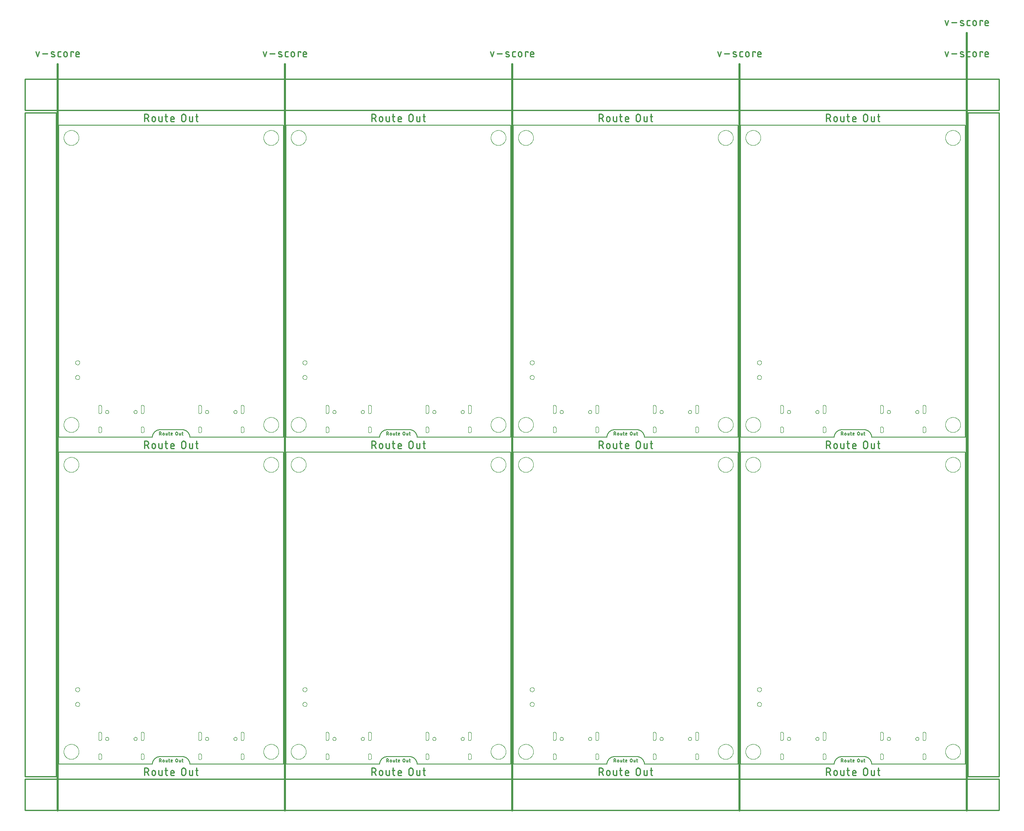
<source format=gko>
G04 EAGLE Gerber RS-274X export*
G75*
%MOMM*%
%FSLAX34Y34*%
%LPD*%
%IN*%
%IPPOS*%
%AMOC8*
5,1,8,0,0,1.08239X$1,22.5*%
G01*
%ADD10C,0.203200*%
%ADD11C,0.127000*%
%ADD12C,0.279400*%
%ADD13C,0.381000*%
%ADD14C,0.254000*%
%ADD15C,0.000000*%
%ADD16C,0.010000*%


D10*
X0Y635000D02*
X0Y0D01*
X190500Y0D01*
X266700Y0D02*
X457200Y0D01*
X457200Y635000D01*
X0Y635000D01*
X205740Y15240D02*
X205372Y15236D01*
X205004Y15222D01*
X204636Y15200D01*
X204269Y15169D01*
X203903Y15129D01*
X203538Y15080D01*
X203174Y15022D01*
X202812Y14956D01*
X202451Y14881D01*
X202093Y14797D01*
X201736Y14705D01*
X201382Y14604D01*
X201031Y14494D01*
X200682Y14376D01*
X200336Y14250D01*
X199993Y14115D01*
X199654Y13972D01*
X199318Y13821D01*
X198986Y13662D01*
X198658Y13494D01*
X198334Y13319D01*
X198014Y13136D01*
X197699Y12946D01*
X197388Y12748D01*
X197083Y12542D01*
X196782Y12329D01*
X196487Y12109D01*
X196197Y11882D01*
X195913Y11648D01*
X195634Y11407D01*
X195361Y11160D01*
X195095Y10906D01*
X194834Y10645D01*
X194580Y10379D01*
X194333Y10106D01*
X194092Y9827D01*
X193858Y9543D01*
X193631Y9253D01*
X193411Y8958D01*
X193198Y8657D01*
X192992Y8352D01*
X192794Y8041D01*
X192604Y7726D01*
X192421Y7406D01*
X192246Y7082D01*
X192078Y6754D01*
X191919Y6422D01*
X191768Y6086D01*
X191625Y5747D01*
X191490Y5404D01*
X191364Y5058D01*
X191246Y4709D01*
X191136Y4358D01*
X191035Y4004D01*
X190943Y3647D01*
X190859Y3289D01*
X190784Y2928D01*
X190718Y2566D01*
X190660Y2202D01*
X190611Y1837D01*
X190571Y1471D01*
X190540Y1104D01*
X190518Y736D01*
X190504Y368D01*
X190500Y0D01*
X205740Y15240D02*
X251460Y15240D01*
X251828Y15236D01*
X252196Y15222D01*
X252564Y15200D01*
X252931Y15169D01*
X253297Y15129D01*
X253662Y15080D01*
X254026Y15022D01*
X254388Y14956D01*
X254749Y14881D01*
X255107Y14797D01*
X255464Y14705D01*
X255818Y14604D01*
X256169Y14494D01*
X256518Y14376D01*
X256864Y14250D01*
X257207Y14115D01*
X257546Y13972D01*
X257882Y13821D01*
X258214Y13662D01*
X258542Y13494D01*
X258866Y13319D01*
X259186Y13136D01*
X259501Y12946D01*
X259812Y12748D01*
X260117Y12542D01*
X260418Y12329D01*
X260713Y12109D01*
X261003Y11882D01*
X261287Y11648D01*
X261566Y11407D01*
X261839Y11160D01*
X262105Y10906D01*
X262366Y10645D01*
X262620Y10379D01*
X262867Y10106D01*
X263108Y9827D01*
X263342Y9543D01*
X263569Y9253D01*
X263789Y8958D01*
X264002Y8657D01*
X264208Y8352D01*
X264406Y8041D01*
X264596Y7726D01*
X264779Y7406D01*
X264954Y7082D01*
X265122Y6754D01*
X265281Y6422D01*
X265432Y6086D01*
X265575Y5747D01*
X265710Y5404D01*
X265836Y5058D01*
X265954Y4709D01*
X266064Y4358D01*
X266165Y4004D01*
X266257Y3647D01*
X266341Y3289D01*
X266416Y2928D01*
X266482Y2566D01*
X266540Y2202D01*
X266589Y1837D01*
X266629Y1471D01*
X266660Y1104D01*
X266682Y736D01*
X266696Y368D01*
X266700Y0D01*
D11*
X205105Y4445D02*
X205105Y10795D01*
X206869Y10795D01*
X206952Y10793D01*
X207034Y10787D01*
X207116Y10778D01*
X207198Y10764D01*
X207279Y10747D01*
X207359Y10726D01*
X207438Y10701D01*
X207515Y10672D01*
X207592Y10640D01*
X207666Y10605D01*
X207739Y10566D01*
X207810Y10523D01*
X207879Y10477D01*
X207946Y10428D01*
X208010Y10376D01*
X208072Y10321D01*
X208131Y10264D01*
X208187Y10203D01*
X208241Y10140D01*
X208291Y10075D01*
X208339Y10007D01*
X208383Y9937D01*
X208423Y9865D01*
X208461Y9791D01*
X208495Y9716D01*
X208525Y9639D01*
X208552Y9560D01*
X208575Y9481D01*
X208594Y9400D01*
X208609Y9319D01*
X208621Y9237D01*
X208629Y9155D01*
X208633Y9072D01*
X208633Y8990D01*
X208629Y8907D01*
X208621Y8825D01*
X208609Y8743D01*
X208594Y8662D01*
X208575Y8581D01*
X208552Y8502D01*
X208525Y8423D01*
X208495Y8346D01*
X208461Y8271D01*
X208423Y8197D01*
X208383Y8125D01*
X208339Y8055D01*
X208291Y7987D01*
X208241Y7922D01*
X208187Y7859D01*
X208131Y7798D01*
X208072Y7741D01*
X208010Y7686D01*
X207946Y7634D01*
X207879Y7585D01*
X207810Y7539D01*
X207739Y7496D01*
X207666Y7457D01*
X207592Y7422D01*
X207515Y7390D01*
X207438Y7361D01*
X207359Y7336D01*
X207279Y7315D01*
X207198Y7298D01*
X207116Y7284D01*
X207034Y7275D01*
X206952Y7269D01*
X206869Y7267D01*
X205105Y7267D01*
X207222Y7267D02*
X208633Y4445D01*
X211790Y5856D02*
X211790Y7267D01*
X211791Y7267D02*
X211793Y7341D01*
X211799Y7414D01*
X211808Y7488D01*
X211822Y7560D01*
X211839Y7632D01*
X211860Y7703D01*
X211885Y7773D01*
X211913Y7841D01*
X211945Y7908D01*
X211980Y7973D01*
X212019Y8035D01*
X212060Y8096D01*
X212105Y8155D01*
X212153Y8211D01*
X212204Y8265D01*
X212258Y8316D01*
X212314Y8364D01*
X212373Y8409D01*
X212434Y8450D01*
X212497Y8489D01*
X212561Y8524D01*
X212628Y8556D01*
X212696Y8584D01*
X212766Y8609D01*
X212837Y8630D01*
X212909Y8647D01*
X212981Y8661D01*
X213055Y8670D01*
X213128Y8676D01*
X213202Y8678D01*
X213276Y8676D01*
X213349Y8670D01*
X213423Y8661D01*
X213495Y8647D01*
X213567Y8630D01*
X213638Y8609D01*
X213708Y8584D01*
X213776Y8556D01*
X213843Y8524D01*
X213908Y8489D01*
X213970Y8450D01*
X214031Y8409D01*
X214090Y8364D01*
X214146Y8316D01*
X214200Y8265D01*
X214251Y8211D01*
X214299Y8155D01*
X214344Y8096D01*
X214385Y8035D01*
X214424Y7973D01*
X214459Y7908D01*
X214491Y7841D01*
X214519Y7773D01*
X214544Y7703D01*
X214565Y7632D01*
X214582Y7560D01*
X214596Y7488D01*
X214605Y7414D01*
X214611Y7341D01*
X214613Y7267D01*
X214613Y5856D01*
X214611Y5782D01*
X214605Y5709D01*
X214596Y5635D01*
X214582Y5563D01*
X214565Y5491D01*
X214544Y5420D01*
X214519Y5350D01*
X214491Y5282D01*
X214459Y5215D01*
X214424Y5151D01*
X214385Y5088D01*
X214344Y5027D01*
X214299Y4968D01*
X214251Y4912D01*
X214200Y4858D01*
X214146Y4807D01*
X214090Y4759D01*
X214031Y4714D01*
X213970Y4673D01*
X213908Y4634D01*
X213843Y4599D01*
X213776Y4567D01*
X213708Y4539D01*
X213638Y4514D01*
X213567Y4493D01*
X213495Y4476D01*
X213423Y4462D01*
X213349Y4453D01*
X213276Y4447D01*
X213202Y4445D01*
X213128Y4447D01*
X213055Y4453D01*
X212981Y4462D01*
X212909Y4476D01*
X212837Y4493D01*
X212766Y4514D01*
X212696Y4539D01*
X212628Y4567D01*
X212561Y4599D01*
X212497Y4634D01*
X212434Y4673D01*
X212373Y4714D01*
X212314Y4759D01*
X212258Y4807D01*
X212204Y4858D01*
X212153Y4912D01*
X212105Y4968D01*
X212060Y5027D01*
X212019Y5088D01*
X211980Y5151D01*
X211945Y5215D01*
X211913Y5282D01*
X211885Y5350D01*
X211860Y5420D01*
X211839Y5491D01*
X211822Y5563D01*
X211808Y5635D01*
X211799Y5709D01*
X211793Y5782D01*
X211791Y5856D01*
X217963Y5503D02*
X217963Y8678D01*
X217963Y5503D02*
X217965Y5439D01*
X217971Y5375D01*
X217980Y5312D01*
X217994Y5250D01*
X218011Y5188D01*
X218032Y5128D01*
X218056Y5069D01*
X218084Y5011D01*
X218116Y4956D01*
X218150Y4902D01*
X218188Y4851D01*
X218229Y4801D01*
X218273Y4755D01*
X218319Y4711D01*
X218369Y4670D01*
X218420Y4632D01*
X218474Y4598D01*
X218529Y4566D01*
X218587Y4538D01*
X218646Y4514D01*
X218706Y4493D01*
X218768Y4476D01*
X218830Y4462D01*
X218893Y4453D01*
X218957Y4447D01*
X219021Y4445D01*
X220785Y4445D01*
X220785Y8678D01*
X223488Y8678D02*
X225604Y8678D01*
X224193Y10795D02*
X224193Y5503D01*
X224194Y5503D02*
X224196Y5439D01*
X224202Y5375D01*
X224211Y5312D01*
X224225Y5250D01*
X224242Y5188D01*
X224263Y5128D01*
X224287Y5069D01*
X224315Y5011D01*
X224347Y4956D01*
X224381Y4902D01*
X224419Y4851D01*
X224460Y4801D01*
X224504Y4755D01*
X224550Y4711D01*
X224600Y4670D01*
X224651Y4632D01*
X224705Y4598D01*
X224760Y4566D01*
X224818Y4538D01*
X224877Y4514D01*
X224937Y4493D01*
X224999Y4476D01*
X225061Y4462D01*
X225125Y4453D01*
X225188Y4447D01*
X225252Y4445D01*
X225604Y4445D01*
X229537Y4445D02*
X231300Y4445D01*
X229537Y4445D02*
X229473Y4447D01*
X229409Y4453D01*
X229346Y4462D01*
X229284Y4476D01*
X229222Y4493D01*
X229162Y4514D01*
X229103Y4538D01*
X229045Y4566D01*
X228990Y4598D01*
X228936Y4632D01*
X228885Y4670D01*
X228835Y4711D01*
X228789Y4755D01*
X228745Y4801D01*
X228704Y4851D01*
X228666Y4902D01*
X228632Y4956D01*
X228600Y5011D01*
X228572Y5069D01*
X228548Y5128D01*
X228527Y5188D01*
X228510Y5250D01*
X228496Y5312D01*
X228487Y5375D01*
X228481Y5439D01*
X228479Y5503D01*
X228478Y5503D02*
X228478Y7267D01*
X228480Y7341D01*
X228486Y7414D01*
X228495Y7488D01*
X228509Y7560D01*
X228526Y7632D01*
X228547Y7703D01*
X228572Y7773D01*
X228600Y7841D01*
X228632Y7908D01*
X228667Y7973D01*
X228706Y8035D01*
X228747Y8096D01*
X228792Y8155D01*
X228840Y8211D01*
X228891Y8265D01*
X228945Y8316D01*
X229001Y8364D01*
X229060Y8409D01*
X229121Y8450D01*
X229184Y8489D01*
X229248Y8524D01*
X229315Y8556D01*
X229383Y8584D01*
X229453Y8609D01*
X229524Y8630D01*
X229596Y8647D01*
X229668Y8661D01*
X229742Y8670D01*
X229815Y8676D01*
X229889Y8678D01*
X229963Y8676D01*
X230036Y8670D01*
X230110Y8661D01*
X230182Y8647D01*
X230254Y8630D01*
X230325Y8609D01*
X230395Y8584D01*
X230463Y8556D01*
X230530Y8524D01*
X230595Y8489D01*
X230657Y8450D01*
X230718Y8409D01*
X230777Y8364D01*
X230833Y8316D01*
X230887Y8265D01*
X230938Y8211D01*
X230986Y8155D01*
X231031Y8096D01*
X231072Y8035D01*
X231111Y7973D01*
X231146Y7908D01*
X231178Y7841D01*
X231206Y7773D01*
X231231Y7703D01*
X231252Y7632D01*
X231269Y7560D01*
X231283Y7488D01*
X231292Y7414D01*
X231298Y7341D01*
X231300Y7267D01*
X231300Y6562D01*
X228478Y6562D01*
X238184Y6209D02*
X238184Y9031D01*
X238186Y9114D01*
X238192Y9196D01*
X238201Y9278D01*
X238215Y9360D01*
X238232Y9441D01*
X238253Y9521D01*
X238278Y9600D01*
X238307Y9677D01*
X238339Y9754D01*
X238374Y9828D01*
X238413Y9901D01*
X238456Y9972D01*
X238502Y10041D01*
X238551Y10108D01*
X238603Y10172D01*
X238658Y10234D01*
X238715Y10293D01*
X238776Y10349D01*
X238839Y10403D01*
X238904Y10453D01*
X238972Y10501D01*
X239042Y10545D01*
X239114Y10585D01*
X239188Y10623D01*
X239263Y10657D01*
X239340Y10687D01*
X239419Y10714D01*
X239498Y10737D01*
X239579Y10756D01*
X239660Y10771D01*
X239742Y10783D01*
X239824Y10791D01*
X239907Y10795D01*
X239989Y10795D01*
X240072Y10791D01*
X240154Y10783D01*
X240236Y10771D01*
X240317Y10756D01*
X240398Y10737D01*
X240477Y10714D01*
X240556Y10687D01*
X240633Y10657D01*
X240708Y10623D01*
X240782Y10585D01*
X240854Y10545D01*
X240924Y10501D01*
X240992Y10453D01*
X241057Y10403D01*
X241120Y10349D01*
X241181Y10293D01*
X241238Y10234D01*
X241293Y10172D01*
X241345Y10108D01*
X241394Y10041D01*
X241440Y9972D01*
X241483Y9901D01*
X241522Y9828D01*
X241557Y9754D01*
X241589Y9677D01*
X241618Y9600D01*
X241643Y9521D01*
X241664Y9441D01*
X241681Y9360D01*
X241695Y9278D01*
X241704Y9196D01*
X241710Y9114D01*
X241712Y9031D01*
X241712Y6209D01*
X241710Y6126D01*
X241704Y6044D01*
X241695Y5962D01*
X241681Y5880D01*
X241664Y5799D01*
X241643Y5719D01*
X241618Y5640D01*
X241589Y5563D01*
X241557Y5486D01*
X241522Y5412D01*
X241483Y5339D01*
X241440Y5268D01*
X241394Y5199D01*
X241345Y5132D01*
X241293Y5068D01*
X241238Y5006D01*
X241181Y4947D01*
X241120Y4891D01*
X241057Y4837D01*
X240992Y4787D01*
X240924Y4739D01*
X240854Y4695D01*
X240782Y4655D01*
X240708Y4617D01*
X240633Y4583D01*
X240556Y4553D01*
X240477Y4526D01*
X240398Y4503D01*
X240317Y4484D01*
X240236Y4469D01*
X240154Y4457D01*
X240072Y4449D01*
X239989Y4445D01*
X239907Y4445D01*
X239824Y4449D01*
X239742Y4457D01*
X239660Y4469D01*
X239579Y4484D01*
X239498Y4503D01*
X239419Y4526D01*
X239340Y4553D01*
X239263Y4583D01*
X239188Y4617D01*
X239114Y4655D01*
X239042Y4695D01*
X238972Y4739D01*
X238904Y4787D01*
X238839Y4837D01*
X238776Y4891D01*
X238715Y4947D01*
X238658Y5006D01*
X238603Y5068D01*
X238551Y5132D01*
X238502Y5199D01*
X238456Y5268D01*
X238413Y5339D01*
X238374Y5412D01*
X238339Y5486D01*
X238307Y5563D01*
X238278Y5640D01*
X238253Y5719D01*
X238232Y5799D01*
X238215Y5880D01*
X238201Y5962D01*
X238192Y6044D01*
X238186Y6126D01*
X238184Y6209D01*
X245166Y5503D02*
X245166Y8678D01*
X245166Y5503D02*
X245168Y5439D01*
X245174Y5375D01*
X245183Y5312D01*
X245197Y5250D01*
X245214Y5188D01*
X245235Y5128D01*
X245259Y5069D01*
X245287Y5011D01*
X245319Y4956D01*
X245353Y4902D01*
X245391Y4851D01*
X245432Y4801D01*
X245476Y4755D01*
X245522Y4711D01*
X245572Y4670D01*
X245623Y4632D01*
X245677Y4598D01*
X245732Y4566D01*
X245790Y4538D01*
X245849Y4514D01*
X245909Y4493D01*
X245971Y4476D01*
X246033Y4462D01*
X246096Y4453D01*
X246160Y4447D01*
X246224Y4445D01*
X247988Y4445D01*
X247988Y8678D01*
X250691Y8678D02*
X252808Y8678D01*
X251397Y10795D02*
X251397Y5503D01*
X251399Y5439D01*
X251405Y5375D01*
X251414Y5312D01*
X251428Y5250D01*
X251445Y5188D01*
X251466Y5128D01*
X251490Y5069D01*
X251518Y5011D01*
X251550Y4956D01*
X251584Y4902D01*
X251622Y4851D01*
X251663Y4801D01*
X251707Y4755D01*
X251753Y4711D01*
X251803Y4670D01*
X251854Y4632D01*
X251908Y4598D01*
X251963Y4566D01*
X252021Y4538D01*
X252080Y4514D01*
X252140Y4493D01*
X252202Y4476D01*
X252264Y4462D01*
X252328Y4453D01*
X252391Y4447D01*
X252455Y4445D01*
X252808Y4445D01*
D12*
X174104Y-7747D02*
X174104Y-22733D01*
X174104Y-7747D02*
X178267Y-7747D01*
X178395Y-7749D01*
X178523Y-7755D01*
X178651Y-7765D01*
X178779Y-7779D01*
X178906Y-7796D01*
X179032Y-7818D01*
X179158Y-7843D01*
X179282Y-7873D01*
X179406Y-7906D01*
X179529Y-7943D01*
X179651Y-7984D01*
X179771Y-8028D01*
X179890Y-8076D01*
X180007Y-8128D01*
X180123Y-8183D01*
X180236Y-8242D01*
X180349Y-8305D01*
X180459Y-8371D01*
X180566Y-8440D01*
X180672Y-8512D01*
X180776Y-8588D01*
X180877Y-8667D01*
X180976Y-8749D01*
X181072Y-8834D01*
X181165Y-8921D01*
X181256Y-9012D01*
X181343Y-9105D01*
X181428Y-9201D01*
X181510Y-9300D01*
X181589Y-9401D01*
X181665Y-9505D01*
X181737Y-9611D01*
X181806Y-9718D01*
X181872Y-9829D01*
X181935Y-9941D01*
X181994Y-10054D01*
X182049Y-10170D01*
X182101Y-10287D01*
X182149Y-10406D01*
X182193Y-10526D01*
X182234Y-10648D01*
X182271Y-10771D01*
X182304Y-10895D01*
X182334Y-11019D01*
X182359Y-11145D01*
X182381Y-11271D01*
X182398Y-11398D01*
X182412Y-11526D01*
X182422Y-11654D01*
X182428Y-11782D01*
X182430Y-11910D01*
X182428Y-12038D01*
X182422Y-12166D01*
X182412Y-12294D01*
X182398Y-12422D01*
X182381Y-12549D01*
X182359Y-12675D01*
X182334Y-12801D01*
X182304Y-12925D01*
X182271Y-13049D01*
X182234Y-13172D01*
X182193Y-13294D01*
X182149Y-13414D01*
X182101Y-13533D01*
X182049Y-13650D01*
X181994Y-13766D01*
X181935Y-13879D01*
X181872Y-13992D01*
X181806Y-14102D01*
X181737Y-14209D01*
X181665Y-14315D01*
X181589Y-14419D01*
X181510Y-14520D01*
X181428Y-14619D01*
X181343Y-14715D01*
X181256Y-14808D01*
X181165Y-14899D01*
X181072Y-14986D01*
X180976Y-15071D01*
X180877Y-15153D01*
X180776Y-15232D01*
X180672Y-15308D01*
X180566Y-15380D01*
X180459Y-15449D01*
X180349Y-15515D01*
X180236Y-15578D01*
X180123Y-15637D01*
X180007Y-15692D01*
X179890Y-15744D01*
X179771Y-15792D01*
X179651Y-15836D01*
X179529Y-15877D01*
X179406Y-15914D01*
X179282Y-15947D01*
X179158Y-15977D01*
X179032Y-16002D01*
X178906Y-16024D01*
X178779Y-16041D01*
X178651Y-16055D01*
X178523Y-16065D01*
X178395Y-16071D01*
X178267Y-16073D01*
X174104Y-16073D01*
X179099Y-16073D02*
X182429Y-22733D01*
X189388Y-19403D02*
X189388Y-16073D01*
X189390Y-15959D01*
X189396Y-15846D01*
X189405Y-15732D01*
X189419Y-15620D01*
X189436Y-15507D01*
X189458Y-15395D01*
X189483Y-15285D01*
X189511Y-15175D01*
X189544Y-15066D01*
X189580Y-14958D01*
X189620Y-14851D01*
X189664Y-14746D01*
X189711Y-14643D01*
X189761Y-14541D01*
X189815Y-14441D01*
X189873Y-14343D01*
X189934Y-14247D01*
X189997Y-14153D01*
X190065Y-14061D01*
X190135Y-13971D01*
X190208Y-13885D01*
X190284Y-13800D01*
X190363Y-13718D01*
X190445Y-13639D01*
X190530Y-13563D01*
X190616Y-13490D01*
X190706Y-13420D01*
X190798Y-13352D01*
X190892Y-13289D01*
X190988Y-13228D01*
X191086Y-13170D01*
X191186Y-13116D01*
X191288Y-13066D01*
X191391Y-13019D01*
X191496Y-12975D01*
X191603Y-12935D01*
X191711Y-12899D01*
X191820Y-12866D01*
X191930Y-12838D01*
X192040Y-12813D01*
X192152Y-12791D01*
X192265Y-12774D01*
X192377Y-12760D01*
X192491Y-12751D01*
X192604Y-12745D01*
X192718Y-12743D01*
X192832Y-12745D01*
X192945Y-12751D01*
X193059Y-12760D01*
X193171Y-12774D01*
X193284Y-12791D01*
X193396Y-12813D01*
X193506Y-12838D01*
X193616Y-12866D01*
X193725Y-12899D01*
X193833Y-12935D01*
X193940Y-12975D01*
X194045Y-13019D01*
X194148Y-13066D01*
X194250Y-13116D01*
X194350Y-13170D01*
X194448Y-13228D01*
X194544Y-13289D01*
X194638Y-13352D01*
X194730Y-13420D01*
X194820Y-13490D01*
X194906Y-13563D01*
X194991Y-13639D01*
X195073Y-13718D01*
X195152Y-13800D01*
X195228Y-13885D01*
X195301Y-13971D01*
X195371Y-14061D01*
X195439Y-14153D01*
X195502Y-14247D01*
X195563Y-14343D01*
X195621Y-14441D01*
X195675Y-14541D01*
X195725Y-14643D01*
X195772Y-14746D01*
X195816Y-14851D01*
X195856Y-14958D01*
X195892Y-15066D01*
X195925Y-15175D01*
X195953Y-15285D01*
X195978Y-15395D01*
X196000Y-15507D01*
X196017Y-15620D01*
X196031Y-15732D01*
X196040Y-15846D01*
X196046Y-15959D01*
X196048Y-16073D01*
X196048Y-19403D01*
X196046Y-19517D01*
X196040Y-19630D01*
X196031Y-19744D01*
X196017Y-19856D01*
X196000Y-19969D01*
X195978Y-20081D01*
X195953Y-20191D01*
X195925Y-20301D01*
X195892Y-20410D01*
X195856Y-20518D01*
X195816Y-20625D01*
X195772Y-20730D01*
X195725Y-20833D01*
X195675Y-20935D01*
X195621Y-21035D01*
X195563Y-21133D01*
X195502Y-21229D01*
X195439Y-21323D01*
X195371Y-21415D01*
X195301Y-21505D01*
X195228Y-21591D01*
X195152Y-21676D01*
X195073Y-21758D01*
X194991Y-21837D01*
X194906Y-21913D01*
X194820Y-21986D01*
X194730Y-22056D01*
X194638Y-22124D01*
X194544Y-22187D01*
X194448Y-22248D01*
X194350Y-22306D01*
X194250Y-22360D01*
X194148Y-22410D01*
X194045Y-22457D01*
X193940Y-22501D01*
X193833Y-22541D01*
X193725Y-22577D01*
X193616Y-22610D01*
X193506Y-22638D01*
X193396Y-22663D01*
X193284Y-22685D01*
X193171Y-22702D01*
X193059Y-22716D01*
X192945Y-22725D01*
X192832Y-22731D01*
X192718Y-22733D01*
X192604Y-22731D01*
X192491Y-22725D01*
X192377Y-22716D01*
X192265Y-22702D01*
X192152Y-22685D01*
X192040Y-22663D01*
X191930Y-22638D01*
X191820Y-22610D01*
X191711Y-22577D01*
X191603Y-22541D01*
X191496Y-22501D01*
X191391Y-22457D01*
X191288Y-22410D01*
X191186Y-22360D01*
X191086Y-22306D01*
X190988Y-22248D01*
X190892Y-22187D01*
X190798Y-22124D01*
X190706Y-22056D01*
X190616Y-21986D01*
X190530Y-21913D01*
X190445Y-21837D01*
X190363Y-21758D01*
X190284Y-21676D01*
X190208Y-21591D01*
X190135Y-21505D01*
X190065Y-21415D01*
X189997Y-21323D01*
X189934Y-21229D01*
X189873Y-21133D01*
X189815Y-21035D01*
X189761Y-20935D01*
X189711Y-20833D01*
X189664Y-20730D01*
X189620Y-20625D01*
X189580Y-20518D01*
X189544Y-20410D01*
X189511Y-20301D01*
X189483Y-20191D01*
X189458Y-20081D01*
X189436Y-19969D01*
X189419Y-19856D01*
X189405Y-19744D01*
X189396Y-19630D01*
X189390Y-19517D01*
X189388Y-19403D01*
X203456Y-20235D02*
X203456Y-12742D01*
X203455Y-20235D02*
X203457Y-20333D01*
X203463Y-20431D01*
X203472Y-20529D01*
X203486Y-20626D01*
X203503Y-20722D01*
X203524Y-20818D01*
X203549Y-20913D01*
X203577Y-21007D01*
X203609Y-21100D01*
X203645Y-21191D01*
X203684Y-21281D01*
X203727Y-21369D01*
X203774Y-21456D01*
X203823Y-21540D01*
X203876Y-21623D01*
X203932Y-21703D01*
X203991Y-21782D01*
X204054Y-21857D01*
X204119Y-21931D01*
X204187Y-22001D01*
X204257Y-22069D01*
X204331Y-22135D01*
X204407Y-22197D01*
X204485Y-22256D01*
X204565Y-22312D01*
X204648Y-22365D01*
X204732Y-22415D01*
X204819Y-22461D01*
X204907Y-22504D01*
X204997Y-22543D01*
X205088Y-22579D01*
X205181Y-22611D01*
X205275Y-22639D01*
X205370Y-22664D01*
X205466Y-22685D01*
X205562Y-22702D01*
X205659Y-22716D01*
X205757Y-22725D01*
X205855Y-22731D01*
X205953Y-22733D01*
X210116Y-22733D01*
X210116Y-12742D01*
X216097Y-12742D02*
X221092Y-12742D01*
X217762Y-7747D02*
X217762Y-20235D01*
X217764Y-20333D01*
X217770Y-20431D01*
X217779Y-20529D01*
X217793Y-20626D01*
X217810Y-20722D01*
X217831Y-20818D01*
X217856Y-20913D01*
X217884Y-21007D01*
X217916Y-21100D01*
X217952Y-21191D01*
X217991Y-21281D01*
X218034Y-21369D01*
X218081Y-21456D01*
X218130Y-21540D01*
X218183Y-21623D01*
X218239Y-21703D01*
X218298Y-21782D01*
X218361Y-21857D01*
X218426Y-21931D01*
X218494Y-22001D01*
X218564Y-22069D01*
X218638Y-22135D01*
X218714Y-22197D01*
X218792Y-22256D01*
X218872Y-22312D01*
X218955Y-22365D01*
X219039Y-22415D01*
X219126Y-22461D01*
X219214Y-22504D01*
X219304Y-22543D01*
X219395Y-22579D01*
X219488Y-22611D01*
X219582Y-22639D01*
X219677Y-22664D01*
X219773Y-22685D01*
X219869Y-22702D01*
X219966Y-22716D01*
X220064Y-22725D01*
X220162Y-22731D01*
X220260Y-22733D01*
X221092Y-22733D01*
X229921Y-22733D02*
X234084Y-22733D01*
X229921Y-22733D02*
X229823Y-22731D01*
X229725Y-22725D01*
X229627Y-22716D01*
X229530Y-22702D01*
X229434Y-22685D01*
X229338Y-22664D01*
X229243Y-22639D01*
X229149Y-22611D01*
X229056Y-22579D01*
X228965Y-22543D01*
X228875Y-22504D01*
X228787Y-22461D01*
X228700Y-22414D01*
X228616Y-22365D01*
X228533Y-22312D01*
X228453Y-22256D01*
X228375Y-22197D01*
X228299Y-22135D01*
X228225Y-22069D01*
X228155Y-22001D01*
X228087Y-21931D01*
X228022Y-21857D01*
X227959Y-21782D01*
X227900Y-21703D01*
X227844Y-21623D01*
X227791Y-21540D01*
X227742Y-21456D01*
X227695Y-21369D01*
X227652Y-21281D01*
X227613Y-21191D01*
X227577Y-21100D01*
X227545Y-21007D01*
X227517Y-20913D01*
X227492Y-20818D01*
X227471Y-20722D01*
X227454Y-20626D01*
X227440Y-20529D01*
X227431Y-20431D01*
X227425Y-20333D01*
X227423Y-20235D01*
X227424Y-20235D02*
X227424Y-16073D01*
X227426Y-15959D01*
X227432Y-15846D01*
X227441Y-15732D01*
X227455Y-15620D01*
X227472Y-15507D01*
X227494Y-15395D01*
X227519Y-15285D01*
X227547Y-15175D01*
X227580Y-15066D01*
X227616Y-14958D01*
X227656Y-14851D01*
X227700Y-14746D01*
X227747Y-14643D01*
X227797Y-14541D01*
X227851Y-14441D01*
X227909Y-14343D01*
X227970Y-14247D01*
X228033Y-14153D01*
X228101Y-14061D01*
X228171Y-13971D01*
X228244Y-13885D01*
X228320Y-13800D01*
X228399Y-13718D01*
X228481Y-13639D01*
X228566Y-13563D01*
X228652Y-13490D01*
X228742Y-13420D01*
X228834Y-13352D01*
X228928Y-13289D01*
X229024Y-13228D01*
X229122Y-13170D01*
X229222Y-13116D01*
X229324Y-13066D01*
X229427Y-13019D01*
X229532Y-12975D01*
X229639Y-12935D01*
X229747Y-12899D01*
X229856Y-12866D01*
X229966Y-12838D01*
X230076Y-12813D01*
X230188Y-12791D01*
X230301Y-12774D01*
X230413Y-12760D01*
X230527Y-12751D01*
X230640Y-12745D01*
X230754Y-12743D01*
X230868Y-12745D01*
X230981Y-12751D01*
X231095Y-12760D01*
X231207Y-12774D01*
X231320Y-12791D01*
X231432Y-12813D01*
X231542Y-12838D01*
X231652Y-12866D01*
X231761Y-12899D01*
X231869Y-12935D01*
X231976Y-12975D01*
X232081Y-13019D01*
X232184Y-13066D01*
X232286Y-13116D01*
X232386Y-13170D01*
X232484Y-13228D01*
X232580Y-13289D01*
X232674Y-13352D01*
X232766Y-13420D01*
X232856Y-13490D01*
X232942Y-13563D01*
X233027Y-13639D01*
X233109Y-13718D01*
X233188Y-13800D01*
X233264Y-13885D01*
X233337Y-13971D01*
X233407Y-14061D01*
X233475Y-14153D01*
X233538Y-14247D01*
X233599Y-14343D01*
X233657Y-14441D01*
X233711Y-14541D01*
X233761Y-14643D01*
X233808Y-14746D01*
X233852Y-14851D01*
X233892Y-14958D01*
X233928Y-15066D01*
X233961Y-15175D01*
X233989Y-15285D01*
X234014Y-15395D01*
X234036Y-15507D01*
X234053Y-15620D01*
X234067Y-15732D01*
X234076Y-15846D01*
X234082Y-15959D01*
X234084Y-16073D01*
X234084Y-17738D01*
X227424Y-17738D01*
X249517Y-18570D02*
X249517Y-11910D01*
X249519Y-11782D01*
X249525Y-11654D01*
X249535Y-11526D01*
X249549Y-11398D01*
X249566Y-11271D01*
X249588Y-11145D01*
X249613Y-11019D01*
X249643Y-10895D01*
X249676Y-10771D01*
X249713Y-10648D01*
X249754Y-10526D01*
X249798Y-10406D01*
X249846Y-10287D01*
X249898Y-10170D01*
X249953Y-10054D01*
X250012Y-9941D01*
X250075Y-9828D01*
X250141Y-9718D01*
X250210Y-9611D01*
X250282Y-9505D01*
X250358Y-9401D01*
X250437Y-9300D01*
X250519Y-9201D01*
X250604Y-9105D01*
X250691Y-9012D01*
X250782Y-8921D01*
X250875Y-8834D01*
X250971Y-8749D01*
X251070Y-8667D01*
X251171Y-8588D01*
X251275Y-8512D01*
X251381Y-8440D01*
X251488Y-8371D01*
X251599Y-8305D01*
X251711Y-8242D01*
X251824Y-8183D01*
X251940Y-8128D01*
X252057Y-8076D01*
X252176Y-8028D01*
X252296Y-7984D01*
X252418Y-7943D01*
X252541Y-7906D01*
X252665Y-7873D01*
X252789Y-7843D01*
X252915Y-7818D01*
X253041Y-7796D01*
X253168Y-7779D01*
X253296Y-7765D01*
X253424Y-7755D01*
X253552Y-7749D01*
X253680Y-7747D01*
X253808Y-7749D01*
X253936Y-7755D01*
X254064Y-7765D01*
X254192Y-7779D01*
X254319Y-7796D01*
X254445Y-7818D01*
X254571Y-7843D01*
X254695Y-7873D01*
X254819Y-7906D01*
X254942Y-7943D01*
X255064Y-7984D01*
X255184Y-8028D01*
X255303Y-8076D01*
X255420Y-8128D01*
X255536Y-8183D01*
X255649Y-8242D01*
X255762Y-8305D01*
X255872Y-8371D01*
X255979Y-8440D01*
X256085Y-8512D01*
X256189Y-8588D01*
X256290Y-8667D01*
X256389Y-8749D01*
X256485Y-8834D01*
X256578Y-8921D01*
X256669Y-9012D01*
X256756Y-9105D01*
X256841Y-9201D01*
X256923Y-9300D01*
X257002Y-9401D01*
X257078Y-9505D01*
X257150Y-9611D01*
X257219Y-9718D01*
X257285Y-9829D01*
X257348Y-9941D01*
X257407Y-10054D01*
X257462Y-10170D01*
X257514Y-10287D01*
X257562Y-10406D01*
X257606Y-10526D01*
X257647Y-10648D01*
X257684Y-10771D01*
X257717Y-10895D01*
X257747Y-11019D01*
X257772Y-11145D01*
X257794Y-11271D01*
X257811Y-11398D01*
X257825Y-11526D01*
X257835Y-11654D01*
X257841Y-11782D01*
X257843Y-11910D01*
X257842Y-11910D02*
X257842Y-18570D01*
X257843Y-18570D02*
X257841Y-18698D01*
X257835Y-18826D01*
X257825Y-18954D01*
X257811Y-19082D01*
X257794Y-19209D01*
X257772Y-19335D01*
X257747Y-19461D01*
X257717Y-19585D01*
X257684Y-19709D01*
X257647Y-19832D01*
X257606Y-19954D01*
X257562Y-20074D01*
X257514Y-20193D01*
X257462Y-20310D01*
X257407Y-20426D01*
X257348Y-20539D01*
X257285Y-20652D01*
X257219Y-20762D01*
X257150Y-20869D01*
X257078Y-20975D01*
X257002Y-21079D01*
X256923Y-21180D01*
X256841Y-21279D01*
X256756Y-21375D01*
X256669Y-21468D01*
X256578Y-21559D01*
X256485Y-21646D01*
X256389Y-21731D01*
X256290Y-21813D01*
X256189Y-21892D01*
X256085Y-21968D01*
X255979Y-22040D01*
X255872Y-22109D01*
X255761Y-22175D01*
X255649Y-22238D01*
X255536Y-22297D01*
X255420Y-22352D01*
X255303Y-22404D01*
X255184Y-22452D01*
X255064Y-22496D01*
X254942Y-22537D01*
X254819Y-22574D01*
X254695Y-22607D01*
X254571Y-22637D01*
X254445Y-22662D01*
X254319Y-22684D01*
X254192Y-22701D01*
X254064Y-22715D01*
X253936Y-22725D01*
X253808Y-22731D01*
X253680Y-22733D01*
X253552Y-22731D01*
X253424Y-22725D01*
X253296Y-22715D01*
X253168Y-22701D01*
X253041Y-22684D01*
X252915Y-22662D01*
X252789Y-22637D01*
X252665Y-22607D01*
X252541Y-22574D01*
X252418Y-22537D01*
X252296Y-22496D01*
X252176Y-22452D01*
X252057Y-22404D01*
X251940Y-22352D01*
X251824Y-22297D01*
X251711Y-22238D01*
X251599Y-22175D01*
X251488Y-22109D01*
X251381Y-22040D01*
X251275Y-21968D01*
X251171Y-21892D01*
X251070Y-21813D01*
X250971Y-21731D01*
X250875Y-21646D01*
X250782Y-21559D01*
X250691Y-21468D01*
X250604Y-21375D01*
X250519Y-21279D01*
X250437Y-21180D01*
X250358Y-21079D01*
X250282Y-20975D01*
X250210Y-20869D01*
X250141Y-20762D01*
X250075Y-20651D01*
X250012Y-20539D01*
X249953Y-20426D01*
X249898Y-20310D01*
X249846Y-20193D01*
X249798Y-20074D01*
X249754Y-19954D01*
X249713Y-19832D01*
X249676Y-19709D01*
X249643Y-19585D01*
X249613Y-19461D01*
X249588Y-19335D01*
X249566Y-19209D01*
X249549Y-19082D01*
X249535Y-18954D01*
X249525Y-18826D01*
X249519Y-18698D01*
X249517Y-18570D01*
X265459Y-20235D02*
X265459Y-12742D01*
X265459Y-20235D02*
X265461Y-20333D01*
X265467Y-20431D01*
X265476Y-20529D01*
X265490Y-20626D01*
X265507Y-20722D01*
X265528Y-20818D01*
X265553Y-20913D01*
X265581Y-21007D01*
X265613Y-21100D01*
X265649Y-21191D01*
X265688Y-21281D01*
X265731Y-21369D01*
X265778Y-21456D01*
X265827Y-21540D01*
X265880Y-21623D01*
X265936Y-21703D01*
X265995Y-21782D01*
X266058Y-21857D01*
X266123Y-21931D01*
X266191Y-22001D01*
X266261Y-22069D01*
X266335Y-22135D01*
X266411Y-22197D01*
X266489Y-22256D01*
X266569Y-22312D01*
X266652Y-22365D01*
X266736Y-22415D01*
X266823Y-22461D01*
X266911Y-22504D01*
X267001Y-22543D01*
X267092Y-22579D01*
X267185Y-22611D01*
X267279Y-22639D01*
X267374Y-22664D01*
X267470Y-22685D01*
X267566Y-22702D01*
X267663Y-22716D01*
X267761Y-22725D01*
X267859Y-22731D01*
X267957Y-22733D01*
X272120Y-22733D01*
X272120Y-12742D01*
X278101Y-12742D02*
X283096Y-12742D01*
X279766Y-7747D02*
X279766Y-20235D01*
X279765Y-20235D02*
X279767Y-20333D01*
X279773Y-20431D01*
X279782Y-20529D01*
X279796Y-20626D01*
X279813Y-20722D01*
X279834Y-20818D01*
X279859Y-20913D01*
X279887Y-21007D01*
X279919Y-21100D01*
X279955Y-21191D01*
X279994Y-21281D01*
X280037Y-21369D01*
X280084Y-21456D01*
X280133Y-21540D01*
X280186Y-21623D01*
X280242Y-21703D01*
X280301Y-21782D01*
X280364Y-21857D01*
X280429Y-21931D01*
X280497Y-22001D01*
X280567Y-22069D01*
X280641Y-22135D01*
X280717Y-22197D01*
X280795Y-22256D01*
X280875Y-22312D01*
X280958Y-22365D01*
X281042Y-22415D01*
X281129Y-22461D01*
X281217Y-22504D01*
X281307Y-22543D01*
X281398Y-22579D01*
X281491Y-22611D01*
X281585Y-22639D01*
X281680Y-22664D01*
X281776Y-22685D01*
X281872Y-22702D01*
X281969Y-22716D01*
X282067Y-22725D01*
X282165Y-22731D01*
X282263Y-22733D01*
X282264Y-22733D02*
X283096Y-22733D01*
D10*
X462280Y0D02*
X462280Y635000D01*
X462280Y0D02*
X652780Y0D01*
X728980Y0D02*
X919480Y0D01*
X919480Y635000D01*
X462280Y635000D01*
X668020Y15240D02*
X667652Y15236D01*
X667284Y15222D01*
X666916Y15200D01*
X666549Y15169D01*
X666183Y15129D01*
X665818Y15080D01*
X665454Y15022D01*
X665092Y14956D01*
X664731Y14881D01*
X664373Y14797D01*
X664016Y14705D01*
X663662Y14604D01*
X663311Y14494D01*
X662962Y14376D01*
X662616Y14250D01*
X662273Y14115D01*
X661934Y13972D01*
X661598Y13821D01*
X661266Y13662D01*
X660938Y13494D01*
X660614Y13319D01*
X660294Y13136D01*
X659979Y12946D01*
X659668Y12748D01*
X659363Y12542D01*
X659062Y12329D01*
X658767Y12109D01*
X658477Y11882D01*
X658193Y11648D01*
X657914Y11407D01*
X657641Y11160D01*
X657375Y10906D01*
X657114Y10645D01*
X656860Y10379D01*
X656613Y10106D01*
X656372Y9827D01*
X656138Y9543D01*
X655911Y9253D01*
X655691Y8958D01*
X655478Y8657D01*
X655272Y8352D01*
X655074Y8041D01*
X654884Y7726D01*
X654701Y7406D01*
X654526Y7082D01*
X654358Y6754D01*
X654199Y6422D01*
X654048Y6086D01*
X653905Y5747D01*
X653770Y5404D01*
X653644Y5058D01*
X653526Y4709D01*
X653416Y4358D01*
X653315Y4004D01*
X653223Y3647D01*
X653139Y3289D01*
X653064Y2928D01*
X652998Y2566D01*
X652940Y2202D01*
X652891Y1837D01*
X652851Y1471D01*
X652820Y1104D01*
X652798Y736D01*
X652784Y368D01*
X652780Y0D01*
X668020Y15240D02*
X713740Y15240D01*
X714108Y15236D01*
X714476Y15222D01*
X714844Y15200D01*
X715211Y15169D01*
X715577Y15129D01*
X715942Y15080D01*
X716306Y15022D01*
X716668Y14956D01*
X717029Y14881D01*
X717387Y14797D01*
X717744Y14705D01*
X718098Y14604D01*
X718449Y14494D01*
X718798Y14376D01*
X719144Y14250D01*
X719487Y14115D01*
X719826Y13972D01*
X720162Y13821D01*
X720494Y13662D01*
X720822Y13494D01*
X721146Y13319D01*
X721466Y13136D01*
X721781Y12946D01*
X722092Y12748D01*
X722397Y12542D01*
X722698Y12329D01*
X722993Y12109D01*
X723283Y11882D01*
X723567Y11648D01*
X723846Y11407D01*
X724119Y11160D01*
X724385Y10906D01*
X724646Y10645D01*
X724900Y10379D01*
X725147Y10106D01*
X725388Y9827D01*
X725622Y9543D01*
X725849Y9253D01*
X726069Y8958D01*
X726282Y8657D01*
X726488Y8352D01*
X726686Y8041D01*
X726876Y7726D01*
X727059Y7406D01*
X727234Y7082D01*
X727402Y6754D01*
X727561Y6422D01*
X727712Y6086D01*
X727855Y5747D01*
X727990Y5404D01*
X728116Y5058D01*
X728234Y4709D01*
X728344Y4358D01*
X728445Y4004D01*
X728537Y3647D01*
X728621Y3289D01*
X728696Y2928D01*
X728762Y2566D01*
X728820Y2202D01*
X728869Y1837D01*
X728909Y1471D01*
X728940Y1104D01*
X728962Y736D01*
X728976Y368D01*
X728980Y0D01*
D11*
X667385Y4445D02*
X667385Y10795D01*
X669149Y10795D01*
X669232Y10793D01*
X669314Y10787D01*
X669396Y10778D01*
X669478Y10764D01*
X669559Y10747D01*
X669639Y10726D01*
X669718Y10701D01*
X669795Y10672D01*
X669872Y10640D01*
X669946Y10605D01*
X670019Y10566D01*
X670090Y10523D01*
X670159Y10477D01*
X670226Y10428D01*
X670290Y10376D01*
X670352Y10321D01*
X670411Y10264D01*
X670467Y10203D01*
X670521Y10140D01*
X670571Y10075D01*
X670619Y10007D01*
X670663Y9937D01*
X670703Y9865D01*
X670741Y9791D01*
X670775Y9716D01*
X670805Y9639D01*
X670832Y9560D01*
X670855Y9481D01*
X670874Y9400D01*
X670889Y9319D01*
X670901Y9237D01*
X670909Y9155D01*
X670913Y9072D01*
X670913Y8990D01*
X670909Y8907D01*
X670901Y8825D01*
X670889Y8743D01*
X670874Y8662D01*
X670855Y8581D01*
X670832Y8502D01*
X670805Y8423D01*
X670775Y8346D01*
X670741Y8271D01*
X670703Y8197D01*
X670663Y8125D01*
X670619Y8055D01*
X670571Y7987D01*
X670521Y7922D01*
X670467Y7859D01*
X670411Y7798D01*
X670352Y7741D01*
X670290Y7686D01*
X670226Y7634D01*
X670159Y7585D01*
X670090Y7539D01*
X670019Y7496D01*
X669946Y7457D01*
X669872Y7422D01*
X669795Y7390D01*
X669718Y7361D01*
X669639Y7336D01*
X669559Y7315D01*
X669478Y7298D01*
X669396Y7284D01*
X669314Y7275D01*
X669232Y7269D01*
X669149Y7267D01*
X667385Y7267D01*
X669502Y7267D02*
X670913Y4445D01*
X674070Y5856D02*
X674070Y7267D01*
X674071Y7267D02*
X674073Y7341D01*
X674079Y7414D01*
X674088Y7488D01*
X674102Y7560D01*
X674119Y7632D01*
X674140Y7703D01*
X674165Y7773D01*
X674193Y7841D01*
X674225Y7908D01*
X674260Y7973D01*
X674299Y8035D01*
X674340Y8096D01*
X674385Y8155D01*
X674433Y8211D01*
X674484Y8265D01*
X674538Y8316D01*
X674594Y8364D01*
X674653Y8409D01*
X674714Y8450D01*
X674777Y8489D01*
X674841Y8524D01*
X674908Y8556D01*
X674976Y8584D01*
X675046Y8609D01*
X675117Y8630D01*
X675189Y8647D01*
X675261Y8661D01*
X675335Y8670D01*
X675408Y8676D01*
X675482Y8678D01*
X675556Y8676D01*
X675629Y8670D01*
X675703Y8661D01*
X675775Y8647D01*
X675847Y8630D01*
X675918Y8609D01*
X675988Y8584D01*
X676056Y8556D01*
X676123Y8524D01*
X676188Y8489D01*
X676250Y8450D01*
X676311Y8409D01*
X676370Y8364D01*
X676426Y8316D01*
X676480Y8265D01*
X676531Y8211D01*
X676579Y8155D01*
X676624Y8096D01*
X676665Y8035D01*
X676704Y7973D01*
X676739Y7908D01*
X676771Y7841D01*
X676799Y7773D01*
X676824Y7703D01*
X676845Y7632D01*
X676862Y7560D01*
X676876Y7488D01*
X676885Y7414D01*
X676891Y7341D01*
X676893Y7267D01*
X676893Y5856D01*
X676891Y5782D01*
X676885Y5709D01*
X676876Y5635D01*
X676862Y5563D01*
X676845Y5491D01*
X676824Y5420D01*
X676799Y5350D01*
X676771Y5282D01*
X676739Y5215D01*
X676704Y5151D01*
X676665Y5088D01*
X676624Y5027D01*
X676579Y4968D01*
X676531Y4912D01*
X676480Y4858D01*
X676426Y4807D01*
X676370Y4759D01*
X676311Y4714D01*
X676250Y4673D01*
X676188Y4634D01*
X676123Y4599D01*
X676056Y4567D01*
X675988Y4539D01*
X675918Y4514D01*
X675847Y4493D01*
X675775Y4476D01*
X675703Y4462D01*
X675629Y4453D01*
X675556Y4447D01*
X675482Y4445D01*
X675408Y4447D01*
X675335Y4453D01*
X675261Y4462D01*
X675189Y4476D01*
X675117Y4493D01*
X675046Y4514D01*
X674976Y4539D01*
X674908Y4567D01*
X674841Y4599D01*
X674777Y4634D01*
X674714Y4673D01*
X674653Y4714D01*
X674594Y4759D01*
X674538Y4807D01*
X674484Y4858D01*
X674433Y4912D01*
X674385Y4968D01*
X674340Y5027D01*
X674299Y5088D01*
X674260Y5151D01*
X674225Y5215D01*
X674193Y5282D01*
X674165Y5350D01*
X674140Y5420D01*
X674119Y5491D01*
X674102Y5563D01*
X674088Y5635D01*
X674079Y5709D01*
X674073Y5782D01*
X674071Y5856D01*
X680243Y5503D02*
X680243Y8678D01*
X680243Y5503D02*
X680245Y5439D01*
X680251Y5375D01*
X680260Y5312D01*
X680274Y5250D01*
X680291Y5188D01*
X680312Y5128D01*
X680336Y5069D01*
X680364Y5011D01*
X680396Y4956D01*
X680430Y4902D01*
X680468Y4851D01*
X680509Y4801D01*
X680553Y4755D01*
X680599Y4711D01*
X680649Y4670D01*
X680700Y4632D01*
X680754Y4598D01*
X680809Y4566D01*
X680867Y4538D01*
X680926Y4514D01*
X680986Y4493D01*
X681048Y4476D01*
X681110Y4462D01*
X681173Y4453D01*
X681237Y4447D01*
X681301Y4445D01*
X683065Y4445D01*
X683065Y8678D01*
X685768Y8678D02*
X687884Y8678D01*
X686473Y10795D02*
X686473Y5503D01*
X686474Y5503D02*
X686476Y5439D01*
X686482Y5375D01*
X686491Y5312D01*
X686505Y5250D01*
X686522Y5188D01*
X686543Y5128D01*
X686567Y5069D01*
X686595Y5011D01*
X686627Y4956D01*
X686661Y4902D01*
X686699Y4851D01*
X686740Y4801D01*
X686784Y4755D01*
X686830Y4711D01*
X686880Y4670D01*
X686931Y4632D01*
X686985Y4598D01*
X687040Y4566D01*
X687098Y4538D01*
X687157Y4514D01*
X687217Y4493D01*
X687279Y4476D01*
X687341Y4462D01*
X687405Y4453D01*
X687468Y4447D01*
X687532Y4445D01*
X687884Y4445D01*
X691817Y4445D02*
X693580Y4445D01*
X691817Y4445D02*
X691753Y4447D01*
X691689Y4453D01*
X691626Y4462D01*
X691564Y4476D01*
X691502Y4493D01*
X691442Y4514D01*
X691383Y4538D01*
X691325Y4566D01*
X691270Y4598D01*
X691216Y4632D01*
X691165Y4670D01*
X691115Y4711D01*
X691069Y4755D01*
X691025Y4801D01*
X690984Y4851D01*
X690946Y4902D01*
X690912Y4956D01*
X690880Y5011D01*
X690852Y5069D01*
X690828Y5128D01*
X690807Y5188D01*
X690790Y5250D01*
X690776Y5312D01*
X690767Y5375D01*
X690761Y5439D01*
X690759Y5503D01*
X690758Y5503D02*
X690758Y7267D01*
X690760Y7341D01*
X690766Y7414D01*
X690775Y7488D01*
X690789Y7560D01*
X690806Y7632D01*
X690827Y7703D01*
X690852Y7773D01*
X690880Y7841D01*
X690912Y7908D01*
X690947Y7973D01*
X690986Y8035D01*
X691027Y8096D01*
X691072Y8155D01*
X691120Y8211D01*
X691171Y8265D01*
X691225Y8316D01*
X691281Y8364D01*
X691340Y8409D01*
X691401Y8450D01*
X691464Y8489D01*
X691528Y8524D01*
X691595Y8556D01*
X691663Y8584D01*
X691733Y8609D01*
X691804Y8630D01*
X691876Y8647D01*
X691948Y8661D01*
X692022Y8670D01*
X692095Y8676D01*
X692169Y8678D01*
X692243Y8676D01*
X692316Y8670D01*
X692390Y8661D01*
X692462Y8647D01*
X692534Y8630D01*
X692605Y8609D01*
X692675Y8584D01*
X692743Y8556D01*
X692810Y8524D01*
X692875Y8489D01*
X692937Y8450D01*
X692998Y8409D01*
X693057Y8364D01*
X693113Y8316D01*
X693167Y8265D01*
X693218Y8211D01*
X693266Y8155D01*
X693311Y8096D01*
X693352Y8035D01*
X693391Y7973D01*
X693426Y7908D01*
X693458Y7841D01*
X693486Y7773D01*
X693511Y7703D01*
X693532Y7632D01*
X693549Y7560D01*
X693563Y7488D01*
X693572Y7414D01*
X693578Y7341D01*
X693580Y7267D01*
X693580Y6562D01*
X690758Y6562D01*
X700464Y6209D02*
X700464Y9031D01*
X700466Y9114D01*
X700472Y9196D01*
X700481Y9278D01*
X700495Y9360D01*
X700512Y9441D01*
X700533Y9521D01*
X700558Y9600D01*
X700587Y9677D01*
X700619Y9754D01*
X700654Y9828D01*
X700693Y9901D01*
X700736Y9972D01*
X700782Y10041D01*
X700831Y10108D01*
X700883Y10172D01*
X700938Y10234D01*
X700995Y10293D01*
X701056Y10349D01*
X701119Y10403D01*
X701184Y10453D01*
X701252Y10501D01*
X701322Y10545D01*
X701394Y10585D01*
X701468Y10623D01*
X701543Y10657D01*
X701620Y10687D01*
X701699Y10714D01*
X701778Y10737D01*
X701859Y10756D01*
X701940Y10771D01*
X702022Y10783D01*
X702104Y10791D01*
X702187Y10795D01*
X702269Y10795D01*
X702352Y10791D01*
X702434Y10783D01*
X702516Y10771D01*
X702597Y10756D01*
X702678Y10737D01*
X702757Y10714D01*
X702836Y10687D01*
X702913Y10657D01*
X702988Y10623D01*
X703062Y10585D01*
X703134Y10545D01*
X703204Y10501D01*
X703272Y10453D01*
X703337Y10403D01*
X703400Y10349D01*
X703461Y10293D01*
X703518Y10234D01*
X703573Y10172D01*
X703625Y10108D01*
X703674Y10041D01*
X703720Y9972D01*
X703763Y9901D01*
X703802Y9828D01*
X703837Y9754D01*
X703869Y9677D01*
X703898Y9600D01*
X703923Y9521D01*
X703944Y9441D01*
X703961Y9360D01*
X703975Y9278D01*
X703984Y9196D01*
X703990Y9114D01*
X703992Y9031D01*
X703992Y6209D01*
X703990Y6126D01*
X703984Y6044D01*
X703975Y5962D01*
X703961Y5880D01*
X703944Y5799D01*
X703923Y5719D01*
X703898Y5640D01*
X703869Y5563D01*
X703837Y5486D01*
X703802Y5412D01*
X703763Y5339D01*
X703720Y5268D01*
X703674Y5199D01*
X703625Y5132D01*
X703573Y5068D01*
X703518Y5006D01*
X703461Y4947D01*
X703400Y4891D01*
X703337Y4837D01*
X703272Y4787D01*
X703204Y4739D01*
X703134Y4695D01*
X703062Y4655D01*
X702988Y4617D01*
X702913Y4583D01*
X702836Y4553D01*
X702757Y4526D01*
X702678Y4503D01*
X702597Y4484D01*
X702516Y4469D01*
X702434Y4457D01*
X702352Y4449D01*
X702269Y4445D01*
X702187Y4445D01*
X702104Y4449D01*
X702022Y4457D01*
X701940Y4469D01*
X701859Y4484D01*
X701778Y4503D01*
X701699Y4526D01*
X701620Y4553D01*
X701543Y4583D01*
X701468Y4617D01*
X701394Y4655D01*
X701322Y4695D01*
X701252Y4739D01*
X701184Y4787D01*
X701119Y4837D01*
X701056Y4891D01*
X700995Y4947D01*
X700938Y5006D01*
X700883Y5068D01*
X700831Y5132D01*
X700782Y5199D01*
X700736Y5268D01*
X700693Y5339D01*
X700654Y5412D01*
X700619Y5486D01*
X700587Y5563D01*
X700558Y5640D01*
X700533Y5719D01*
X700512Y5799D01*
X700495Y5880D01*
X700481Y5962D01*
X700472Y6044D01*
X700466Y6126D01*
X700464Y6209D01*
X707446Y5503D02*
X707446Y8678D01*
X707446Y5503D02*
X707448Y5439D01*
X707454Y5375D01*
X707463Y5312D01*
X707477Y5250D01*
X707494Y5188D01*
X707515Y5128D01*
X707539Y5069D01*
X707567Y5011D01*
X707599Y4956D01*
X707633Y4902D01*
X707671Y4851D01*
X707712Y4801D01*
X707756Y4755D01*
X707802Y4711D01*
X707852Y4670D01*
X707903Y4632D01*
X707957Y4598D01*
X708012Y4566D01*
X708070Y4538D01*
X708129Y4514D01*
X708189Y4493D01*
X708251Y4476D01*
X708313Y4462D01*
X708376Y4453D01*
X708440Y4447D01*
X708504Y4445D01*
X710268Y4445D01*
X710268Y8678D01*
X712971Y8678D02*
X715088Y8678D01*
X713677Y10795D02*
X713677Y5503D01*
X713679Y5439D01*
X713685Y5375D01*
X713694Y5312D01*
X713708Y5250D01*
X713725Y5188D01*
X713746Y5128D01*
X713770Y5069D01*
X713798Y5011D01*
X713830Y4956D01*
X713864Y4902D01*
X713902Y4851D01*
X713943Y4801D01*
X713987Y4755D01*
X714033Y4711D01*
X714083Y4670D01*
X714134Y4632D01*
X714188Y4598D01*
X714243Y4566D01*
X714301Y4538D01*
X714360Y4514D01*
X714420Y4493D01*
X714482Y4476D01*
X714544Y4462D01*
X714608Y4453D01*
X714671Y4447D01*
X714735Y4445D01*
X715088Y4445D01*
D12*
X636384Y-7747D02*
X636384Y-22733D01*
X636384Y-7747D02*
X640547Y-7747D01*
X640675Y-7749D01*
X640803Y-7755D01*
X640931Y-7765D01*
X641059Y-7779D01*
X641186Y-7796D01*
X641312Y-7818D01*
X641438Y-7843D01*
X641562Y-7873D01*
X641686Y-7906D01*
X641809Y-7943D01*
X641931Y-7984D01*
X642051Y-8028D01*
X642170Y-8076D01*
X642287Y-8128D01*
X642403Y-8183D01*
X642516Y-8242D01*
X642629Y-8305D01*
X642739Y-8371D01*
X642846Y-8440D01*
X642952Y-8512D01*
X643056Y-8588D01*
X643157Y-8667D01*
X643256Y-8749D01*
X643352Y-8834D01*
X643445Y-8921D01*
X643536Y-9012D01*
X643623Y-9105D01*
X643708Y-9201D01*
X643790Y-9300D01*
X643869Y-9401D01*
X643945Y-9505D01*
X644017Y-9611D01*
X644086Y-9718D01*
X644152Y-9829D01*
X644215Y-9941D01*
X644274Y-10054D01*
X644329Y-10170D01*
X644381Y-10287D01*
X644429Y-10406D01*
X644473Y-10526D01*
X644514Y-10648D01*
X644551Y-10771D01*
X644584Y-10895D01*
X644614Y-11019D01*
X644639Y-11145D01*
X644661Y-11271D01*
X644678Y-11398D01*
X644692Y-11526D01*
X644702Y-11654D01*
X644708Y-11782D01*
X644710Y-11910D01*
X644708Y-12038D01*
X644702Y-12166D01*
X644692Y-12294D01*
X644678Y-12422D01*
X644661Y-12549D01*
X644639Y-12675D01*
X644614Y-12801D01*
X644584Y-12925D01*
X644551Y-13049D01*
X644514Y-13172D01*
X644473Y-13294D01*
X644429Y-13414D01*
X644381Y-13533D01*
X644329Y-13650D01*
X644274Y-13766D01*
X644215Y-13879D01*
X644152Y-13992D01*
X644086Y-14102D01*
X644017Y-14209D01*
X643945Y-14315D01*
X643869Y-14419D01*
X643790Y-14520D01*
X643708Y-14619D01*
X643623Y-14715D01*
X643536Y-14808D01*
X643445Y-14899D01*
X643352Y-14986D01*
X643256Y-15071D01*
X643157Y-15153D01*
X643056Y-15232D01*
X642952Y-15308D01*
X642846Y-15380D01*
X642739Y-15449D01*
X642629Y-15515D01*
X642516Y-15578D01*
X642403Y-15637D01*
X642287Y-15692D01*
X642170Y-15744D01*
X642051Y-15792D01*
X641931Y-15836D01*
X641809Y-15877D01*
X641686Y-15914D01*
X641562Y-15947D01*
X641438Y-15977D01*
X641312Y-16002D01*
X641186Y-16024D01*
X641059Y-16041D01*
X640931Y-16055D01*
X640803Y-16065D01*
X640675Y-16071D01*
X640547Y-16073D01*
X636384Y-16073D01*
X641379Y-16073D02*
X644709Y-22733D01*
X651668Y-19403D02*
X651668Y-16073D01*
X651670Y-15959D01*
X651676Y-15846D01*
X651685Y-15732D01*
X651699Y-15620D01*
X651716Y-15507D01*
X651738Y-15395D01*
X651763Y-15285D01*
X651791Y-15175D01*
X651824Y-15066D01*
X651860Y-14958D01*
X651900Y-14851D01*
X651944Y-14746D01*
X651991Y-14643D01*
X652041Y-14541D01*
X652095Y-14441D01*
X652153Y-14343D01*
X652214Y-14247D01*
X652277Y-14153D01*
X652345Y-14061D01*
X652415Y-13971D01*
X652488Y-13885D01*
X652564Y-13800D01*
X652643Y-13718D01*
X652725Y-13639D01*
X652810Y-13563D01*
X652896Y-13490D01*
X652986Y-13420D01*
X653078Y-13352D01*
X653172Y-13289D01*
X653268Y-13228D01*
X653366Y-13170D01*
X653466Y-13116D01*
X653568Y-13066D01*
X653671Y-13019D01*
X653776Y-12975D01*
X653883Y-12935D01*
X653991Y-12899D01*
X654100Y-12866D01*
X654210Y-12838D01*
X654320Y-12813D01*
X654432Y-12791D01*
X654545Y-12774D01*
X654657Y-12760D01*
X654771Y-12751D01*
X654884Y-12745D01*
X654998Y-12743D01*
X655112Y-12745D01*
X655225Y-12751D01*
X655339Y-12760D01*
X655451Y-12774D01*
X655564Y-12791D01*
X655676Y-12813D01*
X655786Y-12838D01*
X655896Y-12866D01*
X656005Y-12899D01*
X656113Y-12935D01*
X656220Y-12975D01*
X656325Y-13019D01*
X656428Y-13066D01*
X656530Y-13116D01*
X656630Y-13170D01*
X656728Y-13228D01*
X656824Y-13289D01*
X656918Y-13352D01*
X657010Y-13420D01*
X657100Y-13490D01*
X657186Y-13563D01*
X657271Y-13639D01*
X657353Y-13718D01*
X657432Y-13800D01*
X657508Y-13885D01*
X657581Y-13971D01*
X657651Y-14061D01*
X657719Y-14153D01*
X657782Y-14247D01*
X657843Y-14343D01*
X657901Y-14441D01*
X657955Y-14541D01*
X658005Y-14643D01*
X658052Y-14746D01*
X658096Y-14851D01*
X658136Y-14958D01*
X658172Y-15066D01*
X658205Y-15175D01*
X658233Y-15285D01*
X658258Y-15395D01*
X658280Y-15507D01*
X658297Y-15620D01*
X658311Y-15732D01*
X658320Y-15846D01*
X658326Y-15959D01*
X658328Y-16073D01*
X658328Y-19403D01*
X658326Y-19517D01*
X658320Y-19630D01*
X658311Y-19744D01*
X658297Y-19856D01*
X658280Y-19969D01*
X658258Y-20081D01*
X658233Y-20191D01*
X658205Y-20301D01*
X658172Y-20410D01*
X658136Y-20518D01*
X658096Y-20625D01*
X658052Y-20730D01*
X658005Y-20833D01*
X657955Y-20935D01*
X657901Y-21035D01*
X657843Y-21133D01*
X657782Y-21229D01*
X657719Y-21323D01*
X657651Y-21415D01*
X657581Y-21505D01*
X657508Y-21591D01*
X657432Y-21676D01*
X657353Y-21758D01*
X657271Y-21837D01*
X657186Y-21913D01*
X657100Y-21986D01*
X657010Y-22056D01*
X656918Y-22124D01*
X656824Y-22187D01*
X656728Y-22248D01*
X656630Y-22306D01*
X656530Y-22360D01*
X656428Y-22410D01*
X656325Y-22457D01*
X656220Y-22501D01*
X656113Y-22541D01*
X656005Y-22577D01*
X655896Y-22610D01*
X655786Y-22638D01*
X655676Y-22663D01*
X655564Y-22685D01*
X655451Y-22702D01*
X655339Y-22716D01*
X655225Y-22725D01*
X655112Y-22731D01*
X654998Y-22733D01*
X654884Y-22731D01*
X654771Y-22725D01*
X654657Y-22716D01*
X654545Y-22702D01*
X654432Y-22685D01*
X654320Y-22663D01*
X654210Y-22638D01*
X654100Y-22610D01*
X653991Y-22577D01*
X653883Y-22541D01*
X653776Y-22501D01*
X653671Y-22457D01*
X653568Y-22410D01*
X653466Y-22360D01*
X653366Y-22306D01*
X653268Y-22248D01*
X653172Y-22187D01*
X653078Y-22124D01*
X652986Y-22056D01*
X652896Y-21986D01*
X652810Y-21913D01*
X652725Y-21837D01*
X652643Y-21758D01*
X652564Y-21676D01*
X652488Y-21591D01*
X652415Y-21505D01*
X652345Y-21415D01*
X652277Y-21323D01*
X652214Y-21229D01*
X652153Y-21133D01*
X652095Y-21035D01*
X652041Y-20935D01*
X651991Y-20833D01*
X651944Y-20730D01*
X651900Y-20625D01*
X651860Y-20518D01*
X651824Y-20410D01*
X651791Y-20301D01*
X651763Y-20191D01*
X651738Y-20081D01*
X651716Y-19969D01*
X651699Y-19856D01*
X651685Y-19744D01*
X651676Y-19630D01*
X651670Y-19517D01*
X651668Y-19403D01*
X665736Y-20235D02*
X665736Y-12742D01*
X665735Y-20235D02*
X665737Y-20333D01*
X665743Y-20431D01*
X665752Y-20529D01*
X665766Y-20626D01*
X665783Y-20722D01*
X665804Y-20818D01*
X665829Y-20913D01*
X665857Y-21007D01*
X665889Y-21100D01*
X665925Y-21191D01*
X665964Y-21281D01*
X666007Y-21369D01*
X666054Y-21456D01*
X666103Y-21540D01*
X666156Y-21623D01*
X666212Y-21703D01*
X666271Y-21782D01*
X666334Y-21857D01*
X666399Y-21931D01*
X666467Y-22001D01*
X666537Y-22069D01*
X666611Y-22135D01*
X666687Y-22197D01*
X666765Y-22256D01*
X666845Y-22312D01*
X666928Y-22365D01*
X667012Y-22415D01*
X667099Y-22461D01*
X667187Y-22504D01*
X667277Y-22543D01*
X667368Y-22579D01*
X667461Y-22611D01*
X667555Y-22639D01*
X667650Y-22664D01*
X667746Y-22685D01*
X667842Y-22702D01*
X667939Y-22716D01*
X668037Y-22725D01*
X668135Y-22731D01*
X668233Y-22733D01*
X672396Y-22733D01*
X672396Y-12742D01*
X678377Y-12742D02*
X683372Y-12742D01*
X680042Y-7747D02*
X680042Y-20235D01*
X680044Y-20333D01*
X680050Y-20431D01*
X680059Y-20529D01*
X680073Y-20626D01*
X680090Y-20722D01*
X680111Y-20818D01*
X680136Y-20913D01*
X680164Y-21007D01*
X680196Y-21100D01*
X680232Y-21191D01*
X680271Y-21281D01*
X680314Y-21369D01*
X680361Y-21456D01*
X680410Y-21540D01*
X680463Y-21623D01*
X680519Y-21703D01*
X680578Y-21782D01*
X680641Y-21857D01*
X680706Y-21931D01*
X680774Y-22001D01*
X680844Y-22069D01*
X680918Y-22135D01*
X680994Y-22197D01*
X681072Y-22256D01*
X681152Y-22312D01*
X681235Y-22365D01*
X681319Y-22415D01*
X681406Y-22461D01*
X681494Y-22504D01*
X681584Y-22543D01*
X681675Y-22579D01*
X681768Y-22611D01*
X681862Y-22639D01*
X681957Y-22664D01*
X682053Y-22685D01*
X682149Y-22702D01*
X682246Y-22716D01*
X682344Y-22725D01*
X682442Y-22731D01*
X682540Y-22733D01*
X683372Y-22733D01*
X692201Y-22733D02*
X696364Y-22733D01*
X692201Y-22733D02*
X692103Y-22731D01*
X692005Y-22725D01*
X691907Y-22716D01*
X691810Y-22702D01*
X691714Y-22685D01*
X691618Y-22664D01*
X691523Y-22639D01*
X691429Y-22611D01*
X691336Y-22579D01*
X691245Y-22543D01*
X691155Y-22504D01*
X691067Y-22461D01*
X690980Y-22414D01*
X690896Y-22365D01*
X690813Y-22312D01*
X690733Y-22256D01*
X690655Y-22197D01*
X690579Y-22135D01*
X690505Y-22069D01*
X690435Y-22001D01*
X690367Y-21931D01*
X690302Y-21857D01*
X690239Y-21782D01*
X690180Y-21703D01*
X690124Y-21623D01*
X690071Y-21540D01*
X690022Y-21456D01*
X689975Y-21369D01*
X689932Y-21281D01*
X689893Y-21191D01*
X689857Y-21100D01*
X689825Y-21007D01*
X689797Y-20913D01*
X689772Y-20818D01*
X689751Y-20722D01*
X689734Y-20626D01*
X689720Y-20529D01*
X689711Y-20431D01*
X689705Y-20333D01*
X689703Y-20235D01*
X689704Y-20235D02*
X689704Y-16073D01*
X689706Y-15959D01*
X689712Y-15846D01*
X689721Y-15732D01*
X689735Y-15620D01*
X689752Y-15507D01*
X689774Y-15395D01*
X689799Y-15285D01*
X689827Y-15175D01*
X689860Y-15066D01*
X689896Y-14958D01*
X689936Y-14851D01*
X689980Y-14746D01*
X690027Y-14643D01*
X690077Y-14541D01*
X690131Y-14441D01*
X690189Y-14343D01*
X690250Y-14247D01*
X690313Y-14153D01*
X690381Y-14061D01*
X690451Y-13971D01*
X690524Y-13885D01*
X690600Y-13800D01*
X690679Y-13718D01*
X690761Y-13639D01*
X690846Y-13563D01*
X690932Y-13490D01*
X691022Y-13420D01*
X691114Y-13352D01*
X691208Y-13289D01*
X691304Y-13228D01*
X691402Y-13170D01*
X691502Y-13116D01*
X691604Y-13066D01*
X691707Y-13019D01*
X691812Y-12975D01*
X691919Y-12935D01*
X692027Y-12899D01*
X692136Y-12866D01*
X692246Y-12838D01*
X692356Y-12813D01*
X692468Y-12791D01*
X692581Y-12774D01*
X692693Y-12760D01*
X692807Y-12751D01*
X692920Y-12745D01*
X693034Y-12743D01*
X693148Y-12745D01*
X693261Y-12751D01*
X693375Y-12760D01*
X693487Y-12774D01*
X693600Y-12791D01*
X693712Y-12813D01*
X693822Y-12838D01*
X693932Y-12866D01*
X694041Y-12899D01*
X694149Y-12935D01*
X694256Y-12975D01*
X694361Y-13019D01*
X694464Y-13066D01*
X694566Y-13116D01*
X694666Y-13170D01*
X694764Y-13228D01*
X694860Y-13289D01*
X694954Y-13352D01*
X695046Y-13420D01*
X695136Y-13490D01*
X695222Y-13563D01*
X695307Y-13639D01*
X695389Y-13718D01*
X695468Y-13800D01*
X695544Y-13885D01*
X695617Y-13971D01*
X695687Y-14061D01*
X695755Y-14153D01*
X695818Y-14247D01*
X695879Y-14343D01*
X695937Y-14441D01*
X695991Y-14541D01*
X696041Y-14643D01*
X696088Y-14746D01*
X696132Y-14851D01*
X696172Y-14958D01*
X696208Y-15066D01*
X696241Y-15175D01*
X696269Y-15285D01*
X696294Y-15395D01*
X696316Y-15507D01*
X696333Y-15620D01*
X696347Y-15732D01*
X696356Y-15846D01*
X696362Y-15959D01*
X696364Y-16073D01*
X696364Y-17738D01*
X689704Y-17738D01*
X711797Y-18570D02*
X711797Y-11910D01*
X711799Y-11782D01*
X711805Y-11654D01*
X711815Y-11526D01*
X711829Y-11398D01*
X711846Y-11271D01*
X711868Y-11145D01*
X711893Y-11019D01*
X711923Y-10895D01*
X711956Y-10771D01*
X711993Y-10648D01*
X712034Y-10526D01*
X712078Y-10406D01*
X712126Y-10287D01*
X712178Y-10170D01*
X712233Y-10054D01*
X712292Y-9941D01*
X712355Y-9828D01*
X712421Y-9718D01*
X712490Y-9611D01*
X712562Y-9505D01*
X712638Y-9401D01*
X712717Y-9300D01*
X712799Y-9201D01*
X712884Y-9105D01*
X712971Y-9012D01*
X713062Y-8921D01*
X713155Y-8834D01*
X713251Y-8749D01*
X713350Y-8667D01*
X713451Y-8588D01*
X713555Y-8512D01*
X713661Y-8440D01*
X713768Y-8371D01*
X713879Y-8305D01*
X713991Y-8242D01*
X714104Y-8183D01*
X714220Y-8128D01*
X714337Y-8076D01*
X714456Y-8028D01*
X714576Y-7984D01*
X714698Y-7943D01*
X714821Y-7906D01*
X714945Y-7873D01*
X715069Y-7843D01*
X715195Y-7818D01*
X715321Y-7796D01*
X715448Y-7779D01*
X715576Y-7765D01*
X715704Y-7755D01*
X715832Y-7749D01*
X715960Y-7747D01*
X716088Y-7749D01*
X716216Y-7755D01*
X716344Y-7765D01*
X716472Y-7779D01*
X716599Y-7796D01*
X716725Y-7818D01*
X716851Y-7843D01*
X716975Y-7873D01*
X717099Y-7906D01*
X717222Y-7943D01*
X717344Y-7984D01*
X717464Y-8028D01*
X717583Y-8076D01*
X717700Y-8128D01*
X717816Y-8183D01*
X717929Y-8242D01*
X718042Y-8305D01*
X718152Y-8371D01*
X718259Y-8440D01*
X718365Y-8512D01*
X718469Y-8588D01*
X718570Y-8667D01*
X718669Y-8749D01*
X718765Y-8834D01*
X718858Y-8921D01*
X718949Y-9012D01*
X719036Y-9105D01*
X719121Y-9201D01*
X719203Y-9300D01*
X719282Y-9401D01*
X719358Y-9505D01*
X719430Y-9611D01*
X719499Y-9718D01*
X719565Y-9829D01*
X719628Y-9941D01*
X719687Y-10054D01*
X719742Y-10170D01*
X719794Y-10287D01*
X719842Y-10406D01*
X719886Y-10526D01*
X719927Y-10648D01*
X719964Y-10771D01*
X719997Y-10895D01*
X720027Y-11019D01*
X720052Y-11145D01*
X720074Y-11271D01*
X720091Y-11398D01*
X720105Y-11526D01*
X720115Y-11654D01*
X720121Y-11782D01*
X720123Y-11910D01*
X720122Y-11910D02*
X720122Y-18570D01*
X720123Y-18570D02*
X720121Y-18698D01*
X720115Y-18826D01*
X720105Y-18954D01*
X720091Y-19082D01*
X720074Y-19209D01*
X720052Y-19335D01*
X720027Y-19461D01*
X719997Y-19585D01*
X719964Y-19709D01*
X719927Y-19832D01*
X719886Y-19954D01*
X719842Y-20074D01*
X719794Y-20193D01*
X719742Y-20310D01*
X719687Y-20426D01*
X719628Y-20539D01*
X719565Y-20652D01*
X719499Y-20762D01*
X719430Y-20869D01*
X719358Y-20975D01*
X719282Y-21079D01*
X719203Y-21180D01*
X719121Y-21279D01*
X719036Y-21375D01*
X718949Y-21468D01*
X718858Y-21559D01*
X718765Y-21646D01*
X718669Y-21731D01*
X718570Y-21813D01*
X718469Y-21892D01*
X718365Y-21968D01*
X718259Y-22040D01*
X718152Y-22109D01*
X718042Y-22175D01*
X717929Y-22238D01*
X717816Y-22297D01*
X717700Y-22352D01*
X717583Y-22404D01*
X717464Y-22452D01*
X717344Y-22496D01*
X717222Y-22537D01*
X717099Y-22574D01*
X716975Y-22607D01*
X716851Y-22637D01*
X716725Y-22662D01*
X716599Y-22684D01*
X716472Y-22701D01*
X716344Y-22715D01*
X716216Y-22725D01*
X716088Y-22731D01*
X715960Y-22733D01*
X715832Y-22731D01*
X715704Y-22725D01*
X715576Y-22715D01*
X715448Y-22701D01*
X715321Y-22684D01*
X715195Y-22662D01*
X715069Y-22637D01*
X714945Y-22607D01*
X714821Y-22574D01*
X714698Y-22537D01*
X714576Y-22496D01*
X714456Y-22452D01*
X714337Y-22404D01*
X714220Y-22352D01*
X714104Y-22297D01*
X713991Y-22238D01*
X713879Y-22175D01*
X713768Y-22109D01*
X713661Y-22040D01*
X713555Y-21968D01*
X713451Y-21892D01*
X713350Y-21813D01*
X713251Y-21731D01*
X713155Y-21646D01*
X713062Y-21559D01*
X712971Y-21468D01*
X712884Y-21375D01*
X712799Y-21279D01*
X712717Y-21180D01*
X712638Y-21079D01*
X712562Y-20975D01*
X712490Y-20869D01*
X712421Y-20762D01*
X712355Y-20651D01*
X712292Y-20539D01*
X712233Y-20426D01*
X712178Y-20310D01*
X712126Y-20193D01*
X712078Y-20074D01*
X712034Y-19954D01*
X711993Y-19832D01*
X711956Y-19709D01*
X711923Y-19585D01*
X711893Y-19461D01*
X711868Y-19335D01*
X711846Y-19209D01*
X711829Y-19082D01*
X711815Y-18954D01*
X711805Y-18826D01*
X711799Y-18698D01*
X711797Y-18570D01*
X727739Y-20235D02*
X727739Y-12742D01*
X727739Y-20235D02*
X727741Y-20333D01*
X727747Y-20431D01*
X727756Y-20529D01*
X727770Y-20626D01*
X727787Y-20722D01*
X727808Y-20818D01*
X727833Y-20913D01*
X727861Y-21007D01*
X727893Y-21100D01*
X727929Y-21191D01*
X727968Y-21281D01*
X728011Y-21369D01*
X728058Y-21456D01*
X728107Y-21540D01*
X728160Y-21623D01*
X728216Y-21703D01*
X728275Y-21782D01*
X728338Y-21857D01*
X728403Y-21931D01*
X728471Y-22001D01*
X728541Y-22069D01*
X728615Y-22135D01*
X728691Y-22197D01*
X728769Y-22256D01*
X728849Y-22312D01*
X728932Y-22365D01*
X729016Y-22415D01*
X729103Y-22461D01*
X729191Y-22504D01*
X729281Y-22543D01*
X729372Y-22579D01*
X729465Y-22611D01*
X729559Y-22639D01*
X729654Y-22664D01*
X729750Y-22685D01*
X729846Y-22702D01*
X729943Y-22716D01*
X730041Y-22725D01*
X730139Y-22731D01*
X730237Y-22733D01*
X734400Y-22733D01*
X734400Y-12742D01*
X740381Y-12742D02*
X745376Y-12742D01*
X742046Y-7747D02*
X742046Y-20235D01*
X742045Y-20235D02*
X742047Y-20333D01*
X742053Y-20431D01*
X742062Y-20529D01*
X742076Y-20626D01*
X742093Y-20722D01*
X742114Y-20818D01*
X742139Y-20913D01*
X742167Y-21007D01*
X742199Y-21100D01*
X742235Y-21191D01*
X742274Y-21281D01*
X742317Y-21369D01*
X742364Y-21456D01*
X742413Y-21540D01*
X742466Y-21623D01*
X742522Y-21703D01*
X742581Y-21782D01*
X742644Y-21857D01*
X742709Y-21931D01*
X742777Y-22001D01*
X742847Y-22069D01*
X742921Y-22135D01*
X742997Y-22197D01*
X743075Y-22256D01*
X743155Y-22312D01*
X743238Y-22365D01*
X743322Y-22415D01*
X743409Y-22461D01*
X743497Y-22504D01*
X743587Y-22543D01*
X743678Y-22579D01*
X743771Y-22611D01*
X743865Y-22639D01*
X743960Y-22664D01*
X744056Y-22685D01*
X744152Y-22702D01*
X744249Y-22716D01*
X744347Y-22725D01*
X744445Y-22731D01*
X744543Y-22733D01*
X744544Y-22733D02*
X745376Y-22733D01*
D10*
X924560Y0D02*
X924560Y635000D01*
X924560Y0D02*
X1115060Y0D01*
X1191260Y0D02*
X1381760Y0D01*
X1381760Y635000D01*
X924560Y635000D01*
X1130300Y15240D02*
X1129932Y15236D01*
X1129564Y15222D01*
X1129196Y15200D01*
X1128829Y15169D01*
X1128463Y15129D01*
X1128098Y15080D01*
X1127734Y15022D01*
X1127372Y14956D01*
X1127011Y14881D01*
X1126653Y14797D01*
X1126296Y14705D01*
X1125942Y14604D01*
X1125591Y14494D01*
X1125242Y14376D01*
X1124896Y14250D01*
X1124553Y14115D01*
X1124214Y13972D01*
X1123878Y13821D01*
X1123546Y13662D01*
X1123218Y13494D01*
X1122894Y13319D01*
X1122574Y13136D01*
X1122259Y12946D01*
X1121948Y12748D01*
X1121643Y12542D01*
X1121342Y12329D01*
X1121047Y12109D01*
X1120757Y11882D01*
X1120473Y11648D01*
X1120194Y11407D01*
X1119921Y11160D01*
X1119655Y10906D01*
X1119394Y10645D01*
X1119140Y10379D01*
X1118893Y10106D01*
X1118652Y9827D01*
X1118418Y9543D01*
X1118191Y9253D01*
X1117971Y8958D01*
X1117758Y8657D01*
X1117552Y8352D01*
X1117354Y8041D01*
X1117164Y7726D01*
X1116981Y7406D01*
X1116806Y7082D01*
X1116638Y6754D01*
X1116479Y6422D01*
X1116328Y6086D01*
X1116185Y5747D01*
X1116050Y5404D01*
X1115924Y5058D01*
X1115806Y4709D01*
X1115696Y4358D01*
X1115595Y4004D01*
X1115503Y3647D01*
X1115419Y3289D01*
X1115344Y2928D01*
X1115278Y2566D01*
X1115220Y2202D01*
X1115171Y1837D01*
X1115131Y1471D01*
X1115100Y1104D01*
X1115078Y736D01*
X1115064Y368D01*
X1115060Y0D01*
X1130300Y15240D02*
X1176020Y15240D01*
X1176388Y15236D01*
X1176756Y15222D01*
X1177124Y15200D01*
X1177491Y15169D01*
X1177857Y15129D01*
X1178222Y15080D01*
X1178586Y15022D01*
X1178948Y14956D01*
X1179309Y14881D01*
X1179667Y14797D01*
X1180024Y14705D01*
X1180378Y14604D01*
X1180729Y14494D01*
X1181078Y14376D01*
X1181424Y14250D01*
X1181767Y14115D01*
X1182106Y13972D01*
X1182442Y13821D01*
X1182774Y13662D01*
X1183102Y13494D01*
X1183426Y13319D01*
X1183746Y13136D01*
X1184061Y12946D01*
X1184372Y12748D01*
X1184677Y12542D01*
X1184978Y12329D01*
X1185273Y12109D01*
X1185563Y11882D01*
X1185847Y11648D01*
X1186126Y11407D01*
X1186399Y11160D01*
X1186665Y10906D01*
X1186926Y10645D01*
X1187180Y10379D01*
X1187427Y10106D01*
X1187668Y9827D01*
X1187902Y9543D01*
X1188129Y9253D01*
X1188349Y8958D01*
X1188562Y8657D01*
X1188768Y8352D01*
X1188966Y8041D01*
X1189156Y7726D01*
X1189339Y7406D01*
X1189514Y7082D01*
X1189682Y6754D01*
X1189841Y6422D01*
X1189992Y6086D01*
X1190135Y5747D01*
X1190270Y5404D01*
X1190396Y5058D01*
X1190514Y4709D01*
X1190624Y4358D01*
X1190725Y4004D01*
X1190817Y3647D01*
X1190901Y3289D01*
X1190976Y2928D01*
X1191042Y2566D01*
X1191100Y2202D01*
X1191149Y1837D01*
X1191189Y1471D01*
X1191220Y1104D01*
X1191242Y736D01*
X1191256Y368D01*
X1191260Y0D01*
D11*
X1129665Y4445D02*
X1129665Y10795D01*
X1131429Y10795D01*
X1131512Y10793D01*
X1131594Y10787D01*
X1131676Y10778D01*
X1131758Y10764D01*
X1131839Y10747D01*
X1131919Y10726D01*
X1131998Y10701D01*
X1132075Y10672D01*
X1132152Y10640D01*
X1132226Y10605D01*
X1132299Y10566D01*
X1132370Y10523D01*
X1132439Y10477D01*
X1132506Y10428D01*
X1132570Y10376D01*
X1132632Y10321D01*
X1132691Y10264D01*
X1132747Y10203D01*
X1132801Y10140D01*
X1132851Y10075D01*
X1132899Y10007D01*
X1132943Y9937D01*
X1132983Y9865D01*
X1133021Y9791D01*
X1133055Y9716D01*
X1133085Y9639D01*
X1133112Y9560D01*
X1133135Y9481D01*
X1133154Y9400D01*
X1133169Y9319D01*
X1133181Y9237D01*
X1133189Y9155D01*
X1133193Y9072D01*
X1133193Y8990D01*
X1133189Y8907D01*
X1133181Y8825D01*
X1133169Y8743D01*
X1133154Y8662D01*
X1133135Y8581D01*
X1133112Y8502D01*
X1133085Y8423D01*
X1133055Y8346D01*
X1133021Y8271D01*
X1132983Y8197D01*
X1132943Y8125D01*
X1132899Y8055D01*
X1132851Y7987D01*
X1132801Y7922D01*
X1132747Y7859D01*
X1132691Y7798D01*
X1132632Y7741D01*
X1132570Y7686D01*
X1132506Y7634D01*
X1132439Y7585D01*
X1132370Y7539D01*
X1132299Y7496D01*
X1132226Y7457D01*
X1132152Y7422D01*
X1132075Y7390D01*
X1131998Y7361D01*
X1131919Y7336D01*
X1131839Y7315D01*
X1131758Y7298D01*
X1131676Y7284D01*
X1131594Y7275D01*
X1131512Y7269D01*
X1131429Y7267D01*
X1129665Y7267D01*
X1131782Y7267D02*
X1133193Y4445D01*
X1136350Y5856D02*
X1136350Y7267D01*
X1136351Y7267D02*
X1136353Y7341D01*
X1136359Y7414D01*
X1136368Y7488D01*
X1136382Y7560D01*
X1136399Y7632D01*
X1136420Y7703D01*
X1136445Y7773D01*
X1136473Y7841D01*
X1136505Y7908D01*
X1136540Y7973D01*
X1136579Y8035D01*
X1136620Y8096D01*
X1136665Y8155D01*
X1136713Y8211D01*
X1136764Y8265D01*
X1136818Y8316D01*
X1136874Y8364D01*
X1136933Y8409D01*
X1136994Y8450D01*
X1137057Y8489D01*
X1137121Y8524D01*
X1137188Y8556D01*
X1137256Y8584D01*
X1137326Y8609D01*
X1137397Y8630D01*
X1137469Y8647D01*
X1137541Y8661D01*
X1137615Y8670D01*
X1137688Y8676D01*
X1137762Y8678D01*
X1137836Y8676D01*
X1137909Y8670D01*
X1137983Y8661D01*
X1138055Y8647D01*
X1138127Y8630D01*
X1138198Y8609D01*
X1138268Y8584D01*
X1138336Y8556D01*
X1138403Y8524D01*
X1138468Y8489D01*
X1138530Y8450D01*
X1138591Y8409D01*
X1138650Y8364D01*
X1138706Y8316D01*
X1138760Y8265D01*
X1138811Y8211D01*
X1138859Y8155D01*
X1138904Y8096D01*
X1138945Y8035D01*
X1138984Y7973D01*
X1139019Y7908D01*
X1139051Y7841D01*
X1139079Y7773D01*
X1139104Y7703D01*
X1139125Y7632D01*
X1139142Y7560D01*
X1139156Y7488D01*
X1139165Y7414D01*
X1139171Y7341D01*
X1139173Y7267D01*
X1139173Y5856D01*
X1139171Y5782D01*
X1139165Y5709D01*
X1139156Y5635D01*
X1139142Y5563D01*
X1139125Y5491D01*
X1139104Y5420D01*
X1139079Y5350D01*
X1139051Y5282D01*
X1139019Y5215D01*
X1138984Y5151D01*
X1138945Y5088D01*
X1138904Y5027D01*
X1138859Y4968D01*
X1138811Y4912D01*
X1138760Y4858D01*
X1138706Y4807D01*
X1138650Y4759D01*
X1138591Y4714D01*
X1138530Y4673D01*
X1138468Y4634D01*
X1138403Y4599D01*
X1138336Y4567D01*
X1138268Y4539D01*
X1138198Y4514D01*
X1138127Y4493D01*
X1138055Y4476D01*
X1137983Y4462D01*
X1137909Y4453D01*
X1137836Y4447D01*
X1137762Y4445D01*
X1137688Y4447D01*
X1137615Y4453D01*
X1137541Y4462D01*
X1137469Y4476D01*
X1137397Y4493D01*
X1137326Y4514D01*
X1137256Y4539D01*
X1137188Y4567D01*
X1137121Y4599D01*
X1137057Y4634D01*
X1136994Y4673D01*
X1136933Y4714D01*
X1136874Y4759D01*
X1136818Y4807D01*
X1136764Y4858D01*
X1136713Y4912D01*
X1136665Y4968D01*
X1136620Y5027D01*
X1136579Y5088D01*
X1136540Y5151D01*
X1136505Y5215D01*
X1136473Y5282D01*
X1136445Y5350D01*
X1136420Y5420D01*
X1136399Y5491D01*
X1136382Y5563D01*
X1136368Y5635D01*
X1136359Y5709D01*
X1136353Y5782D01*
X1136351Y5856D01*
X1142523Y5503D02*
X1142523Y8678D01*
X1142523Y5503D02*
X1142525Y5439D01*
X1142531Y5375D01*
X1142540Y5312D01*
X1142554Y5250D01*
X1142571Y5188D01*
X1142592Y5128D01*
X1142616Y5069D01*
X1142644Y5011D01*
X1142676Y4956D01*
X1142710Y4902D01*
X1142748Y4851D01*
X1142789Y4801D01*
X1142833Y4755D01*
X1142879Y4711D01*
X1142929Y4670D01*
X1142980Y4632D01*
X1143034Y4598D01*
X1143089Y4566D01*
X1143147Y4538D01*
X1143206Y4514D01*
X1143266Y4493D01*
X1143328Y4476D01*
X1143390Y4462D01*
X1143453Y4453D01*
X1143517Y4447D01*
X1143581Y4445D01*
X1145345Y4445D01*
X1145345Y8678D01*
X1148048Y8678D02*
X1150164Y8678D01*
X1148753Y10795D02*
X1148753Y5503D01*
X1148754Y5503D02*
X1148756Y5439D01*
X1148762Y5375D01*
X1148771Y5312D01*
X1148785Y5250D01*
X1148802Y5188D01*
X1148823Y5128D01*
X1148847Y5069D01*
X1148875Y5011D01*
X1148907Y4956D01*
X1148941Y4902D01*
X1148979Y4851D01*
X1149020Y4801D01*
X1149064Y4755D01*
X1149110Y4711D01*
X1149160Y4670D01*
X1149211Y4632D01*
X1149265Y4598D01*
X1149320Y4566D01*
X1149378Y4538D01*
X1149437Y4514D01*
X1149497Y4493D01*
X1149559Y4476D01*
X1149621Y4462D01*
X1149685Y4453D01*
X1149748Y4447D01*
X1149812Y4445D01*
X1150164Y4445D01*
X1154097Y4445D02*
X1155860Y4445D01*
X1154097Y4445D02*
X1154033Y4447D01*
X1153969Y4453D01*
X1153906Y4462D01*
X1153844Y4476D01*
X1153782Y4493D01*
X1153722Y4514D01*
X1153663Y4538D01*
X1153605Y4566D01*
X1153550Y4598D01*
X1153496Y4632D01*
X1153445Y4670D01*
X1153395Y4711D01*
X1153349Y4755D01*
X1153305Y4801D01*
X1153264Y4851D01*
X1153226Y4902D01*
X1153192Y4956D01*
X1153160Y5011D01*
X1153132Y5069D01*
X1153108Y5128D01*
X1153087Y5188D01*
X1153070Y5250D01*
X1153056Y5312D01*
X1153047Y5375D01*
X1153041Y5439D01*
X1153039Y5503D01*
X1153038Y5503D02*
X1153038Y7267D01*
X1153040Y7341D01*
X1153046Y7414D01*
X1153055Y7488D01*
X1153069Y7560D01*
X1153086Y7632D01*
X1153107Y7703D01*
X1153132Y7773D01*
X1153160Y7841D01*
X1153192Y7908D01*
X1153227Y7973D01*
X1153266Y8035D01*
X1153307Y8096D01*
X1153352Y8155D01*
X1153400Y8211D01*
X1153451Y8265D01*
X1153505Y8316D01*
X1153561Y8364D01*
X1153620Y8409D01*
X1153681Y8450D01*
X1153744Y8489D01*
X1153808Y8524D01*
X1153875Y8556D01*
X1153943Y8584D01*
X1154013Y8609D01*
X1154084Y8630D01*
X1154156Y8647D01*
X1154228Y8661D01*
X1154302Y8670D01*
X1154375Y8676D01*
X1154449Y8678D01*
X1154523Y8676D01*
X1154596Y8670D01*
X1154670Y8661D01*
X1154742Y8647D01*
X1154814Y8630D01*
X1154885Y8609D01*
X1154955Y8584D01*
X1155023Y8556D01*
X1155090Y8524D01*
X1155155Y8489D01*
X1155217Y8450D01*
X1155278Y8409D01*
X1155337Y8364D01*
X1155393Y8316D01*
X1155447Y8265D01*
X1155498Y8211D01*
X1155546Y8155D01*
X1155591Y8096D01*
X1155632Y8035D01*
X1155671Y7973D01*
X1155706Y7908D01*
X1155738Y7841D01*
X1155766Y7773D01*
X1155791Y7703D01*
X1155812Y7632D01*
X1155829Y7560D01*
X1155843Y7488D01*
X1155852Y7414D01*
X1155858Y7341D01*
X1155860Y7267D01*
X1155860Y6562D01*
X1153038Y6562D01*
X1162744Y6209D02*
X1162744Y9031D01*
X1162746Y9114D01*
X1162752Y9196D01*
X1162761Y9278D01*
X1162775Y9360D01*
X1162792Y9441D01*
X1162813Y9521D01*
X1162838Y9600D01*
X1162867Y9677D01*
X1162899Y9754D01*
X1162934Y9828D01*
X1162973Y9901D01*
X1163016Y9972D01*
X1163062Y10041D01*
X1163111Y10108D01*
X1163163Y10172D01*
X1163218Y10234D01*
X1163275Y10293D01*
X1163336Y10349D01*
X1163399Y10403D01*
X1163464Y10453D01*
X1163532Y10501D01*
X1163602Y10545D01*
X1163674Y10585D01*
X1163748Y10623D01*
X1163823Y10657D01*
X1163900Y10687D01*
X1163979Y10714D01*
X1164058Y10737D01*
X1164139Y10756D01*
X1164220Y10771D01*
X1164302Y10783D01*
X1164384Y10791D01*
X1164467Y10795D01*
X1164549Y10795D01*
X1164632Y10791D01*
X1164714Y10783D01*
X1164796Y10771D01*
X1164877Y10756D01*
X1164958Y10737D01*
X1165037Y10714D01*
X1165116Y10687D01*
X1165193Y10657D01*
X1165268Y10623D01*
X1165342Y10585D01*
X1165414Y10545D01*
X1165484Y10501D01*
X1165552Y10453D01*
X1165617Y10403D01*
X1165680Y10349D01*
X1165741Y10293D01*
X1165798Y10234D01*
X1165853Y10172D01*
X1165905Y10108D01*
X1165954Y10041D01*
X1166000Y9972D01*
X1166043Y9901D01*
X1166082Y9828D01*
X1166117Y9754D01*
X1166149Y9677D01*
X1166178Y9600D01*
X1166203Y9521D01*
X1166224Y9441D01*
X1166241Y9360D01*
X1166255Y9278D01*
X1166264Y9196D01*
X1166270Y9114D01*
X1166272Y9031D01*
X1166272Y6209D01*
X1166270Y6126D01*
X1166264Y6044D01*
X1166255Y5962D01*
X1166241Y5880D01*
X1166224Y5799D01*
X1166203Y5719D01*
X1166178Y5640D01*
X1166149Y5563D01*
X1166117Y5486D01*
X1166082Y5412D01*
X1166043Y5339D01*
X1166000Y5268D01*
X1165954Y5199D01*
X1165905Y5132D01*
X1165853Y5068D01*
X1165798Y5006D01*
X1165741Y4947D01*
X1165680Y4891D01*
X1165617Y4837D01*
X1165552Y4787D01*
X1165484Y4739D01*
X1165414Y4695D01*
X1165342Y4655D01*
X1165268Y4617D01*
X1165193Y4583D01*
X1165116Y4553D01*
X1165037Y4526D01*
X1164958Y4503D01*
X1164877Y4484D01*
X1164796Y4469D01*
X1164714Y4457D01*
X1164632Y4449D01*
X1164549Y4445D01*
X1164467Y4445D01*
X1164384Y4449D01*
X1164302Y4457D01*
X1164220Y4469D01*
X1164139Y4484D01*
X1164058Y4503D01*
X1163979Y4526D01*
X1163900Y4553D01*
X1163823Y4583D01*
X1163748Y4617D01*
X1163674Y4655D01*
X1163602Y4695D01*
X1163532Y4739D01*
X1163464Y4787D01*
X1163399Y4837D01*
X1163336Y4891D01*
X1163275Y4947D01*
X1163218Y5006D01*
X1163163Y5068D01*
X1163111Y5132D01*
X1163062Y5199D01*
X1163016Y5268D01*
X1162973Y5339D01*
X1162934Y5412D01*
X1162899Y5486D01*
X1162867Y5563D01*
X1162838Y5640D01*
X1162813Y5719D01*
X1162792Y5799D01*
X1162775Y5880D01*
X1162761Y5962D01*
X1162752Y6044D01*
X1162746Y6126D01*
X1162744Y6209D01*
X1169726Y5503D02*
X1169726Y8678D01*
X1169726Y5503D02*
X1169728Y5439D01*
X1169734Y5375D01*
X1169743Y5312D01*
X1169757Y5250D01*
X1169774Y5188D01*
X1169795Y5128D01*
X1169819Y5069D01*
X1169847Y5011D01*
X1169879Y4956D01*
X1169913Y4902D01*
X1169951Y4851D01*
X1169992Y4801D01*
X1170036Y4755D01*
X1170082Y4711D01*
X1170132Y4670D01*
X1170183Y4632D01*
X1170237Y4598D01*
X1170292Y4566D01*
X1170350Y4538D01*
X1170409Y4514D01*
X1170469Y4493D01*
X1170531Y4476D01*
X1170593Y4462D01*
X1170656Y4453D01*
X1170720Y4447D01*
X1170784Y4445D01*
X1172548Y4445D01*
X1172548Y8678D01*
X1175251Y8678D02*
X1177368Y8678D01*
X1175957Y10795D02*
X1175957Y5503D01*
X1175959Y5439D01*
X1175965Y5375D01*
X1175974Y5312D01*
X1175988Y5250D01*
X1176005Y5188D01*
X1176026Y5128D01*
X1176050Y5069D01*
X1176078Y5011D01*
X1176110Y4956D01*
X1176144Y4902D01*
X1176182Y4851D01*
X1176223Y4801D01*
X1176267Y4755D01*
X1176313Y4711D01*
X1176363Y4670D01*
X1176414Y4632D01*
X1176468Y4598D01*
X1176523Y4566D01*
X1176581Y4538D01*
X1176640Y4514D01*
X1176700Y4493D01*
X1176762Y4476D01*
X1176824Y4462D01*
X1176888Y4453D01*
X1176951Y4447D01*
X1177015Y4445D01*
X1177368Y4445D01*
D12*
X1098664Y-7747D02*
X1098664Y-22733D01*
X1098664Y-7747D02*
X1102827Y-7747D01*
X1102955Y-7749D01*
X1103083Y-7755D01*
X1103211Y-7765D01*
X1103339Y-7779D01*
X1103466Y-7796D01*
X1103592Y-7818D01*
X1103718Y-7843D01*
X1103842Y-7873D01*
X1103966Y-7906D01*
X1104089Y-7943D01*
X1104211Y-7984D01*
X1104331Y-8028D01*
X1104450Y-8076D01*
X1104567Y-8128D01*
X1104683Y-8183D01*
X1104796Y-8242D01*
X1104909Y-8305D01*
X1105019Y-8371D01*
X1105126Y-8440D01*
X1105232Y-8512D01*
X1105336Y-8588D01*
X1105437Y-8667D01*
X1105536Y-8749D01*
X1105632Y-8834D01*
X1105725Y-8921D01*
X1105816Y-9012D01*
X1105903Y-9105D01*
X1105988Y-9201D01*
X1106070Y-9300D01*
X1106149Y-9401D01*
X1106225Y-9505D01*
X1106297Y-9611D01*
X1106366Y-9718D01*
X1106432Y-9829D01*
X1106495Y-9941D01*
X1106554Y-10054D01*
X1106609Y-10170D01*
X1106661Y-10287D01*
X1106709Y-10406D01*
X1106753Y-10526D01*
X1106794Y-10648D01*
X1106831Y-10771D01*
X1106864Y-10895D01*
X1106894Y-11019D01*
X1106919Y-11145D01*
X1106941Y-11271D01*
X1106958Y-11398D01*
X1106972Y-11526D01*
X1106982Y-11654D01*
X1106988Y-11782D01*
X1106990Y-11910D01*
X1106988Y-12038D01*
X1106982Y-12166D01*
X1106972Y-12294D01*
X1106958Y-12422D01*
X1106941Y-12549D01*
X1106919Y-12675D01*
X1106894Y-12801D01*
X1106864Y-12925D01*
X1106831Y-13049D01*
X1106794Y-13172D01*
X1106753Y-13294D01*
X1106709Y-13414D01*
X1106661Y-13533D01*
X1106609Y-13650D01*
X1106554Y-13766D01*
X1106495Y-13879D01*
X1106432Y-13992D01*
X1106366Y-14102D01*
X1106297Y-14209D01*
X1106225Y-14315D01*
X1106149Y-14419D01*
X1106070Y-14520D01*
X1105988Y-14619D01*
X1105903Y-14715D01*
X1105816Y-14808D01*
X1105725Y-14899D01*
X1105632Y-14986D01*
X1105536Y-15071D01*
X1105437Y-15153D01*
X1105336Y-15232D01*
X1105232Y-15308D01*
X1105126Y-15380D01*
X1105019Y-15449D01*
X1104909Y-15515D01*
X1104796Y-15578D01*
X1104683Y-15637D01*
X1104567Y-15692D01*
X1104450Y-15744D01*
X1104331Y-15792D01*
X1104211Y-15836D01*
X1104089Y-15877D01*
X1103966Y-15914D01*
X1103842Y-15947D01*
X1103718Y-15977D01*
X1103592Y-16002D01*
X1103466Y-16024D01*
X1103339Y-16041D01*
X1103211Y-16055D01*
X1103083Y-16065D01*
X1102955Y-16071D01*
X1102827Y-16073D01*
X1098664Y-16073D01*
X1103659Y-16073D02*
X1106989Y-22733D01*
X1113948Y-19403D02*
X1113948Y-16073D01*
X1113950Y-15959D01*
X1113956Y-15846D01*
X1113965Y-15732D01*
X1113979Y-15620D01*
X1113996Y-15507D01*
X1114018Y-15395D01*
X1114043Y-15285D01*
X1114071Y-15175D01*
X1114104Y-15066D01*
X1114140Y-14958D01*
X1114180Y-14851D01*
X1114224Y-14746D01*
X1114271Y-14643D01*
X1114321Y-14541D01*
X1114375Y-14441D01*
X1114433Y-14343D01*
X1114494Y-14247D01*
X1114557Y-14153D01*
X1114625Y-14061D01*
X1114695Y-13971D01*
X1114768Y-13885D01*
X1114844Y-13800D01*
X1114923Y-13718D01*
X1115005Y-13639D01*
X1115090Y-13563D01*
X1115176Y-13490D01*
X1115266Y-13420D01*
X1115358Y-13352D01*
X1115452Y-13289D01*
X1115548Y-13228D01*
X1115646Y-13170D01*
X1115746Y-13116D01*
X1115848Y-13066D01*
X1115951Y-13019D01*
X1116056Y-12975D01*
X1116163Y-12935D01*
X1116271Y-12899D01*
X1116380Y-12866D01*
X1116490Y-12838D01*
X1116600Y-12813D01*
X1116712Y-12791D01*
X1116825Y-12774D01*
X1116937Y-12760D01*
X1117051Y-12751D01*
X1117164Y-12745D01*
X1117278Y-12743D01*
X1117392Y-12745D01*
X1117505Y-12751D01*
X1117619Y-12760D01*
X1117731Y-12774D01*
X1117844Y-12791D01*
X1117956Y-12813D01*
X1118066Y-12838D01*
X1118176Y-12866D01*
X1118285Y-12899D01*
X1118393Y-12935D01*
X1118500Y-12975D01*
X1118605Y-13019D01*
X1118708Y-13066D01*
X1118810Y-13116D01*
X1118910Y-13170D01*
X1119008Y-13228D01*
X1119104Y-13289D01*
X1119198Y-13352D01*
X1119290Y-13420D01*
X1119380Y-13490D01*
X1119466Y-13563D01*
X1119551Y-13639D01*
X1119633Y-13718D01*
X1119712Y-13800D01*
X1119788Y-13885D01*
X1119861Y-13971D01*
X1119931Y-14061D01*
X1119999Y-14153D01*
X1120062Y-14247D01*
X1120123Y-14343D01*
X1120181Y-14441D01*
X1120235Y-14541D01*
X1120285Y-14643D01*
X1120332Y-14746D01*
X1120376Y-14851D01*
X1120416Y-14958D01*
X1120452Y-15066D01*
X1120485Y-15175D01*
X1120513Y-15285D01*
X1120538Y-15395D01*
X1120560Y-15507D01*
X1120577Y-15620D01*
X1120591Y-15732D01*
X1120600Y-15846D01*
X1120606Y-15959D01*
X1120608Y-16073D01*
X1120608Y-19403D01*
X1120606Y-19517D01*
X1120600Y-19630D01*
X1120591Y-19744D01*
X1120577Y-19856D01*
X1120560Y-19969D01*
X1120538Y-20081D01*
X1120513Y-20191D01*
X1120485Y-20301D01*
X1120452Y-20410D01*
X1120416Y-20518D01*
X1120376Y-20625D01*
X1120332Y-20730D01*
X1120285Y-20833D01*
X1120235Y-20935D01*
X1120181Y-21035D01*
X1120123Y-21133D01*
X1120062Y-21229D01*
X1119999Y-21323D01*
X1119931Y-21415D01*
X1119861Y-21505D01*
X1119788Y-21591D01*
X1119712Y-21676D01*
X1119633Y-21758D01*
X1119551Y-21837D01*
X1119466Y-21913D01*
X1119380Y-21986D01*
X1119290Y-22056D01*
X1119198Y-22124D01*
X1119104Y-22187D01*
X1119008Y-22248D01*
X1118910Y-22306D01*
X1118810Y-22360D01*
X1118708Y-22410D01*
X1118605Y-22457D01*
X1118500Y-22501D01*
X1118393Y-22541D01*
X1118285Y-22577D01*
X1118176Y-22610D01*
X1118066Y-22638D01*
X1117956Y-22663D01*
X1117844Y-22685D01*
X1117731Y-22702D01*
X1117619Y-22716D01*
X1117505Y-22725D01*
X1117392Y-22731D01*
X1117278Y-22733D01*
X1117164Y-22731D01*
X1117051Y-22725D01*
X1116937Y-22716D01*
X1116825Y-22702D01*
X1116712Y-22685D01*
X1116600Y-22663D01*
X1116490Y-22638D01*
X1116380Y-22610D01*
X1116271Y-22577D01*
X1116163Y-22541D01*
X1116056Y-22501D01*
X1115951Y-22457D01*
X1115848Y-22410D01*
X1115746Y-22360D01*
X1115646Y-22306D01*
X1115548Y-22248D01*
X1115452Y-22187D01*
X1115358Y-22124D01*
X1115266Y-22056D01*
X1115176Y-21986D01*
X1115090Y-21913D01*
X1115005Y-21837D01*
X1114923Y-21758D01*
X1114844Y-21676D01*
X1114768Y-21591D01*
X1114695Y-21505D01*
X1114625Y-21415D01*
X1114557Y-21323D01*
X1114494Y-21229D01*
X1114433Y-21133D01*
X1114375Y-21035D01*
X1114321Y-20935D01*
X1114271Y-20833D01*
X1114224Y-20730D01*
X1114180Y-20625D01*
X1114140Y-20518D01*
X1114104Y-20410D01*
X1114071Y-20301D01*
X1114043Y-20191D01*
X1114018Y-20081D01*
X1113996Y-19969D01*
X1113979Y-19856D01*
X1113965Y-19744D01*
X1113956Y-19630D01*
X1113950Y-19517D01*
X1113948Y-19403D01*
X1128016Y-20235D02*
X1128016Y-12742D01*
X1128015Y-20235D02*
X1128017Y-20333D01*
X1128023Y-20431D01*
X1128032Y-20529D01*
X1128046Y-20626D01*
X1128063Y-20722D01*
X1128084Y-20818D01*
X1128109Y-20913D01*
X1128137Y-21007D01*
X1128169Y-21100D01*
X1128205Y-21191D01*
X1128244Y-21281D01*
X1128287Y-21369D01*
X1128334Y-21456D01*
X1128383Y-21540D01*
X1128436Y-21623D01*
X1128492Y-21703D01*
X1128551Y-21782D01*
X1128614Y-21857D01*
X1128679Y-21931D01*
X1128747Y-22001D01*
X1128817Y-22069D01*
X1128891Y-22135D01*
X1128967Y-22197D01*
X1129045Y-22256D01*
X1129125Y-22312D01*
X1129208Y-22365D01*
X1129292Y-22415D01*
X1129379Y-22461D01*
X1129467Y-22504D01*
X1129557Y-22543D01*
X1129648Y-22579D01*
X1129741Y-22611D01*
X1129835Y-22639D01*
X1129930Y-22664D01*
X1130026Y-22685D01*
X1130122Y-22702D01*
X1130219Y-22716D01*
X1130317Y-22725D01*
X1130415Y-22731D01*
X1130513Y-22733D01*
X1134676Y-22733D01*
X1134676Y-12742D01*
X1140657Y-12742D02*
X1145652Y-12742D01*
X1142322Y-7747D02*
X1142322Y-20235D01*
X1142324Y-20333D01*
X1142330Y-20431D01*
X1142339Y-20529D01*
X1142353Y-20626D01*
X1142370Y-20722D01*
X1142391Y-20818D01*
X1142416Y-20913D01*
X1142444Y-21007D01*
X1142476Y-21100D01*
X1142512Y-21191D01*
X1142551Y-21281D01*
X1142594Y-21369D01*
X1142641Y-21456D01*
X1142690Y-21540D01*
X1142743Y-21623D01*
X1142799Y-21703D01*
X1142858Y-21782D01*
X1142921Y-21857D01*
X1142986Y-21931D01*
X1143054Y-22001D01*
X1143124Y-22069D01*
X1143198Y-22135D01*
X1143274Y-22197D01*
X1143352Y-22256D01*
X1143432Y-22312D01*
X1143515Y-22365D01*
X1143599Y-22415D01*
X1143686Y-22461D01*
X1143774Y-22504D01*
X1143864Y-22543D01*
X1143955Y-22579D01*
X1144048Y-22611D01*
X1144142Y-22639D01*
X1144237Y-22664D01*
X1144333Y-22685D01*
X1144429Y-22702D01*
X1144526Y-22716D01*
X1144624Y-22725D01*
X1144722Y-22731D01*
X1144820Y-22733D01*
X1145652Y-22733D01*
X1154481Y-22733D02*
X1158644Y-22733D01*
X1154481Y-22733D02*
X1154383Y-22731D01*
X1154285Y-22725D01*
X1154187Y-22716D01*
X1154090Y-22702D01*
X1153994Y-22685D01*
X1153898Y-22664D01*
X1153803Y-22639D01*
X1153709Y-22611D01*
X1153616Y-22579D01*
X1153525Y-22543D01*
X1153435Y-22504D01*
X1153347Y-22461D01*
X1153260Y-22414D01*
X1153176Y-22365D01*
X1153093Y-22312D01*
X1153013Y-22256D01*
X1152935Y-22197D01*
X1152859Y-22135D01*
X1152785Y-22069D01*
X1152715Y-22001D01*
X1152647Y-21931D01*
X1152582Y-21857D01*
X1152519Y-21782D01*
X1152460Y-21703D01*
X1152404Y-21623D01*
X1152351Y-21540D01*
X1152302Y-21456D01*
X1152255Y-21369D01*
X1152212Y-21281D01*
X1152173Y-21191D01*
X1152137Y-21100D01*
X1152105Y-21007D01*
X1152077Y-20913D01*
X1152052Y-20818D01*
X1152031Y-20722D01*
X1152014Y-20626D01*
X1152000Y-20529D01*
X1151991Y-20431D01*
X1151985Y-20333D01*
X1151983Y-20235D01*
X1151984Y-20235D02*
X1151984Y-16073D01*
X1151986Y-15959D01*
X1151992Y-15846D01*
X1152001Y-15732D01*
X1152015Y-15620D01*
X1152032Y-15507D01*
X1152054Y-15395D01*
X1152079Y-15285D01*
X1152107Y-15175D01*
X1152140Y-15066D01*
X1152176Y-14958D01*
X1152216Y-14851D01*
X1152260Y-14746D01*
X1152307Y-14643D01*
X1152357Y-14541D01*
X1152411Y-14441D01*
X1152469Y-14343D01*
X1152530Y-14247D01*
X1152593Y-14153D01*
X1152661Y-14061D01*
X1152731Y-13971D01*
X1152804Y-13885D01*
X1152880Y-13800D01*
X1152959Y-13718D01*
X1153041Y-13639D01*
X1153126Y-13563D01*
X1153212Y-13490D01*
X1153302Y-13420D01*
X1153394Y-13352D01*
X1153488Y-13289D01*
X1153584Y-13228D01*
X1153682Y-13170D01*
X1153782Y-13116D01*
X1153884Y-13066D01*
X1153987Y-13019D01*
X1154092Y-12975D01*
X1154199Y-12935D01*
X1154307Y-12899D01*
X1154416Y-12866D01*
X1154526Y-12838D01*
X1154636Y-12813D01*
X1154748Y-12791D01*
X1154861Y-12774D01*
X1154973Y-12760D01*
X1155087Y-12751D01*
X1155200Y-12745D01*
X1155314Y-12743D01*
X1155428Y-12745D01*
X1155541Y-12751D01*
X1155655Y-12760D01*
X1155767Y-12774D01*
X1155880Y-12791D01*
X1155992Y-12813D01*
X1156102Y-12838D01*
X1156212Y-12866D01*
X1156321Y-12899D01*
X1156429Y-12935D01*
X1156536Y-12975D01*
X1156641Y-13019D01*
X1156744Y-13066D01*
X1156846Y-13116D01*
X1156946Y-13170D01*
X1157044Y-13228D01*
X1157140Y-13289D01*
X1157234Y-13352D01*
X1157326Y-13420D01*
X1157416Y-13490D01*
X1157502Y-13563D01*
X1157587Y-13639D01*
X1157669Y-13718D01*
X1157748Y-13800D01*
X1157824Y-13885D01*
X1157897Y-13971D01*
X1157967Y-14061D01*
X1158035Y-14153D01*
X1158098Y-14247D01*
X1158159Y-14343D01*
X1158217Y-14441D01*
X1158271Y-14541D01*
X1158321Y-14643D01*
X1158368Y-14746D01*
X1158412Y-14851D01*
X1158452Y-14958D01*
X1158488Y-15066D01*
X1158521Y-15175D01*
X1158549Y-15285D01*
X1158574Y-15395D01*
X1158596Y-15507D01*
X1158613Y-15620D01*
X1158627Y-15732D01*
X1158636Y-15846D01*
X1158642Y-15959D01*
X1158644Y-16073D01*
X1158644Y-17738D01*
X1151984Y-17738D01*
X1174077Y-18570D02*
X1174077Y-11910D01*
X1174079Y-11782D01*
X1174085Y-11654D01*
X1174095Y-11526D01*
X1174109Y-11398D01*
X1174126Y-11271D01*
X1174148Y-11145D01*
X1174173Y-11019D01*
X1174203Y-10895D01*
X1174236Y-10771D01*
X1174273Y-10648D01*
X1174314Y-10526D01*
X1174358Y-10406D01*
X1174406Y-10287D01*
X1174458Y-10170D01*
X1174513Y-10054D01*
X1174572Y-9941D01*
X1174635Y-9828D01*
X1174701Y-9718D01*
X1174770Y-9611D01*
X1174842Y-9505D01*
X1174918Y-9401D01*
X1174997Y-9300D01*
X1175079Y-9201D01*
X1175164Y-9105D01*
X1175251Y-9012D01*
X1175342Y-8921D01*
X1175435Y-8834D01*
X1175531Y-8749D01*
X1175630Y-8667D01*
X1175731Y-8588D01*
X1175835Y-8512D01*
X1175941Y-8440D01*
X1176048Y-8371D01*
X1176159Y-8305D01*
X1176271Y-8242D01*
X1176384Y-8183D01*
X1176500Y-8128D01*
X1176617Y-8076D01*
X1176736Y-8028D01*
X1176856Y-7984D01*
X1176978Y-7943D01*
X1177101Y-7906D01*
X1177225Y-7873D01*
X1177349Y-7843D01*
X1177475Y-7818D01*
X1177601Y-7796D01*
X1177728Y-7779D01*
X1177856Y-7765D01*
X1177984Y-7755D01*
X1178112Y-7749D01*
X1178240Y-7747D01*
X1178368Y-7749D01*
X1178496Y-7755D01*
X1178624Y-7765D01*
X1178752Y-7779D01*
X1178879Y-7796D01*
X1179005Y-7818D01*
X1179131Y-7843D01*
X1179255Y-7873D01*
X1179379Y-7906D01*
X1179502Y-7943D01*
X1179624Y-7984D01*
X1179744Y-8028D01*
X1179863Y-8076D01*
X1179980Y-8128D01*
X1180096Y-8183D01*
X1180209Y-8242D01*
X1180322Y-8305D01*
X1180432Y-8371D01*
X1180539Y-8440D01*
X1180645Y-8512D01*
X1180749Y-8588D01*
X1180850Y-8667D01*
X1180949Y-8749D01*
X1181045Y-8834D01*
X1181138Y-8921D01*
X1181229Y-9012D01*
X1181316Y-9105D01*
X1181401Y-9201D01*
X1181483Y-9300D01*
X1181562Y-9401D01*
X1181638Y-9505D01*
X1181710Y-9611D01*
X1181779Y-9718D01*
X1181845Y-9829D01*
X1181908Y-9941D01*
X1181967Y-10054D01*
X1182022Y-10170D01*
X1182074Y-10287D01*
X1182122Y-10406D01*
X1182166Y-10526D01*
X1182207Y-10648D01*
X1182244Y-10771D01*
X1182277Y-10895D01*
X1182307Y-11019D01*
X1182332Y-11145D01*
X1182354Y-11271D01*
X1182371Y-11398D01*
X1182385Y-11526D01*
X1182395Y-11654D01*
X1182401Y-11782D01*
X1182403Y-11910D01*
X1182402Y-11910D02*
X1182402Y-18570D01*
X1182403Y-18570D02*
X1182401Y-18698D01*
X1182395Y-18826D01*
X1182385Y-18954D01*
X1182371Y-19082D01*
X1182354Y-19209D01*
X1182332Y-19335D01*
X1182307Y-19461D01*
X1182277Y-19585D01*
X1182244Y-19709D01*
X1182207Y-19832D01*
X1182166Y-19954D01*
X1182122Y-20074D01*
X1182074Y-20193D01*
X1182022Y-20310D01*
X1181967Y-20426D01*
X1181908Y-20539D01*
X1181845Y-20652D01*
X1181779Y-20762D01*
X1181710Y-20869D01*
X1181638Y-20975D01*
X1181562Y-21079D01*
X1181483Y-21180D01*
X1181401Y-21279D01*
X1181316Y-21375D01*
X1181229Y-21468D01*
X1181138Y-21559D01*
X1181045Y-21646D01*
X1180949Y-21731D01*
X1180850Y-21813D01*
X1180749Y-21892D01*
X1180645Y-21968D01*
X1180539Y-22040D01*
X1180432Y-22109D01*
X1180322Y-22175D01*
X1180209Y-22238D01*
X1180096Y-22297D01*
X1179980Y-22352D01*
X1179863Y-22404D01*
X1179744Y-22452D01*
X1179624Y-22496D01*
X1179502Y-22537D01*
X1179379Y-22574D01*
X1179255Y-22607D01*
X1179131Y-22637D01*
X1179005Y-22662D01*
X1178879Y-22684D01*
X1178752Y-22701D01*
X1178624Y-22715D01*
X1178496Y-22725D01*
X1178368Y-22731D01*
X1178240Y-22733D01*
X1178112Y-22731D01*
X1177984Y-22725D01*
X1177856Y-22715D01*
X1177728Y-22701D01*
X1177601Y-22684D01*
X1177475Y-22662D01*
X1177349Y-22637D01*
X1177225Y-22607D01*
X1177101Y-22574D01*
X1176978Y-22537D01*
X1176856Y-22496D01*
X1176736Y-22452D01*
X1176617Y-22404D01*
X1176500Y-22352D01*
X1176384Y-22297D01*
X1176271Y-22238D01*
X1176159Y-22175D01*
X1176048Y-22109D01*
X1175941Y-22040D01*
X1175835Y-21968D01*
X1175731Y-21892D01*
X1175630Y-21813D01*
X1175531Y-21731D01*
X1175435Y-21646D01*
X1175342Y-21559D01*
X1175251Y-21468D01*
X1175164Y-21375D01*
X1175079Y-21279D01*
X1174997Y-21180D01*
X1174918Y-21079D01*
X1174842Y-20975D01*
X1174770Y-20869D01*
X1174701Y-20762D01*
X1174635Y-20651D01*
X1174572Y-20539D01*
X1174513Y-20426D01*
X1174458Y-20310D01*
X1174406Y-20193D01*
X1174358Y-20074D01*
X1174314Y-19954D01*
X1174273Y-19832D01*
X1174236Y-19709D01*
X1174203Y-19585D01*
X1174173Y-19461D01*
X1174148Y-19335D01*
X1174126Y-19209D01*
X1174109Y-19082D01*
X1174095Y-18954D01*
X1174085Y-18826D01*
X1174079Y-18698D01*
X1174077Y-18570D01*
X1190019Y-20235D02*
X1190019Y-12742D01*
X1190019Y-20235D02*
X1190021Y-20333D01*
X1190027Y-20431D01*
X1190036Y-20529D01*
X1190050Y-20626D01*
X1190067Y-20722D01*
X1190088Y-20818D01*
X1190113Y-20913D01*
X1190141Y-21007D01*
X1190173Y-21100D01*
X1190209Y-21191D01*
X1190248Y-21281D01*
X1190291Y-21369D01*
X1190338Y-21456D01*
X1190387Y-21540D01*
X1190440Y-21623D01*
X1190496Y-21703D01*
X1190555Y-21782D01*
X1190618Y-21857D01*
X1190683Y-21931D01*
X1190751Y-22001D01*
X1190821Y-22069D01*
X1190895Y-22135D01*
X1190971Y-22197D01*
X1191049Y-22256D01*
X1191129Y-22312D01*
X1191212Y-22365D01*
X1191296Y-22415D01*
X1191383Y-22461D01*
X1191471Y-22504D01*
X1191561Y-22543D01*
X1191652Y-22579D01*
X1191745Y-22611D01*
X1191839Y-22639D01*
X1191934Y-22664D01*
X1192030Y-22685D01*
X1192126Y-22702D01*
X1192223Y-22716D01*
X1192321Y-22725D01*
X1192419Y-22731D01*
X1192517Y-22733D01*
X1196680Y-22733D01*
X1196680Y-12742D01*
X1202661Y-12742D02*
X1207656Y-12742D01*
X1204326Y-7747D02*
X1204326Y-20235D01*
X1204325Y-20235D02*
X1204327Y-20333D01*
X1204333Y-20431D01*
X1204342Y-20529D01*
X1204356Y-20626D01*
X1204373Y-20722D01*
X1204394Y-20818D01*
X1204419Y-20913D01*
X1204447Y-21007D01*
X1204479Y-21100D01*
X1204515Y-21191D01*
X1204554Y-21281D01*
X1204597Y-21369D01*
X1204644Y-21456D01*
X1204693Y-21540D01*
X1204746Y-21623D01*
X1204802Y-21703D01*
X1204861Y-21782D01*
X1204924Y-21857D01*
X1204989Y-21931D01*
X1205057Y-22001D01*
X1205127Y-22069D01*
X1205201Y-22135D01*
X1205277Y-22197D01*
X1205355Y-22256D01*
X1205435Y-22312D01*
X1205518Y-22365D01*
X1205602Y-22415D01*
X1205689Y-22461D01*
X1205777Y-22504D01*
X1205867Y-22543D01*
X1205958Y-22579D01*
X1206051Y-22611D01*
X1206145Y-22639D01*
X1206240Y-22664D01*
X1206336Y-22685D01*
X1206432Y-22702D01*
X1206529Y-22716D01*
X1206627Y-22725D01*
X1206725Y-22731D01*
X1206823Y-22733D01*
X1206824Y-22733D02*
X1207656Y-22733D01*
D10*
X1386840Y0D02*
X1386840Y635000D01*
X1386840Y0D02*
X1577340Y0D01*
X1653540Y0D02*
X1844040Y0D01*
X1844040Y635000D01*
X1386840Y635000D01*
X1592580Y15240D02*
X1592212Y15236D01*
X1591844Y15222D01*
X1591476Y15200D01*
X1591109Y15169D01*
X1590743Y15129D01*
X1590378Y15080D01*
X1590014Y15022D01*
X1589652Y14956D01*
X1589291Y14881D01*
X1588933Y14797D01*
X1588576Y14705D01*
X1588222Y14604D01*
X1587871Y14494D01*
X1587522Y14376D01*
X1587176Y14250D01*
X1586833Y14115D01*
X1586494Y13972D01*
X1586158Y13821D01*
X1585826Y13662D01*
X1585498Y13494D01*
X1585174Y13319D01*
X1584854Y13136D01*
X1584539Y12946D01*
X1584228Y12748D01*
X1583923Y12542D01*
X1583622Y12329D01*
X1583327Y12109D01*
X1583037Y11882D01*
X1582753Y11648D01*
X1582474Y11407D01*
X1582201Y11160D01*
X1581935Y10906D01*
X1581674Y10645D01*
X1581420Y10379D01*
X1581173Y10106D01*
X1580932Y9827D01*
X1580698Y9543D01*
X1580471Y9253D01*
X1580251Y8958D01*
X1580038Y8657D01*
X1579832Y8352D01*
X1579634Y8041D01*
X1579444Y7726D01*
X1579261Y7406D01*
X1579086Y7082D01*
X1578918Y6754D01*
X1578759Y6422D01*
X1578608Y6086D01*
X1578465Y5747D01*
X1578330Y5404D01*
X1578204Y5058D01*
X1578086Y4709D01*
X1577976Y4358D01*
X1577875Y4004D01*
X1577783Y3647D01*
X1577699Y3289D01*
X1577624Y2928D01*
X1577558Y2566D01*
X1577500Y2202D01*
X1577451Y1837D01*
X1577411Y1471D01*
X1577380Y1104D01*
X1577358Y736D01*
X1577344Y368D01*
X1577340Y0D01*
X1592580Y15240D02*
X1638300Y15240D01*
X1638668Y15236D01*
X1639036Y15222D01*
X1639404Y15200D01*
X1639771Y15169D01*
X1640137Y15129D01*
X1640502Y15080D01*
X1640866Y15022D01*
X1641228Y14956D01*
X1641589Y14881D01*
X1641947Y14797D01*
X1642304Y14705D01*
X1642658Y14604D01*
X1643009Y14494D01*
X1643358Y14376D01*
X1643704Y14250D01*
X1644047Y14115D01*
X1644386Y13972D01*
X1644722Y13821D01*
X1645054Y13662D01*
X1645382Y13494D01*
X1645706Y13319D01*
X1646026Y13136D01*
X1646341Y12946D01*
X1646652Y12748D01*
X1646957Y12542D01*
X1647258Y12329D01*
X1647553Y12109D01*
X1647843Y11882D01*
X1648127Y11648D01*
X1648406Y11407D01*
X1648679Y11160D01*
X1648945Y10906D01*
X1649206Y10645D01*
X1649460Y10379D01*
X1649707Y10106D01*
X1649948Y9827D01*
X1650182Y9543D01*
X1650409Y9253D01*
X1650629Y8958D01*
X1650842Y8657D01*
X1651048Y8352D01*
X1651246Y8041D01*
X1651436Y7726D01*
X1651619Y7406D01*
X1651794Y7082D01*
X1651962Y6754D01*
X1652121Y6422D01*
X1652272Y6086D01*
X1652415Y5747D01*
X1652550Y5404D01*
X1652676Y5058D01*
X1652794Y4709D01*
X1652904Y4358D01*
X1653005Y4004D01*
X1653097Y3647D01*
X1653181Y3289D01*
X1653256Y2928D01*
X1653322Y2566D01*
X1653380Y2202D01*
X1653429Y1837D01*
X1653469Y1471D01*
X1653500Y1104D01*
X1653522Y736D01*
X1653536Y368D01*
X1653540Y0D01*
D11*
X1591945Y4445D02*
X1591945Y10795D01*
X1593709Y10795D01*
X1593792Y10793D01*
X1593874Y10787D01*
X1593956Y10778D01*
X1594038Y10764D01*
X1594119Y10747D01*
X1594199Y10726D01*
X1594278Y10701D01*
X1594355Y10672D01*
X1594432Y10640D01*
X1594506Y10605D01*
X1594579Y10566D01*
X1594650Y10523D01*
X1594719Y10477D01*
X1594786Y10428D01*
X1594850Y10376D01*
X1594912Y10321D01*
X1594971Y10264D01*
X1595027Y10203D01*
X1595081Y10140D01*
X1595131Y10075D01*
X1595179Y10007D01*
X1595223Y9937D01*
X1595263Y9865D01*
X1595301Y9791D01*
X1595335Y9716D01*
X1595365Y9639D01*
X1595392Y9560D01*
X1595415Y9481D01*
X1595434Y9400D01*
X1595449Y9319D01*
X1595461Y9237D01*
X1595469Y9155D01*
X1595473Y9072D01*
X1595473Y8990D01*
X1595469Y8907D01*
X1595461Y8825D01*
X1595449Y8743D01*
X1595434Y8662D01*
X1595415Y8581D01*
X1595392Y8502D01*
X1595365Y8423D01*
X1595335Y8346D01*
X1595301Y8271D01*
X1595263Y8197D01*
X1595223Y8125D01*
X1595179Y8055D01*
X1595131Y7987D01*
X1595081Y7922D01*
X1595027Y7859D01*
X1594971Y7798D01*
X1594912Y7741D01*
X1594850Y7686D01*
X1594786Y7634D01*
X1594719Y7585D01*
X1594650Y7539D01*
X1594579Y7496D01*
X1594506Y7457D01*
X1594432Y7422D01*
X1594355Y7390D01*
X1594278Y7361D01*
X1594199Y7336D01*
X1594119Y7315D01*
X1594038Y7298D01*
X1593956Y7284D01*
X1593874Y7275D01*
X1593792Y7269D01*
X1593709Y7267D01*
X1591945Y7267D01*
X1594062Y7267D02*
X1595473Y4445D01*
X1598630Y5856D02*
X1598630Y7267D01*
X1598631Y7267D02*
X1598633Y7341D01*
X1598639Y7414D01*
X1598648Y7488D01*
X1598662Y7560D01*
X1598679Y7632D01*
X1598700Y7703D01*
X1598725Y7773D01*
X1598753Y7841D01*
X1598785Y7908D01*
X1598820Y7973D01*
X1598859Y8035D01*
X1598900Y8096D01*
X1598945Y8155D01*
X1598993Y8211D01*
X1599044Y8265D01*
X1599098Y8316D01*
X1599154Y8364D01*
X1599213Y8409D01*
X1599274Y8450D01*
X1599337Y8489D01*
X1599401Y8524D01*
X1599468Y8556D01*
X1599536Y8584D01*
X1599606Y8609D01*
X1599677Y8630D01*
X1599749Y8647D01*
X1599821Y8661D01*
X1599895Y8670D01*
X1599968Y8676D01*
X1600042Y8678D01*
X1600116Y8676D01*
X1600189Y8670D01*
X1600263Y8661D01*
X1600335Y8647D01*
X1600407Y8630D01*
X1600478Y8609D01*
X1600548Y8584D01*
X1600616Y8556D01*
X1600683Y8524D01*
X1600748Y8489D01*
X1600810Y8450D01*
X1600871Y8409D01*
X1600930Y8364D01*
X1600986Y8316D01*
X1601040Y8265D01*
X1601091Y8211D01*
X1601139Y8155D01*
X1601184Y8096D01*
X1601225Y8035D01*
X1601264Y7973D01*
X1601299Y7908D01*
X1601331Y7841D01*
X1601359Y7773D01*
X1601384Y7703D01*
X1601405Y7632D01*
X1601422Y7560D01*
X1601436Y7488D01*
X1601445Y7414D01*
X1601451Y7341D01*
X1601453Y7267D01*
X1601453Y5856D01*
X1601451Y5782D01*
X1601445Y5709D01*
X1601436Y5635D01*
X1601422Y5563D01*
X1601405Y5491D01*
X1601384Y5420D01*
X1601359Y5350D01*
X1601331Y5282D01*
X1601299Y5215D01*
X1601264Y5151D01*
X1601225Y5088D01*
X1601184Y5027D01*
X1601139Y4968D01*
X1601091Y4912D01*
X1601040Y4858D01*
X1600986Y4807D01*
X1600930Y4759D01*
X1600871Y4714D01*
X1600810Y4673D01*
X1600748Y4634D01*
X1600683Y4599D01*
X1600616Y4567D01*
X1600548Y4539D01*
X1600478Y4514D01*
X1600407Y4493D01*
X1600335Y4476D01*
X1600263Y4462D01*
X1600189Y4453D01*
X1600116Y4447D01*
X1600042Y4445D01*
X1599968Y4447D01*
X1599895Y4453D01*
X1599821Y4462D01*
X1599749Y4476D01*
X1599677Y4493D01*
X1599606Y4514D01*
X1599536Y4539D01*
X1599468Y4567D01*
X1599401Y4599D01*
X1599337Y4634D01*
X1599274Y4673D01*
X1599213Y4714D01*
X1599154Y4759D01*
X1599098Y4807D01*
X1599044Y4858D01*
X1598993Y4912D01*
X1598945Y4968D01*
X1598900Y5027D01*
X1598859Y5088D01*
X1598820Y5151D01*
X1598785Y5215D01*
X1598753Y5282D01*
X1598725Y5350D01*
X1598700Y5420D01*
X1598679Y5491D01*
X1598662Y5563D01*
X1598648Y5635D01*
X1598639Y5709D01*
X1598633Y5782D01*
X1598631Y5856D01*
X1604803Y5503D02*
X1604803Y8678D01*
X1604803Y5503D02*
X1604805Y5439D01*
X1604811Y5375D01*
X1604820Y5312D01*
X1604834Y5250D01*
X1604851Y5188D01*
X1604872Y5128D01*
X1604896Y5069D01*
X1604924Y5011D01*
X1604956Y4956D01*
X1604990Y4902D01*
X1605028Y4851D01*
X1605069Y4801D01*
X1605113Y4755D01*
X1605159Y4711D01*
X1605209Y4670D01*
X1605260Y4632D01*
X1605314Y4598D01*
X1605369Y4566D01*
X1605427Y4538D01*
X1605486Y4514D01*
X1605546Y4493D01*
X1605608Y4476D01*
X1605670Y4462D01*
X1605733Y4453D01*
X1605797Y4447D01*
X1605861Y4445D01*
X1607625Y4445D01*
X1607625Y8678D01*
X1610328Y8678D02*
X1612444Y8678D01*
X1611033Y10795D02*
X1611033Y5503D01*
X1611034Y5503D02*
X1611036Y5439D01*
X1611042Y5375D01*
X1611051Y5312D01*
X1611065Y5250D01*
X1611082Y5188D01*
X1611103Y5128D01*
X1611127Y5069D01*
X1611155Y5011D01*
X1611187Y4956D01*
X1611221Y4902D01*
X1611259Y4851D01*
X1611300Y4801D01*
X1611344Y4755D01*
X1611390Y4711D01*
X1611440Y4670D01*
X1611491Y4632D01*
X1611545Y4598D01*
X1611600Y4566D01*
X1611658Y4538D01*
X1611717Y4514D01*
X1611777Y4493D01*
X1611839Y4476D01*
X1611901Y4462D01*
X1611965Y4453D01*
X1612028Y4447D01*
X1612092Y4445D01*
X1612444Y4445D01*
X1616377Y4445D02*
X1618140Y4445D01*
X1616377Y4445D02*
X1616313Y4447D01*
X1616249Y4453D01*
X1616186Y4462D01*
X1616124Y4476D01*
X1616062Y4493D01*
X1616002Y4514D01*
X1615943Y4538D01*
X1615885Y4566D01*
X1615830Y4598D01*
X1615776Y4632D01*
X1615725Y4670D01*
X1615675Y4711D01*
X1615629Y4755D01*
X1615585Y4801D01*
X1615544Y4851D01*
X1615506Y4902D01*
X1615472Y4956D01*
X1615440Y5011D01*
X1615412Y5069D01*
X1615388Y5128D01*
X1615367Y5188D01*
X1615350Y5250D01*
X1615336Y5312D01*
X1615327Y5375D01*
X1615321Y5439D01*
X1615319Y5503D01*
X1615318Y5503D02*
X1615318Y7267D01*
X1615320Y7341D01*
X1615326Y7414D01*
X1615335Y7488D01*
X1615349Y7560D01*
X1615366Y7632D01*
X1615387Y7703D01*
X1615412Y7773D01*
X1615440Y7841D01*
X1615472Y7908D01*
X1615507Y7973D01*
X1615546Y8035D01*
X1615587Y8096D01*
X1615632Y8155D01*
X1615680Y8211D01*
X1615731Y8265D01*
X1615785Y8316D01*
X1615841Y8364D01*
X1615900Y8409D01*
X1615961Y8450D01*
X1616024Y8489D01*
X1616088Y8524D01*
X1616155Y8556D01*
X1616223Y8584D01*
X1616293Y8609D01*
X1616364Y8630D01*
X1616436Y8647D01*
X1616508Y8661D01*
X1616582Y8670D01*
X1616655Y8676D01*
X1616729Y8678D01*
X1616803Y8676D01*
X1616876Y8670D01*
X1616950Y8661D01*
X1617022Y8647D01*
X1617094Y8630D01*
X1617165Y8609D01*
X1617235Y8584D01*
X1617303Y8556D01*
X1617370Y8524D01*
X1617435Y8489D01*
X1617497Y8450D01*
X1617558Y8409D01*
X1617617Y8364D01*
X1617673Y8316D01*
X1617727Y8265D01*
X1617778Y8211D01*
X1617826Y8155D01*
X1617871Y8096D01*
X1617912Y8035D01*
X1617951Y7973D01*
X1617986Y7908D01*
X1618018Y7841D01*
X1618046Y7773D01*
X1618071Y7703D01*
X1618092Y7632D01*
X1618109Y7560D01*
X1618123Y7488D01*
X1618132Y7414D01*
X1618138Y7341D01*
X1618140Y7267D01*
X1618140Y6562D01*
X1615318Y6562D01*
X1625024Y6209D02*
X1625024Y9031D01*
X1625026Y9114D01*
X1625032Y9196D01*
X1625041Y9278D01*
X1625055Y9360D01*
X1625072Y9441D01*
X1625093Y9521D01*
X1625118Y9600D01*
X1625147Y9677D01*
X1625179Y9754D01*
X1625214Y9828D01*
X1625253Y9901D01*
X1625296Y9972D01*
X1625342Y10041D01*
X1625391Y10108D01*
X1625443Y10172D01*
X1625498Y10234D01*
X1625555Y10293D01*
X1625616Y10349D01*
X1625679Y10403D01*
X1625744Y10453D01*
X1625812Y10501D01*
X1625882Y10545D01*
X1625954Y10585D01*
X1626028Y10623D01*
X1626103Y10657D01*
X1626180Y10687D01*
X1626259Y10714D01*
X1626338Y10737D01*
X1626419Y10756D01*
X1626500Y10771D01*
X1626582Y10783D01*
X1626664Y10791D01*
X1626747Y10795D01*
X1626829Y10795D01*
X1626912Y10791D01*
X1626994Y10783D01*
X1627076Y10771D01*
X1627157Y10756D01*
X1627238Y10737D01*
X1627317Y10714D01*
X1627396Y10687D01*
X1627473Y10657D01*
X1627548Y10623D01*
X1627622Y10585D01*
X1627694Y10545D01*
X1627764Y10501D01*
X1627832Y10453D01*
X1627897Y10403D01*
X1627960Y10349D01*
X1628021Y10293D01*
X1628078Y10234D01*
X1628133Y10172D01*
X1628185Y10108D01*
X1628234Y10041D01*
X1628280Y9972D01*
X1628323Y9901D01*
X1628362Y9828D01*
X1628397Y9754D01*
X1628429Y9677D01*
X1628458Y9600D01*
X1628483Y9521D01*
X1628504Y9441D01*
X1628521Y9360D01*
X1628535Y9278D01*
X1628544Y9196D01*
X1628550Y9114D01*
X1628552Y9031D01*
X1628552Y6209D01*
X1628550Y6126D01*
X1628544Y6044D01*
X1628535Y5962D01*
X1628521Y5880D01*
X1628504Y5799D01*
X1628483Y5719D01*
X1628458Y5640D01*
X1628429Y5563D01*
X1628397Y5486D01*
X1628362Y5412D01*
X1628323Y5339D01*
X1628280Y5268D01*
X1628234Y5199D01*
X1628185Y5132D01*
X1628133Y5068D01*
X1628078Y5006D01*
X1628021Y4947D01*
X1627960Y4891D01*
X1627897Y4837D01*
X1627832Y4787D01*
X1627764Y4739D01*
X1627694Y4695D01*
X1627622Y4655D01*
X1627548Y4617D01*
X1627473Y4583D01*
X1627396Y4553D01*
X1627317Y4526D01*
X1627238Y4503D01*
X1627157Y4484D01*
X1627076Y4469D01*
X1626994Y4457D01*
X1626912Y4449D01*
X1626829Y4445D01*
X1626747Y4445D01*
X1626664Y4449D01*
X1626582Y4457D01*
X1626500Y4469D01*
X1626419Y4484D01*
X1626338Y4503D01*
X1626259Y4526D01*
X1626180Y4553D01*
X1626103Y4583D01*
X1626028Y4617D01*
X1625954Y4655D01*
X1625882Y4695D01*
X1625812Y4739D01*
X1625744Y4787D01*
X1625679Y4837D01*
X1625616Y4891D01*
X1625555Y4947D01*
X1625498Y5006D01*
X1625443Y5068D01*
X1625391Y5132D01*
X1625342Y5199D01*
X1625296Y5268D01*
X1625253Y5339D01*
X1625214Y5412D01*
X1625179Y5486D01*
X1625147Y5563D01*
X1625118Y5640D01*
X1625093Y5719D01*
X1625072Y5799D01*
X1625055Y5880D01*
X1625041Y5962D01*
X1625032Y6044D01*
X1625026Y6126D01*
X1625024Y6209D01*
X1632006Y5503D02*
X1632006Y8678D01*
X1632006Y5503D02*
X1632008Y5439D01*
X1632014Y5375D01*
X1632023Y5312D01*
X1632037Y5250D01*
X1632054Y5188D01*
X1632075Y5128D01*
X1632099Y5069D01*
X1632127Y5011D01*
X1632159Y4956D01*
X1632193Y4902D01*
X1632231Y4851D01*
X1632272Y4801D01*
X1632316Y4755D01*
X1632362Y4711D01*
X1632412Y4670D01*
X1632463Y4632D01*
X1632517Y4598D01*
X1632572Y4566D01*
X1632630Y4538D01*
X1632689Y4514D01*
X1632749Y4493D01*
X1632811Y4476D01*
X1632873Y4462D01*
X1632936Y4453D01*
X1633000Y4447D01*
X1633064Y4445D01*
X1634828Y4445D01*
X1634828Y8678D01*
X1637531Y8678D02*
X1639648Y8678D01*
X1638237Y10795D02*
X1638237Y5503D01*
X1638239Y5439D01*
X1638245Y5375D01*
X1638254Y5312D01*
X1638268Y5250D01*
X1638285Y5188D01*
X1638306Y5128D01*
X1638330Y5069D01*
X1638358Y5011D01*
X1638390Y4956D01*
X1638424Y4902D01*
X1638462Y4851D01*
X1638503Y4801D01*
X1638547Y4755D01*
X1638593Y4711D01*
X1638643Y4670D01*
X1638694Y4632D01*
X1638748Y4598D01*
X1638803Y4566D01*
X1638861Y4538D01*
X1638920Y4514D01*
X1638980Y4493D01*
X1639042Y4476D01*
X1639104Y4462D01*
X1639168Y4453D01*
X1639231Y4447D01*
X1639295Y4445D01*
X1639648Y4445D01*
D12*
X1560944Y-7747D02*
X1560944Y-22733D01*
X1560944Y-7747D02*
X1565107Y-7747D01*
X1565235Y-7749D01*
X1565363Y-7755D01*
X1565491Y-7765D01*
X1565619Y-7779D01*
X1565746Y-7796D01*
X1565872Y-7818D01*
X1565998Y-7843D01*
X1566122Y-7873D01*
X1566246Y-7906D01*
X1566369Y-7943D01*
X1566491Y-7984D01*
X1566611Y-8028D01*
X1566730Y-8076D01*
X1566847Y-8128D01*
X1566963Y-8183D01*
X1567076Y-8242D01*
X1567189Y-8305D01*
X1567299Y-8371D01*
X1567406Y-8440D01*
X1567512Y-8512D01*
X1567616Y-8588D01*
X1567717Y-8667D01*
X1567816Y-8749D01*
X1567912Y-8834D01*
X1568005Y-8921D01*
X1568096Y-9012D01*
X1568183Y-9105D01*
X1568268Y-9201D01*
X1568350Y-9300D01*
X1568429Y-9401D01*
X1568505Y-9505D01*
X1568577Y-9611D01*
X1568646Y-9718D01*
X1568712Y-9829D01*
X1568775Y-9941D01*
X1568834Y-10054D01*
X1568889Y-10170D01*
X1568941Y-10287D01*
X1568989Y-10406D01*
X1569033Y-10526D01*
X1569074Y-10648D01*
X1569111Y-10771D01*
X1569144Y-10895D01*
X1569174Y-11019D01*
X1569199Y-11145D01*
X1569221Y-11271D01*
X1569238Y-11398D01*
X1569252Y-11526D01*
X1569262Y-11654D01*
X1569268Y-11782D01*
X1569270Y-11910D01*
X1569268Y-12038D01*
X1569262Y-12166D01*
X1569252Y-12294D01*
X1569238Y-12422D01*
X1569221Y-12549D01*
X1569199Y-12675D01*
X1569174Y-12801D01*
X1569144Y-12925D01*
X1569111Y-13049D01*
X1569074Y-13172D01*
X1569033Y-13294D01*
X1568989Y-13414D01*
X1568941Y-13533D01*
X1568889Y-13650D01*
X1568834Y-13766D01*
X1568775Y-13879D01*
X1568712Y-13992D01*
X1568646Y-14102D01*
X1568577Y-14209D01*
X1568505Y-14315D01*
X1568429Y-14419D01*
X1568350Y-14520D01*
X1568268Y-14619D01*
X1568183Y-14715D01*
X1568096Y-14808D01*
X1568005Y-14899D01*
X1567912Y-14986D01*
X1567816Y-15071D01*
X1567717Y-15153D01*
X1567616Y-15232D01*
X1567512Y-15308D01*
X1567406Y-15380D01*
X1567299Y-15449D01*
X1567189Y-15515D01*
X1567076Y-15578D01*
X1566963Y-15637D01*
X1566847Y-15692D01*
X1566730Y-15744D01*
X1566611Y-15792D01*
X1566491Y-15836D01*
X1566369Y-15877D01*
X1566246Y-15914D01*
X1566122Y-15947D01*
X1565998Y-15977D01*
X1565872Y-16002D01*
X1565746Y-16024D01*
X1565619Y-16041D01*
X1565491Y-16055D01*
X1565363Y-16065D01*
X1565235Y-16071D01*
X1565107Y-16073D01*
X1560944Y-16073D01*
X1565939Y-16073D02*
X1569269Y-22733D01*
X1576228Y-19403D02*
X1576228Y-16073D01*
X1576230Y-15959D01*
X1576236Y-15846D01*
X1576245Y-15732D01*
X1576259Y-15620D01*
X1576276Y-15507D01*
X1576298Y-15395D01*
X1576323Y-15285D01*
X1576351Y-15175D01*
X1576384Y-15066D01*
X1576420Y-14958D01*
X1576460Y-14851D01*
X1576504Y-14746D01*
X1576551Y-14643D01*
X1576601Y-14541D01*
X1576655Y-14441D01*
X1576713Y-14343D01*
X1576774Y-14247D01*
X1576837Y-14153D01*
X1576905Y-14061D01*
X1576975Y-13971D01*
X1577048Y-13885D01*
X1577124Y-13800D01*
X1577203Y-13718D01*
X1577285Y-13639D01*
X1577370Y-13563D01*
X1577456Y-13490D01*
X1577546Y-13420D01*
X1577638Y-13352D01*
X1577732Y-13289D01*
X1577828Y-13228D01*
X1577926Y-13170D01*
X1578026Y-13116D01*
X1578128Y-13066D01*
X1578231Y-13019D01*
X1578336Y-12975D01*
X1578443Y-12935D01*
X1578551Y-12899D01*
X1578660Y-12866D01*
X1578770Y-12838D01*
X1578880Y-12813D01*
X1578992Y-12791D01*
X1579105Y-12774D01*
X1579217Y-12760D01*
X1579331Y-12751D01*
X1579444Y-12745D01*
X1579558Y-12743D01*
X1579672Y-12745D01*
X1579785Y-12751D01*
X1579899Y-12760D01*
X1580011Y-12774D01*
X1580124Y-12791D01*
X1580236Y-12813D01*
X1580346Y-12838D01*
X1580456Y-12866D01*
X1580565Y-12899D01*
X1580673Y-12935D01*
X1580780Y-12975D01*
X1580885Y-13019D01*
X1580988Y-13066D01*
X1581090Y-13116D01*
X1581190Y-13170D01*
X1581288Y-13228D01*
X1581384Y-13289D01*
X1581478Y-13352D01*
X1581570Y-13420D01*
X1581660Y-13490D01*
X1581746Y-13563D01*
X1581831Y-13639D01*
X1581913Y-13718D01*
X1581992Y-13800D01*
X1582068Y-13885D01*
X1582141Y-13971D01*
X1582211Y-14061D01*
X1582279Y-14153D01*
X1582342Y-14247D01*
X1582403Y-14343D01*
X1582461Y-14441D01*
X1582515Y-14541D01*
X1582565Y-14643D01*
X1582612Y-14746D01*
X1582656Y-14851D01*
X1582696Y-14958D01*
X1582732Y-15066D01*
X1582765Y-15175D01*
X1582793Y-15285D01*
X1582818Y-15395D01*
X1582840Y-15507D01*
X1582857Y-15620D01*
X1582871Y-15732D01*
X1582880Y-15846D01*
X1582886Y-15959D01*
X1582888Y-16073D01*
X1582888Y-19403D01*
X1582886Y-19517D01*
X1582880Y-19630D01*
X1582871Y-19744D01*
X1582857Y-19856D01*
X1582840Y-19969D01*
X1582818Y-20081D01*
X1582793Y-20191D01*
X1582765Y-20301D01*
X1582732Y-20410D01*
X1582696Y-20518D01*
X1582656Y-20625D01*
X1582612Y-20730D01*
X1582565Y-20833D01*
X1582515Y-20935D01*
X1582461Y-21035D01*
X1582403Y-21133D01*
X1582342Y-21229D01*
X1582279Y-21323D01*
X1582211Y-21415D01*
X1582141Y-21505D01*
X1582068Y-21591D01*
X1581992Y-21676D01*
X1581913Y-21758D01*
X1581831Y-21837D01*
X1581746Y-21913D01*
X1581660Y-21986D01*
X1581570Y-22056D01*
X1581478Y-22124D01*
X1581384Y-22187D01*
X1581288Y-22248D01*
X1581190Y-22306D01*
X1581090Y-22360D01*
X1580988Y-22410D01*
X1580885Y-22457D01*
X1580780Y-22501D01*
X1580673Y-22541D01*
X1580565Y-22577D01*
X1580456Y-22610D01*
X1580346Y-22638D01*
X1580236Y-22663D01*
X1580124Y-22685D01*
X1580011Y-22702D01*
X1579899Y-22716D01*
X1579785Y-22725D01*
X1579672Y-22731D01*
X1579558Y-22733D01*
X1579444Y-22731D01*
X1579331Y-22725D01*
X1579217Y-22716D01*
X1579105Y-22702D01*
X1578992Y-22685D01*
X1578880Y-22663D01*
X1578770Y-22638D01*
X1578660Y-22610D01*
X1578551Y-22577D01*
X1578443Y-22541D01*
X1578336Y-22501D01*
X1578231Y-22457D01*
X1578128Y-22410D01*
X1578026Y-22360D01*
X1577926Y-22306D01*
X1577828Y-22248D01*
X1577732Y-22187D01*
X1577638Y-22124D01*
X1577546Y-22056D01*
X1577456Y-21986D01*
X1577370Y-21913D01*
X1577285Y-21837D01*
X1577203Y-21758D01*
X1577124Y-21676D01*
X1577048Y-21591D01*
X1576975Y-21505D01*
X1576905Y-21415D01*
X1576837Y-21323D01*
X1576774Y-21229D01*
X1576713Y-21133D01*
X1576655Y-21035D01*
X1576601Y-20935D01*
X1576551Y-20833D01*
X1576504Y-20730D01*
X1576460Y-20625D01*
X1576420Y-20518D01*
X1576384Y-20410D01*
X1576351Y-20301D01*
X1576323Y-20191D01*
X1576298Y-20081D01*
X1576276Y-19969D01*
X1576259Y-19856D01*
X1576245Y-19744D01*
X1576236Y-19630D01*
X1576230Y-19517D01*
X1576228Y-19403D01*
X1590296Y-20235D02*
X1590296Y-12742D01*
X1590295Y-20235D02*
X1590297Y-20333D01*
X1590303Y-20431D01*
X1590312Y-20529D01*
X1590326Y-20626D01*
X1590343Y-20722D01*
X1590364Y-20818D01*
X1590389Y-20913D01*
X1590417Y-21007D01*
X1590449Y-21100D01*
X1590485Y-21191D01*
X1590524Y-21281D01*
X1590567Y-21369D01*
X1590614Y-21456D01*
X1590663Y-21540D01*
X1590716Y-21623D01*
X1590772Y-21703D01*
X1590831Y-21782D01*
X1590894Y-21857D01*
X1590959Y-21931D01*
X1591027Y-22001D01*
X1591097Y-22069D01*
X1591171Y-22135D01*
X1591247Y-22197D01*
X1591325Y-22256D01*
X1591405Y-22312D01*
X1591488Y-22365D01*
X1591572Y-22415D01*
X1591659Y-22461D01*
X1591747Y-22504D01*
X1591837Y-22543D01*
X1591928Y-22579D01*
X1592021Y-22611D01*
X1592115Y-22639D01*
X1592210Y-22664D01*
X1592306Y-22685D01*
X1592402Y-22702D01*
X1592499Y-22716D01*
X1592597Y-22725D01*
X1592695Y-22731D01*
X1592793Y-22733D01*
X1596956Y-22733D01*
X1596956Y-12742D01*
X1602937Y-12742D02*
X1607932Y-12742D01*
X1604602Y-7747D02*
X1604602Y-20235D01*
X1604604Y-20333D01*
X1604610Y-20431D01*
X1604619Y-20529D01*
X1604633Y-20626D01*
X1604650Y-20722D01*
X1604671Y-20818D01*
X1604696Y-20913D01*
X1604724Y-21007D01*
X1604756Y-21100D01*
X1604792Y-21191D01*
X1604831Y-21281D01*
X1604874Y-21369D01*
X1604921Y-21456D01*
X1604970Y-21540D01*
X1605023Y-21623D01*
X1605079Y-21703D01*
X1605138Y-21782D01*
X1605201Y-21857D01*
X1605266Y-21931D01*
X1605334Y-22001D01*
X1605404Y-22069D01*
X1605478Y-22135D01*
X1605554Y-22197D01*
X1605632Y-22256D01*
X1605712Y-22312D01*
X1605795Y-22365D01*
X1605879Y-22415D01*
X1605966Y-22461D01*
X1606054Y-22504D01*
X1606144Y-22543D01*
X1606235Y-22579D01*
X1606328Y-22611D01*
X1606422Y-22639D01*
X1606517Y-22664D01*
X1606613Y-22685D01*
X1606709Y-22702D01*
X1606806Y-22716D01*
X1606904Y-22725D01*
X1607002Y-22731D01*
X1607100Y-22733D01*
X1607932Y-22733D01*
X1616761Y-22733D02*
X1620924Y-22733D01*
X1616761Y-22733D02*
X1616663Y-22731D01*
X1616565Y-22725D01*
X1616467Y-22716D01*
X1616370Y-22702D01*
X1616274Y-22685D01*
X1616178Y-22664D01*
X1616083Y-22639D01*
X1615989Y-22611D01*
X1615896Y-22579D01*
X1615805Y-22543D01*
X1615715Y-22504D01*
X1615627Y-22461D01*
X1615540Y-22414D01*
X1615456Y-22365D01*
X1615373Y-22312D01*
X1615293Y-22256D01*
X1615215Y-22197D01*
X1615139Y-22135D01*
X1615065Y-22069D01*
X1614995Y-22001D01*
X1614927Y-21931D01*
X1614862Y-21857D01*
X1614799Y-21782D01*
X1614740Y-21703D01*
X1614684Y-21623D01*
X1614631Y-21540D01*
X1614582Y-21456D01*
X1614535Y-21369D01*
X1614492Y-21281D01*
X1614453Y-21191D01*
X1614417Y-21100D01*
X1614385Y-21007D01*
X1614357Y-20913D01*
X1614332Y-20818D01*
X1614311Y-20722D01*
X1614294Y-20626D01*
X1614280Y-20529D01*
X1614271Y-20431D01*
X1614265Y-20333D01*
X1614263Y-20235D01*
X1614264Y-20235D02*
X1614264Y-16073D01*
X1614266Y-15959D01*
X1614272Y-15846D01*
X1614281Y-15732D01*
X1614295Y-15620D01*
X1614312Y-15507D01*
X1614334Y-15395D01*
X1614359Y-15285D01*
X1614387Y-15175D01*
X1614420Y-15066D01*
X1614456Y-14958D01*
X1614496Y-14851D01*
X1614540Y-14746D01*
X1614587Y-14643D01*
X1614637Y-14541D01*
X1614691Y-14441D01*
X1614749Y-14343D01*
X1614810Y-14247D01*
X1614873Y-14153D01*
X1614941Y-14061D01*
X1615011Y-13971D01*
X1615084Y-13885D01*
X1615160Y-13800D01*
X1615239Y-13718D01*
X1615321Y-13639D01*
X1615406Y-13563D01*
X1615492Y-13490D01*
X1615582Y-13420D01*
X1615674Y-13352D01*
X1615768Y-13289D01*
X1615864Y-13228D01*
X1615962Y-13170D01*
X1616062Y-13116D01*
X1616164Y-13066D01*
X1616267Y-13019D01*
X1616372Y-12975D01*
X1616479Y-12935D01*
X1616587Y-12899D01*
X1616696Y-12866D01*
X1616806Y-12838D01*
X1616916Y-12813D01*
X1617028Y-12791D01*
X1617141Y-12774D01*
X1617253Y-12760D01*
X1617367Y-12751D01*
X1617480Y-12745D01*
X1617594Y-12743D01*
X1617708Y-12745D01*
X1617821Y-12751D01*
X1617935Y-12760D01*
X1618047Y-12774D01*
X1618160Y-12791D01*
X1618272Y-12813D01*
X1618382Y-12838D01*
X1618492Y-12866D01*
X1618601Y-12899D01*
X1618709Y-12935D01*
X1618816Y-12975D01*
X1618921Y-13019D01*
X1619024Y-13066D01*
X1619126Y-13116D01*
X1619226Y-13170D01*
X1619324Y-13228D01*
X1619420Y-13289D01*
X1619514Y-13352D01*
X1619606Y-13420D01*
X1619696Y-13490D01*
X1619782Y-13563D01*
X1619867Y-13639D01*
X1619949Y-13718D01*
X1620028Y-13800D01*
X1620104Y-13885D01*
X1620177Y-13971D01*
X1620247Y-14061D01*
X1620315Y-14153D01*
X1620378Y-14247D01*
X1620439Y-14343D01*
X1620497Y-14441D01*
X1620551Y-14541D01*
X1620601Y-14643D01*
X1620648Y-14746D01*
X1620692Y-14851D01*
X1620732Y-14958D01*
X1620768Y-15066D01*
X1620801Y-15175D01*
X1620829Y-15285D01*
X1620854Y-15395D01*
X1620876Y-15507D01*
X1620893Y-15620D01*
X1620907Y-15732D01*
X1620916Y-15846D01*
X1620922Y-15959D01*
X1620924Y-16073D01*
X1620924Y-17738D01*
X1614264Y-17738D01*
X1636357Y-18570D02*
X1636357Y-11910D01*
X1636359Y-11782D01*
X1636365Y-11654D01*
X1636375Y-11526D01*
X1636389Y-11398D01*
X1636406Y-11271D01*
X1636428Y-11145D01*
X1636453Y-11019D01*
X1636483Y-10895D01*
X1636516Y-10771D01*
X1636553Y-10648D01*
X1636594Y-10526D01*
X1636638Y-10406D01*
X1636686Y-10287D01*
X1636738Y-10170D01*
X1636793Y-10054D01*
X1636852Y-9941D01*
X1636915Y-9828D01*
X1636981Y-9718D01*
X1637050Y-9611D01*
X1637122Y-9505D01*
X1637198Y-9401D01*
X1637277Y-9300D01*
X1637359Y-9201D01*
X1637444Y-9105D01*
X1637531Y-9012D01*
X1637622Y-8921D01*
X1637715Y-8834D01*
X1637811Y-8749D01*
X1637910Y-8667D01*
X1638011Y-8588D01*
X1638115Y-8512D01*
X1638221Y-8440D01*
X1638328Y-8371D01*
X1638439Y-8305D01*
X1638551Y-8242D01*
X1638664Y-8183D01*
X1638780Y-8128D01*
X1638897Y-8076D01*
X1639016Y-8028D01*
X1639136Y-7984D01*
X1639258Y-7943D01*
X1639381Y-7906D01*
X1639505Y-7873D01*
X1639629Y-7843D01*
X1639755Y-7818D01*
X1639881Y-7796D01*
X1640008Y-7779D01*
X1640136Y-7765D01*
X1640264Y-7755D01*
X1640392Y-7749D01*
X1640520Y-7747D01*
X1640648Y-7749D01*
X1640776Y-7755D01*
X1640904Y-7765D01*
X1641032Y-7779D01*
X1641159Y-7796D01*
X1641285Y-7818D01*
X1641411Y-7843D01*
X1641535Y-7873D01*
X1641659Y-7906D01*
X1641782Y-7943D01*
X1641904Y-7984D01*
X1642024Y-8028D01*
X1642143Y-8076D01*
X1642260Y-8128D01*
X1642376Y-8183D01*
X1642489Y-8242D01*
X1642602Y-8305D01*
X1642712Y-8371D01*
X1642819Y-8440D01*
X1642925Y-8512D01*
X1643029Y-8588D01*
X1643130Y-8667D01*
X1643229Y-8749D01*
X1643325Y-8834D01*
X1643418Y-8921D01*
X1643509Y-9012D01*
X1643596Y-9105D01*
X1643681Y-9201D01*
X1643763Y-9300D01*
X1643842Y-9401D01*
X1643918Y-9505D01*
X1643990Y-9611D01*
X1644059Y-9718D01*
X1644125Y-9829D01*
X1644188Y-9941D01*
X1644247Y-10054D01*
X1644302Y-10170D01*
X1644354Y-10287D01*
X1644402Y-10406D01*
X1644446Y-10526D01*
X1644487Y-10648D01*
X1644524Y-10771D01*
X1644557Y-10895D01*
X1644587Y-11019D01*
X1644612Y-11145D01*
X1644634Y-11271D01*
X1644651Y-11398D01*
X1644665Y-11526D01*
X1644675Y-11654D01*
X1644681Y-11782D01*
X1644683Y-11910D01*
X1644682Y-11910D02*
X1644682Y-18570D01*
X1644683Y-18570D02*
X1644681Y-18698D01*
X1644675Y-18826D01*
X1644665Y-18954D01*
X1644651Y-19082D01*
X1644634Y-19209D01*
X1644612Y-19335D01*
X1644587Y-19461D01*
X1644557Y-19585D01*
X1644524Y-19709D01*
X1644487Y-19832D01*
X1644446Y-19954D01*
X1644402Y-20074D01*
X1644354Y-20193D01*
X1644302Y-20310D01*
X1644247Y-20426D01*
X1644188Y-20539D01*
X1644125Y-20652D01*
X1644059Y-20762D01*
X1643990Y-20869D01*
X1643918Y-20975D01*
X1643842Y-21079D01*
X1643763Y-21180D01*
X1643681Y-21279D01*
X1643596Y-21375D01*
X1643509Y-21468D01*
X1643418Y-21559D01*
X1643325Y-21646D01*
X1643229Y-21731D01*
X1643130Y-21813D01*
X1643029Y-21892D01*
X1642925Y-21968D01*
X1642819Y-22040D01*
X1642712Y-22109D01*
X1642602Y-22175D01*
X1642489Y-22238D01*
X1642376Y-22297D01*
X1642260Y-22352D01*
X1642143Y-22404D01*
X1642024Y-22452D01*
X1641904Y-22496D01*
X1641782Y-22537D01*
X1641659Y-22574D01*
X1641535Y-22607D01*
X1641411Y-22637D01*
X1641285Y-22662D01*
X1641159Y-22684D01*
X1641032Y-22701D01*
X1640904Y-22715D01*
X1640776Y-22725D01*
X1640648Y-22731D01*
X1640520Y-22733D01*
X1640392Y-22731D01*
X1640264Y-22725D01*
X1640136Y-22715D01*
X1640008Y-22701D01*
X1639881Y-22684D01*
X1639755Y-22662D01*
X1639629Y-22637D01*
X1639505Y-22607D01*
X1639381Y-22574D01*
X1639258Y-22537D01*
X1639136Y-22496D01*
X1639016Y-22452D01*
X1638897Y-22404D01*
X1638780Y-22352D01*
X1638664Y-22297D01*
X1638551Y-22238D01*
X1638439Y-22175D01*
X1638328Y-22109D01*
X1638221Y-22040D01*
X1638115Y-21968D01*
X1638011Y-21892D01*
X1637910Y-21813D01*
X1637811Y-21731D01*
X1637715Y-21646D01*
X1637622Y-21559D01*
X1637531Y-21468D01*
X1637444Y-21375D01*
X1637359Y-21279D01*
X1637277Y-21180D01*
X1637198Y-21079D01*
X1637122Y-20975D01*
X1637050Y-20869D01*
X1636981Y-20762D01*
X1636915Y-20651D01*
X1636852Y-20539D01*
X1636793Y-20426D01*
X1636738Y-20310D01*
X1636686Y-20193D01*
X1636638Y-20074D01*
X1636594Y-19954D01*
X1636553Y-19832D01*
X1636516Y-19709D01*
X1636483Y-19585D01*
X1636453Y-19461D01*
X1636428Y-19335D01*
X1636406Y-19209D01*
X1636389Y-19082D01*
X1636375Y-18954D01*
X1636365Y-18826D01*
X1636359Y-18698D01*
X1636357Y-18570D01*
X1652299Y-20235D02*
X1652299Y-12742D01*
X1652299Y-20235D02*
X1652301Y-20333D01*
X1652307Y-20431D01*
X1652316Y-20529D01*
X1652330Y-20626D01*
X1652347Y-20722D01*
X1652368Y-20818D01*
X1652393Y-20913D01*
X1652421Y-21007D01*
X1652453Y-21100D01*
X1652489Y-21191D01*
X1652528Y-21281D01*
X1652571Y-21369D01*
X1652618Y-21456D01*
X1652667Y-21540D01*
X1652720Y-21623D01*
X1652776Y-21703D01*
X1652835Y-21782D01*
X1652898Y-21857D01*
X1652963Y-21931D01*
X1653031Y-22001D01*
X1653101Y-22069D01*
X1653175Y-22135D01*
X1653251Y-22197D01*
X1653329Y-22256D01*
X1653409Y-22312D01*
X1653492Y-22365D01*
X1653576Y-22415D01*
X1653663Y-22461D01*
X1653751Y-22504D01*
X1653841Y-22543D01*
X1653932Y-22579D01*
X1654025Y-22611D01*
X1654119Y-22639D01*
X1654214Y-22664D01*
X1654310Y-22685D01*
X1654406Y-22702D01*
X1654503Y-22716D01*
X1654601Y-22725D01*
X1654699Y-22731D01*
X1654797Y-22733D01*
X1658960Y-22733D01*
X1658960Y-12742D01*
X1664941Y-12742D02*
X1669936Y-12742D01*
X1666606Y-7747D02*
X1666606Y-20235D01*
X1666605Y-20235D02*
X1666607Y-20333D01*
X1666613Y-20431D01*
X1666622Y-20529D01*
X1666636Y-20626D01*
X1666653Y-20722D01*
X1666674Y-20818D01*
X1666699Y-20913D01*
X1666727Y-21007D01*
X1666759Y-21100D01*
X1666795Y-21191D01*
X1666834Y-21281D01*
X1666877Y-21369D01*
X1666924Y-21456D01*
X1666973Y-21540D01*
X1667026Y-21623D01*
X1667082Y-21703D01*
X1667141Y-21782D01*
X1667204Y-21857D01*
X1667269Y-21931D01*
X1667337Y-22001D01*
X1667407Y-22069D01*
X1667481Y-22135D01*
X1667557Y-22197D01*
X1667635Y-22256D01*
X1667715Y-22312D01*
X1667798Y-22365D01*
X1667882Y-22415D01*
X1667969Y-22461D01*
X1668057Y-22504D01*
X1668147Y-22543D01*
X1668238Y-22579D01*
X1668331Y-22611D01*
X1668425Y-22639D01*
X1668520Y-22664D01*
X1668616Y-22685D01*
X1668712Y-22702D01*
X1668809Y-22716D01*
X1668907Y-22725D01*
X1669005Y-22731D01*
X1669103Y-22733D01*
X1669104Y-22733D02*
X1669936Y-22733D01*
D10*
X0Y665480D02*
X0Y1300480D01*
X0Y665480D02*
X190500Y665480D01*
X266700Y665480D02*
X457200Y665480D01*
X457200Y1300480D01*
X0Y1300480D01*
X205740Y680720D02*
X205372Y680716D01*
X205004Y680702D01*
X204636Y680680D01*
X204269Y680649D01*
X203903Y680609D01*
X203538Y680560D01*
X203174Y680502D01*
X202812Y680436D01*
X202451Y680361D01*
X202093Y680277D01*
X201736Y680185D01*
X201382Y680084D01*
X201031Y679974D01*
X200682Y679856D01*
X200336Y679730D01*
X199993Y679595D01*
X199654Y679452D01*
X199318Y679301D01*
X198986Y679142D01*
X198658Y678974D01*
X198334Y678799D01*
X198014Y678616D01*
X197699Y678426D01*
X197388Y678228D01*
X197083Y678022D01*
X196782Y677809D01*
X196487Y677589D01*
X196197Y677362D01*
X195913Y677128D01*
X195634Y676887D01*
X195361Y676640D01*
X195095Y676386D01*
X194834Y676125D01*
X194580Y675859D01*
X194333Y675586D01*
X194092Y675307D01*
X193858Y675023D01*
X193631Y674733D01*
X193411Y674438D01*
X193198Y674137D01*
X192992Y673832D01*
X192794Y673521D01*
X192604Y673206D01*
X192421Y672886D01*
X192246Y672562D01*
X192078Y672234D01*
X191919Y671902D01*
X191768Y671566D01*
X191625Y671227D01*
X191490Y670884D01*
X191364Y670538D01*
X191246Y670189D01*
X191136Y669838D01*
X191035Y669484D01*
X190943Y669127D01*
X190859Y668769D01*
X190784Y668408D01*
X190718Y668046D01*
X190660Y667682D01*
X190611Y667317D01*
X190571Y666951D01*
X190540Y666584D01*
X190518Y666216D01*
X190504Y665848D01*
X190500Y665480D01*
X205740Y680720D02*
X251460Y680720D01*
X251828Y680716D01*
X252196Y680702D01*
X252564Y680680D01*
X252931Y680649D01*
X253297Y680609D01*
X253662Y680560D01*
X254026Y680502D01*
X254388Y680436D01*
X254749Y680361D01*
X255107Y680277D01*
X255464Y680185D01*
X255818Y680084D01*
X256169Y679974D01*
X256518Y679856D01*
X256864Y679730D01*
X257207Y679595D01*
X257546Y679452D01*
X257882Y679301D01*
X258214Y679142D01*
X258542Y678974D01*
X258866Y678799D01*
X259186Y678616D01*
X259501Y678426D01*
X259812Y678228D01*
X260117Y678022D01*
X260418Y677809D01*
X260713Y677589D01*
X261003Y677362D01*
X261287Y677128D01*
X261566Y676887D01*
X261839Y676640D01*
X262105Y676386D01*
X262366Y676125D01*
X262620Y675859D01*
X262867Y675586D01*
X263108Y675307D01*
X263342Y675023D01*
X263569Y674733D01*
X263789Y674438D01*
X264002Y674137D01*
X264208Y673832D01*
X264406Y673521D01*
X264596Y673206D01*
X264779Y672886D01*
X264954Y672562D01*
X265122Y672234D01*
X265281Y671902D01*
X265432Y671566D01*
X265575Y671227D01*
X265710Y670884D01*
X265836Y670538D01*
X265954Y670189D01*
X266064Y669838D01*
X266165Y669484D01*
X266257Y669127D01*
X266341Y668769D01*
X266416Y668408D01*
X266482Y668046D01*
X266540Y667682D01*
X266589Y667317D01*
X266629Y666951D01*
X266660Y666584D01*
X266682Y666216D01*
X266696Y665848D01*
X266700Y665480D01*
D11*
X205105Y669925D02*
X205105Y676275D01*
X206869Y676275D01*
X206952Y676273D01*
X207034Y676267D01*
X207116Y676258D01*
X207198Y676244D01*
X207279Y676227D01*
X207359Y676206D01*
X207438Y676181D01*
X207515Y676152D01*
X207592Y676120D01*
X207666Y676085D01*
X207739Y676046D01*
X207810Y676003D01*
X207879Y675957D01*
X207946Y675908D01*
X208010Y675856D01*
X208072Y675801D01*
X208131Y675744D01*
X208187Y675683D01*
X208241Y675620D01*
X208291Y675555D01*
X208339Y675487D01*
X208383Y675417D01*
X208423Y675345D01*
X208461Y675271D01*
X208495Y675196D01*
X208525Y675119D01*
X208552Y675040D01*
X208575Y674961D01*
X208594Y674880D01*
X208609Y674799D01*
X208621Y674717D01*
X208629Y674635D01*
X208633Y674552D01*
X208633Y674470D01*
X208629Y674387D01*
X208621Y674305D01*
X208609Y674223D01*
X208594Y674142D01*
X208575Y674061D01*
X208552Y673982D01*
X208525Y673903D01*
X208495Y673826D01*
X208461Y673751D01*
X208423Y673677D01*
X208383Y673605D01*
X208339Y673535D01*
X208291Y673467D01*
X208241Y673402D01*
X208187Y673339D01*
X208131Y673278D01*
X208072Y673221D01*
X208010Y673166D01*
X207946Y673114D01*
X207879Y673065D01*
X207810Y673019D01*
X207739Y672976D01*
X207666Y672937D01*
X207592Y672902D01*
X207515Y672870D01*
X207438Y672841D01*
X207359Y672816D01*
X207279Y672795D01*
X207198Y672778D01*
X207116Y672764D01*
X207034Y672755D01*
X206952Y672749D01*
X206869Y672747D01*
X205105Y672747D01*
X207222Y672747D02*
X208633Y669925D01*
X211790Y671336D02*
X211790Y672747D01*
X211791Y672747D02*
X211793Y672821D01*
X211799Y672894D01*
X211808Y672968D01*
X211822Y673040D01*
X211839Y673112D01*
X211860Y673183D01*
X211885Y673253D01*
X211913Y673321D01*
X211945Y673388D01*
X211980Y673453D01*
X212019Y673515D01*
X212060Y673576D01*
X212105Y673635D01*
X212153Y673691D01*
X212204Y673745D01*
X212258Y673796D01*
X212314Y673844D01*
X212373Y673889D01*
X212434Y673930D01*
X212497Y673969D01*
X212561Y674004D01*
X212628Y674036D01*
X212696Y674064D01*
X212766Y674089D01*
X212837Y674110D01*
X212909Y674127D01*
X212981Y674141D01*
X213055Y674150D01*
X213128Y674156D01*
X213202Y674158D01*
X213276Y674156D01*
X213349Y674150D01*
X213423Y674141D01*
X213495Y674127D01*
X213567Y674110D01*
X213638Y674089D01*
X213708Y674064D01*
X213776Y674036D01*
X213843Y674004D01*
X213908Y673969D01*
X213970Y673930D01*
X214031Y673889D01*
X214090Y673844D01*
X214146Y673796D01*
X214200Y673745D01*
X214251Y673691D01*
X214299Y673635D01*
X214344Y673576D01*
X214385Y673515D01*
X214424Y673453D01*
X214459Y673388D01*
X214491Y673321D01*
X214519Y673253D01*
X214544Y673183D01*
X214565Y673112D01*
X214582Y673040D01*
X214596Y672968D01*
X214605Y672894D01*
X214611Y672821D01*
X214613Y672747D01*
X214613Y671336D01*
X214611Y671262D01*
X214605Y671189D01*
X214596Y671115D01*
X214582Y671043D01*
X214565Y670971D01*
X214544Y670900D01*
X214519Y670830D01*
X214491Y670762D01*
X214459Y670695D01*
X214424Y670631D01*
X214385Y670568D01*
X214344Y670507D01*
X214299Y670448D01*
X214251Y670392D01*
X214200Y670338D01*
X214146Y670287D01*
X214090Y670239D01*
X214031Y670194D01*
X213970Y670153D01*
X213908Y670114D01*
X213843Y670079D01*
X213776Y670047D01*
X213708Y670019D01*
X213638Y669994D01*
X213567Y669973D01*
X213495Y669956D01*
X213423Y669942D01*
X213349Y669933D01*
X213276Y669927D01*
X213202Y669925D01*
X213128Y669927D01*
X213055Y669933D01*
X212981Y669942D01*
X212909Y669956D01*
X212837Y669973D01*
X212766Y669994D01*
X212696Y670019D01*
X212628Y670047D01*
X212561Y670079D01*
X212497Y670114D01*
X212434Y670153D01*
X212373Y670194D01*
X212314Y670239D01*
X212258Y670287D01*
X212204Y670338D01*
X212153Y670392D01*
X212105Y670448D01*
X212060Y670507D01*
X212019Y670568D01*
X211980Y670631D01*
X211945Y670695D01*
X211913Y670762D01*
X211885Y670830D01*
X211860Y670900D01*
X211839Y670971D01*
X211822Y671043D01*
X211808Y671115D01*
X211799Y671189D01*
X211793Y671262D01*
X211791Y671336D01*
X217963Y670983D02*
X217963Y674158D01*
X217963Y670983D02*
X217965Y670919D01*
X217971Y670855D01*
X217980Y670792D01*
X217994Y670730D01*
X218011Y670668D01*
X218032Y670608D01*
X218056Y670549D01*
X218084Y670491D01*
X218116Y670436D01*
X218150Y670382D01*
X218188Y670331D01*
X218229Y670281D01*
X218273Y670235D01*
X218319Y670191D01*
X218369Y670150D01*
X218420Y670112D01*
X218474Y670078D01*
X218529Y670046D01*
X218587Y670018D01*
X218646Y669994D01*
X218706Y669973D01*
X218768Y669956D01*
X218830Y669942D01*
X218893Y669933D01*
X218957Y669927D01*
X219021Y669925D01*
X220785Y669925D01*
X220785Y674158D01*
X223488Y674158D02*
X225604Y674158D01*
X224193Y676275D02*
X224193Y670983D01*
X224194Y670983D02*
X224196Y670919D01*
X224202Y670855D01*
X224211Y670792D01*
X224225Y670730D01*
X224242Y670668D01*
X224263Y670608D01*
X224287Y670549D01*
X224315Y670491D01*
X224347Y670436D01*
X224381Y670382D01*
X224419Y670331D01*
X224460Y670281D01*
X224504Y670235D01*
X224550Y670191D01*
X224600Y670150D01*
X224651Y670112D01*
X224705Y670078D01*
X224760Y670046D01*
X224818Y670018D01*
X224877Y669994D01*
X224937Y669973D01*
X224999Y669956D01*
X225061Y669942D01*
X225125Y669933D01*
X225188Y669927D01*
X225252Y669925D01*
X225604Y669925D01*
X229537Y669925D02*
X231300Y669925D01*
X229537Y669925D02*
X229473Y669927D01*
X229409Y669933D01*
X229346Y669942D01*
X229284Y669956D01*
X229222Y669973D01*
X229162Y669994D01*
X229103Y670018D01*
X229045Y670046D01*
X228990Y670078D01*
X228936Y670112D01*
X228885Y670150D01*
X228835Y670191D01*
X228789Y670235D01*
X228745Y670281D01*
X228704Y670331D01*
X228666Y670382D01*
X228632Y670436D01*
X228600Y670491D01*
X228572Y670549D01*
X228548Y670608D01*
X228527Y670668D01*
X228510Y670730D01*
X228496Y670792D01*
X228487Y670855D01*
X228481Y670919D01*
X228479Y670983D01*
X228478Y670983D02*
X228478Y672747D01*
X228480Y672821D01*
X228486Y672894D01*
X228495Y672968D01*
X228509Y673040D01*
X228526Y673112D01*
X228547Y673183D01*
X228572Y673253D01*
X228600Y673321D01*
X228632Y673388D01*
X228667Y673453D01*
X228706Y673515D01*
X228747Y673576D01*
X228792Y673635D01*
X228840Y673691D01*
X228891Y673745D01*
X228945Y673796D01*
X229001Y673844D01*
X229060Y673889D01*
X229121Y673930D01*
X229184Y673969D01*
X229248Y674004D01*
X229315Y674036D01*
X229383Y674064D01*
X229453Y674089D01*
X229524Y674110D01*
X229596Y674127D01*
X229668Y674141D01*
X229742Y674150D01*
X229815Y674156D01*
X229889Y674158D01*
X229963Y674156D01*
X230036Y674150D01*
X230110Y674141D01*
X230182Y674127D01*
X230254Y674110D01*
X230325Y674089D01*
X230395Y674064D01*
X230463Y674036D01*
X230530Y674004D01*
X230595Y673969D01*
X230657Y673930D01*
X230718Y673889D01*
X230777Y673844D01*
X230833Y673796D01*
X230887Y673745D01*
X230938Y673691D01*
X230986Y673635D01*
X231031Y673576D01*
X231072Y673515D01*
X231111Y673453D01*
X231146Y673388D01*
X231178Y673321D01*
X231206Y673253D01*
X231231Y673183D01*
X231252Y673112D01*
X231269Y673040D01*
X231283Y672968D01*
X231292Y672894D01*
X231298Y672821D01*
X231300Y672747D01*
X231300Y672042D01*
X228478Y672042D01*
X238184Y671689D02*
X238184Y674511D01*
X238186Y674594D01*
X238192Y674676D01*
X238201Y674758D01*
X238215Y674840D01*
X238232Y674921D01*
X238253Y675001D01*
X238278Y675080D01*
X238307Y675157D01*
X238339Y675234D01*
X238374Y675308D01*
X238413Y675381D01*
X238456Y675452D01*
X238502Y675521D01*
X238551Y675588D01*
X238603Y675652D01*
X238658Y675714D01*
X238715Y675773D01*
X238776Y675829D01*
X238839Y675883D01*
X238904Y675933D01*
X238972Y675981D01*
X239042Y676025D01*
X239114Y676065D01*
X239188Y676103D01*
X239263Y676137D01*
X239340Y676167D01*
X239419Y676194D01*
X239498Y676217D01*
X239579Y676236D01*
X239660Y676251D01*
X239742Y676263D01*
X239824Y676271D01*
X239907Y676275D01*
X239989Y676275D01*
X240072Y676271D01*
X240154Y676263D01*
X240236Y676251D01*
X240317Y676236D01*
X240398Y676217D01*
X240477Y676194D01*
X240556Y676167D01*
X240633Y676137D01*
X240708Y676103D01*
X240782Y676065D01*
X240854Y676025D01*
X240924Y675981D01*
X240992Y675933D01*
X241057Y675883D01*
X241120Y675829D01*
X241181Y675773D01*
X241238Y675714D01*
X241293Y675652D01*
X241345Y675588D01*
X241394Y675521D01*
X241440Y675452D01*
X241483Y675381D01*
X241522Y675308D01*
X241557Y675234D01*
X241589Y675157D01*
X241618Y675080D01*
X241643Y675001D01*
X241664Y674921D01*
X241681Y674840D01*
X241695Y674758D01*
X241704Y674676D01*
X241710Y674594D01*
X241712Y674511D01*
X241712Y671689D01*
X241710Y671606D01*
X241704Y671524D01*
X241695Y671442D01*
X241681Y671360D01*
X241664Y671279D01*
X241643Y671199D01*
X241618Y671120D01*
X241589Y671043D01*
X241557Y670966D01*
X241522Y670892D01*
X241483Y670819D01*
X241440Y670748D01*
X241394Y670679D01*
X241345Y670612D01*
X241293Y670548D01*
X241238Y670486D01*
X241181Y670427D01*
X241120Y670371D01*
X241057Y670317D01*
X240992Y670267D01*
X240924Y670219D01*
X240854Y670175D01*
X240782Y670135D01*
X240708Y670097D01*
X240633Y670063D01*
X240556Y670033D01*
X240477Y670006D01*
X240398Y669983D01*
X240317Y669964D01*
X240236Y669949D01*
X240154Y669937D01*
X240072Y669929D01*
X239989Y669925D01*
X239907Y669925D01*
X239824Y669929D01*
X239742Y669937D01*
X239660Y669949D01*
X239579Y669964D01*
X239498Y669983D01*
X239419Y670006D01*
X239340Y670033D01*
X239263Y670063D01*
X239188Y670097D01*
X239114Y670135D01*
X239042Y670175D01*
X238972Y670219D01*
X238904Y670267D01*
X238839Y670317D01*
X238776Y670371D01*
X238715Y670427D01*
X238658Y670486D01*
X238603Y670548D01*
X238551Y670612D01*
X238502Y670679D01*
X238456Y670748D01*
X238413Y670819D01*
X238374Y670892D01*
X238339Y670966D01*
X238307Y671043D01*
X238278Y671120D01*
X238253Y671199D01*
X238232Y671279D01*
X238215Y671360D01*
X238201Y671442D01*
X238192Y671524D01*
X238186Y671606D01*
X238184Y671689D01*
X245166Y670983D02*
X245166Y674158D01*
X245166Y670983D02*
X245168Y670919D01*
X245174Y670855D01*
X245183Y670792D01*
X245197Y670730D01*
X245214Y670668D01*
X245235Y670608D01*
X245259Y670549D01*
X245287Y670491D01*
X245319Y670436D01*
X245353Y670382D01*
X245391Y670331D01*
X245432Y670281D01*
X245476Y670235D01*
X245522Y670191D01*
X245572Y670150D01*
X245623Y670112D01*
X245677Y670078D01*
X245732Y670046D01*
X245790Y670018D01*
X245849Y669994D01*
X245909Y669973D01*
X245971Y669956D01*
X246033Y669942D01*
X246096Y669933D01*
X246160Y669927D01*
X246224Y669925D01*
X247988Y669925D01*
X247988Y674158D01*
X250691Y674158D02*
X252808Y674158D01*
X251397Y676275D02*
X251397Y670983D01*
X251399Y670919D01*
X251405Y670855D01*
X251414Y670792D01*
X251428Y670730D01*
X251445Y670668D01*
X251466Y670608D01*
X251490Y670549D01*
X251518Y670491D01*
X251550Y670436D01*
X251584Y670382D01*
X251622Y670331D01*
X251663Y670281D01*
X251707Y670235D01*
X251753Y670191D01*
X251803Y670150D01*
X251854Y670112D01*
X251908Y670078D01*
X251963Y670046D01*
X252021Y670018D01*
X252080Y669994D01*
X252140Y669973D01*
X252202Y669956D01*
X252264Y669942D01*
X252328Y669933D01*
X252391Y669927D01*
X252455Y669925D01*
X252808Y669925D01*
D12*
X174104Y657733D02*
X174104Y642747D01*
X174104Y657733D02*
X178267Y657733D01*
X178395Y657731D01*
X178523Y657725D01*
X178651Y657715D01*
X178779Y657701D01*
X178906Y657684D01*
X179032Y657662D01*
X179158Y657637D01*
X179282Y657607D01*
X179406Y657574D01*
X179529Y657537D01*
X179651Y657496D01*
X179771Y657452D01*
X179890Y657404D01*
X180007Y657352D01*
X180123Y657297D01*
X180236Y657238D01*
X180349Y657175D01*
X180459Y657109D01*
X180566Y657040D01*
X180672Y656968D01*
X180776Y656892D01*
X180877Y656813D01*
X180976Y656731D01*
X181072Y656646D01*
X181165Y656559D01*
X181256Y656468D01*
X181343Y656375D01*
X181428Y656279D01*
X181510Y656180D01*
X181589Y656079D01*
X181665Y655975D01*
X181737Y655869D01*
X181806Y655762D01*
X181872Y655652D01*
X181935Y655539D01*
X181994Y655426D01*
X182049Y655310D01*
X182101Y655193D01*
X182149Y655074D01*
X182193Y654954D01*
X182234Y654832D01*
X182271Y654709D01*
X182304Y654585D01*
X182334Y654461D01*
X182359Y654335D01*
X182381Y654209D01*
X182398Y654082D01*
X182412Y653954D01*
X182422Y653826D01*
X182428Y653698D01*
X182430Y653570D01*
X182428Y653442D01*
X182422Y653314D01*
X182412Y653186D01*
X182398Y653058D01*
X182381Y652931D01*
X182359Y652805D01*
X182334Y652679D01*
X182304Y652555D01*
X182271Y652431D01*
X182234Y652308D01*
X182193Y652186D01*
X182149Y652066D01*
X182101Y651947D01*
X182049Y651830D01*
X181994Y651714D01*
X181935Y651601D01*
X181872Y651489D01*
X181806Y651378D01*
X181737Y651271D01*
X181665Y651165D01*
X181589Y651061D01*
X181510Y650960D01*
X181428Y650861D01*
X181343Y650765D01*
X181256Y650672D01*
X181165Y650581D01*
X181072Y650494D01*
X180976Y650409D01*
X180877Y650327D01*
X180776Y650248D01*
X180672Y650172D01*
X180566Y650100D01*
X180459Y650031D01*
X180349Y649965D01*
X180236Y649902D01*
X180123Y649843D01*
X180007Y649788D01*
X179890Y649736D01*
X179771Y649688D01*
X179651Y649644D01*
X179529Y649603D01*
X179406Y649566D01*
X179282Y649533D01*
X179158Y649503D01*
X179032Y649478D01*
X178906Y649456D01*
X178779Y649439D01*
X178651Y649425D01*
X178523Y649415D01*
X178395Y649409D01*
X178267Y649407D01*
X174104Y649407D01*
X179099Y649407D02*
X182429Y642747D01*
X189388Y646077D02*
X189388Y649407D01*
X189390Y649521D01*
X189396Y649634D01*
X189405Y649748D01*
X189419Y649860D01*
X189436Y649973D01*
X189458Y650085D01*
X189483Y650195D01*
X189511Y650305D01*
X189544Y650414D01*
X189580Y650522D01*
X189620Y650629D01*
X189664Y650734D01*
X189711Y650837D01*
X189761Y650939D01*
X189815Y651039D01*
X189873Y651137D01*
X189934Y651233D01*
X189997Y651327D01*
X190065Y651419D01*
X190135Y651509D01*
X190208Y651595D01*
X190284Y651680D01*
X190363Y651762D01*
X190445Y651841D01*
X190530Y651917D01*
X190616Y651990D01*
X190706Y652060D01*
X190798Y652128D01*
X190892Y652191D01*
X190988Y652252D01*
X191086Y652310D01*
X191186Y652364D01*
X191288Y652414D01*
X191391Y652461D01*
X191496Y652505D01*
X191603Y652545D01*
X191711Y652581D01*
X191820Y652614D01*
X191930Y652642D01*
X192040Y652667D01*
X192152Y652689D01*
X192265Y652706D01*
X192377Y652720D01*
X192491Y652729D01*
X192604Y652735D01*
X192718Y652737D01*
X192832Y652735D01*
X192945Y652729D01*
X193059Y652720D01*
X193171Y652706D01*
X193284Y652689D01*
X193396Y652667D01*
X193506Y652642D01*
X193616Y652614D01*
X193725Y652581D01*
X193833Y652545D01*
X193940Y652505D01*
X194045Y652461D01*
X194148Y652414D01*
X194250Y652364D01*
X194350Y652310D01*
X194448Y652252D01*
X194544Y652191D01*
X194638Y652128D01*
X194730Y652060D01*
X194820Y651990D01*
X194906Y651917D01*
X194991Y651841D01*
X195073Y651762D01*
X195152Y651680D01*
X195228Y651595D01*
X195301Y651509D01*
X195371Y651419D01*
X195439Y651327D01*
X195502Y651233D01*
X195563Y651137D01*
X195621Y651039D01*
X195675Y650939D01*
X195725Y650837D01*
X195772Y650734D01*
X195816Y650629D01*
X195856Y650522D01*
X195892Y650414D01*
X195925Y650305D01*
X195953Y650195D01*
X195978Y650085D01*
X196000Y649973D01*
X196017Y649860D01*
X196031Y649748D01*
X196040Y649634D01*
X196046Y649521D01*
X196048Y649407D01*
X196048Y646077D01*
X196046Y645963D01*
X196040Y645850D01*
X196031Y645736D01*
X196017Y645624D01*
X196000Y645511D01*
X195978Y645399D01*
X195953Y645289D01*
X195925Y645179D01*
X195892Y645070D01*
X195856Y644962D01*
X195816Y644855D01*
X195772Y644750D01*
X195725Y644647D01*
X195675Y644545D01*
X195621Y644445D01*
X195563Y644347D01*
X195502Y644251D01*
X195439Y644157D01*
X195371Y644065D01*
X195301Y643975D01*
X195228Y643889D01*
X195152Y643804D01*
X195073Y643722D01*
X194991Y643643D01*
X194906Y643567D01*
X194820Y643494D01*
X194730Y643424D01*
X194638Y643356D01*
X194544Y643293D01*
X194448Y643232D01*
X194350Y643174D01*
X194250Y643120D01*
X194148Y643070D01*
X194045Y643023D01*
X193940Y642979D01*
X193833Y642939D01*
X193725Y642903D01*
X193616Y642870D01*
X193506Y642842D01*
X193396Y642817D01*
X193284Y642795D01*
X193171Y642778D01*
X193059Y642764D01*
X192945Y642755D01*
X192832Y642749D01*
X192718Y642747D01*
X192604Y642749D01*
X192491Y642755D01*
X192377Y642764D01*
X192265Y642778D01*
X192152Y642795D01*
X192040Y642817D01*
X191930Y642842D01*
X191820Y642870D01*
X191711Y642903D01*
X191603Y642939D01*
X191496Y642979D01*
X191391Y643023D01*
X191288Y643070D01*
X191186Y643120D01*
X191086Y643174D01*
X190988Y643232D01*
X190892Y643293D01*
X190798Y643356D01*
X190706Y643424D01*
X190616Y643494D01*
X190530Y643567D01*
X190445Y643643D01*
X190363Y643722D01*
X190284Y643804D01*
X190208Y643889D01*
X190135Y643975D01*
X190065Y644065D01*
X189997Y644157D01*
X189934Y644251D01*
X189873Y644347D01*
X189815Y644445D01*
X189761Y644545D01*
X189711Y644647D01*
X189664Y644750D01*
X189620Y644855D01*
X189580Y644962D01*
X189544Y645070D01*
X189511Y645179D01*
X189483Y645289D01*
X189458Y645399D01*
X189436Y645511D01*
X189419Y645624D01*
X189405Y645736D01*
X189396Y645850D01*
X189390Y645963D01*
X189388Y646077D01*
X203456Y645245D02*
X203456Y652738D01*
X203455Y645245D02*
X203457Y645147D01*
X203463Y645049D01*
X203472Y644951D01*
X203486Y644854D01*
X203503Y644758D01*
X203524Y644662D01*
X203549Y644567D01*
X203577Y644473D01*
X203609Y644380D01*
X203645Y644289D01*
X203684Y644199D01*
X203727Y644111D01*
X203774Y644024D01*
X203823Y643940D01*
X203876Y643857D01*
X203932Y643777D01*
X203991Y643699D01*
X204054Y643623D01*
X204119Y643549D01*
X204187Y643479D01*
X204257Y643411D01*
X204331Y643346D01*
X204407Y643283D01*
X204485Y643224D01*
X204565Y643168D01*
X204648Y643115D01*
X204732Y643066D01*
X204819Y643019D01*
X204907Y642976D01*
X204997Y642937D01*
X205088Y642901D01*
X205181Y642869D01*
X205275Y642841D01*
X205370Y642816D01*
X205466Y642795D01*
X205562Y642778D01*
X205659Y642764D01*
X205757Y642755D01*
X205855Y642749D01*
X205953Y642747D01*
X210116Y642747D01*
X210116Y652738D01*
X216097Y652738D02*
X221092Y652738D01*
X217762Y657733D02*
X217762Y645245D01*
X217764Y645147D01*
X217770Y645049D01*
X217779Y644951D01*
X217793Y644854D01*
X217810Y644758D01*
X217831Y644662D01*
X217856Y644567D01*
X217884Y644473D01*
X217916Y644380D01*
X217952Y644289D01*
X217991Y644199D01*
X218034Y644111D01*
X218081Y644024D01*
X218130Y643940D01*
X218183Y643857D01*
X218239Y643777D01*
X218298Y643699D01*
X218361Y643623D01*
X218426Y643549D01*
X218494Y643479D01*
X218564Y643411D01*
X218638Y643346D01*
X218714Y643283D01*
X218792Y643224D01*
X218872Y643168D01*
X218955Y643115D01*
X219039Y643066D01*
X219126Y643019D01*
X219214Y642976D01*
X219304Y642937D01*
X219395Y642901D01*
X219488Y642869D01*
X219582Y642841D01*
X219677Y642816D01*
X219773Y642795D01*
X219869Y642778D01*
X219966Y642764D01*
X220064Y642755D01*
X220162Y642749D01*
X220260Y642747D01*
X221092Y642747D01*
X229921Y642747D02*
X234084Y642747D01*
X229921Y642747D02*
X229823Y642749D01*
X229725Y642755D01*
X229627Y642764D01*
X229530Y642778D01*
X229434Y642795D01*
X229338Y642816D01*
X229243Y642841D01*
X229149Y642869D01*
X229056Y642901D01*
X228965Y642937D01*
X228875Y642976D01*
X228787Y643019D01*
X228700Y643066D01*
X228616Y643115D01*
X228533Y643168D01*
X228453Y643224D01*
X228375Y643283D01*
X228299Y643346D01*
X228225Y643411D01*
X228155Y643479D01*
X228087Y643549D01*
X228022Y643623D01*
X227959Y643699D01*
X227900Y643777D01*
X227844Y643857D01*
X227791Y643940D01*
X227742Y644024D01*
X227695Y644111D01*
X227652Y644199D01*
X227613Y644289D01*
X227577Y644380D01*
X227545Y644473D01*
X227517Y644567D01*
X227492Y644662D01*
X227471Y644758D01*
X227454Y644854D01*
X227440Y644951D01*
X227431Y645049D01*
X227425Y645147D01*
X227423Y645245D01*
X227424Y645245D02*
X227424Y649407D01*
X227426Y649521D01*
X227432Y649634D01*
X227441Y649748D01*
X227455Y649860D01*
X227472Y649973D01*
X227494Y650085D01*
X227519Y650195D01*
X227547Y650305D01*
X227580Y650414D01*
X227616Y650522D01*
X227656Y650629D01*
X227700Y650734D01*
X227747Y650837D01*
X227797Y650939D01*
X227851Y651039D01*
X227909Y651137D01*
X227970Y651233D01*
X228033Y651327D01*
X228101Y651419D01*
X228171Y651509D01*
X228244Y651595D01*
X228320Y651680D01*
X228399Y651762D01*
X228481Y651841D01*
X228566Y651917D01*
X228652Y651990D01*
X228742Y652060D01*
X228834Y652128D01*
X228928Y652191D01*
X229024Y652252D01*
X229122Y652310D01*
X229222Y652364D01*
X229324Y652414D01*
X229427Y652461D01*
X229532Y652505D01*
X229639Y652545D01*
X229747Y652581D01*
X229856Y652614D01*
X229966Y652642D01*
X230076Y652667D01*
X230188Y652689D01*
X230301Y652706D01*
X230413Y652720D01*
X230527Y652729D01*
X230640Y652735D01*
X230754Y652737D01*
X230868Y652735D01*
X230981Y652729D01*
X231095Y652720D01*
X231207Y652706D01*
X231320Y652689D01*
X231432Y652667D01*
X231542Y652642D01*
X231652Y652614D01*
X231761Y652581D01*
X231869Y652545D01*
X231976Y652505D01*
X232081Y652461D01*
X232184Y652414D01*
X232286Y652364D01*
X232386Y652310D01*
X232484Y652252D01*
X232580Y652191D01*
X232674Y652128D01*
X232766Y652060D01*
X232856Y651990D01*
X232942Y651917D01*
X233027Y651841D01*
X233109Y651762D01*
X233188Y651680D01*
X233264Y651595D01*
X233337Y651509D01*
X233407Y651419D01*
X233475Y651327D01*
X233538Y651233D01*
X233599Y651137D01*
X233657Y651039D01*
X233711Y650939D01*
X233761Y650837D01*
X233808Y650734D01*
X233852Y650629D01*
X233892Y650522D01*
X233928Y650414D01*
X233961Y650305D01*
X233989Y650195D01*
X234014Y650085D01*
X234036Y649973D01*
X234053Y649860D01*
X234067Y649748D01*
X234076Y649634D01*
X234082Y649521D01*
X234084Y649407D01*
X234084Y647742D01*
X227424Y647742D01*
X249517Y646910D02*
X249517Y653570D01*
X249519Y653698D01*
X249525Y653826D01*
X249535Y653954D01*
X249549Y654082D01*
X249566Y654209D01*
X249588Y654335D01*
X249613Y654461D01*
X249643Y654585D01*
X249676Y654709D01*
X249713Y654832D01*
X249754Y654954D01*
X249798Y655074D01*
X249846Y655193D01*
X249898Y655310D01*
X249953Y655426D01*
X250012Y655539D01*
X250075Y655652D01*
X250141Y655762D01*
X250210Y655869D01*
X250282Y655975D01*
X250358Y656079D01*
X250437Y656180D01*
X250519Y656279D01*
X250604Y656375D01*
X250691Y656468D01*
X250782Y656559D01*
X250875Y656646D01*
X250971Y656731D01*
X251070Y656813D01*
X251171Y656892D01*
X251275Y656968D01*
X251381Y657040D01*
X251488Y657109D01*
X251599Y657175D01*
X251711Y657238D01*
X251824Y657297D01*
X251940Y657352D01*
X252057Y657404D01*
X252176Y657452D01*
X252296Y657496D01*
X252418Y657537D01*
X252541Y657574D01*
X252665Y657607D01*
X252789Y657637D01*
X252915Y657662D01*
X253041Y657684D01*
X253168Y657701D01*
X253296Y657715D01*
X253424Y657725D01*
X253552Y657731D01*
X253680Y657733D01*
X253808Y657731D01*
X253936Y657725D01*
X254064Y657715D01*
X254192Y657701D01*
X254319Y657684D01*
X254445Y657662D01*
X254571Y657637D01*
X254695Y657607D01*
X254819Y657574D01*
X254942Y657537D01*
X255064Y657496D01*
X255184Y657452D01*
X255303Y657404D01*
X255420Y657352D01*
X255536Y657297D01*
X255649Y657238D01*
X255762Y657175D01*
X255872Y657109D01*
X255979Y657040D01*
X256085Y656968D01*
X256189Y656892D01*
X256290Y656813D01*
X256389Y656731D01*
X256485Y656646D01*
X256578Y656559D01*
X256669Y656468D01*
X256756Y656375D01*
X256841Y656279D01*
X256923Y656180D01*
X257002Y656079D01*
X257078Y655975D01*
X257150Y655869D01*
X257219Y655762D01*
X257285Y655652D01*
X257348Y655539D01*
X257407Y655426D01*
X257462Y655310D01*
X257514Y655193D01*
X257562Y655074D01*
X257606Y654954D01*
X257647Y654832D01*
X257684Y654709D01*
X257717Y654585D01*
X257747Y654461D01*
X257772Y654335D01*
X257794Y654209D01*
X257811Y654082D01*
X257825Y653954D01*
X257835Y653826D01*
X257841Y653698D01*
X257843Y653570D01*
X257842Y653570D02*
X257842Y646910D01*
X257843Y646910D02*
X257841Y646782D01*
X257835Y646654D01*
X257825Y646526D01*
X257811Y646398D01*
X257794Y646271D01*
X257772Y646145D01*
X257747Y646019D01*
X257717Y645895D01*
X257684Y645771D01*
X257647Y645648D01*
X257606Y645526D01*
X257562Y645406D01*
X257514Y645287D01*
X257462Y645170D01*
X257407Y645054D01*
X257348Y644941D01*
X257285Y644829D01*
X257219Y644718D01*
X257150Y644611D01*
X257078Y644505D01*
X257002Y644401D01*
X256923Y644300D01*
X256841Y644201D01*
X256756Y644105D01*
X256669Y644012D01*
X256578Y643921D01*
X256485Y643834D01*
X256389Y643749D01*
X256290Y643667D01*
X256189Y643588D01*
X256085Y643512D01*
X255979Y643440D01*
X255872Y643371D01*
X255761Y643305D01*
X255649Y643242D01*
X255536Y643183D01*
X255420Y643128D01*
X255303Y643076D01*
X255184Y643028D01*
X255064Y642984D01*
X254942Y642943D01*
X254819Y642906D01*
X254695Y642873D01*
X254571Y642843D01*
X254445Y642818D01*
X254319Y642796D01*
X254192Y642779D01*
X254064Y642765D01*
X253936Y642755D01*
X253808Y642749D01*
X253680Y642747D01*
X253552Y642749D01*
X253424Y642755D01*
X253296Y642765D01*
X253168Y642779D01*
X253041Y642796D01*
X252915Y642818D01*
X252789Y642843D01*
X252665Y642873D01*
X252541Y642906D01*
X252418Y642943D01*
X252296Y642984D01*
X252176Y643028D01*
X252057Y643076D01*
X251940Y643128D01*
X251824Y643183D01*
X251711Y643242D01*
X251599Y643305D01*
X251488Y643371D01*
X251381Y643440D01*
X251275Y643512D01*
X251171Y643588D01*
X251070Y643667D01*
X250971Y643749D01*
X250875Y643834D01*
X250782Y643921D01*
X250691Y644012D01*
X250604Y644105D01*
X250519Y644201D01*
X250437Y644300D01*
X250358Y644401D01*
X250282Y644505D01*
X250210Y644611D01*
X250141Y644718D01*
X250075Y644829D01*
X250012Y644941D01*
X249953Y645054D01*
X249898Y645170D01*
X249846Y645287D01*
X249798Y645406D01*
X249754Y645526D01*
X249713Y645648D01*
X249676Y645771D01*
X249643Y645895D01*
X249613Y646019D01*
X249588Y646145D01*
X249566Y646271D01*
X249549Y646398D01*
X249535Y646526D01*
X249525Y646654D01*
X249519Y646782D01*
X249517Y646910D01*
X265459Y645245D02*
X265459Y652738D01*
X265459Y645245D02*
X265461Y645147D01*
X265467Y645049D01*
X265476Y644951D01*
X265490Y644854D01*
X265507Y644758D01*
X265528Y644662D01*
X265553Y644567D01*
X265581Y644473D01*
X265613Y644380D01*
X265649Y644289D01*
X265688Y644199D01*
X265731Y644111D01*
X265778Y644024D01*
X265827Y643940D01*
X265880Y643857D01*
X265936Y643777D01*
X265995Y643699D01*
X266058Y643623D01*
X266123Y643549D01*
X266191Y643479D01*
X266261Y643411D01*
X266335Y643346D01*
X266411Y643283D01*
X266489Y643224D01*
X266569Y643168D01*
X266652Y643115D01*
X266736Y643066D01*
X266823Y643019D01*
X266911Y642976D01*
X267001Y642937D01*
X267092Y642901D01*
X267185Y642869D01*
X267279Y642841D01*
X267374Y642816D01*
X267470Y642795D01*
X267566Y642778D01*
X267663Y642764D01*
X267761Y642755D01*
X267859Y642749D01*
X267957Y642747D01*
X272120Y642747D01*
X272120Y652738D01*
X278101Y652738D02*
X283096Y652738D01*
X279766Y657733D02*
X279766Y645245D01*
X279768Y645147D01*
X279774Y645049D01*
X279783Y644951D01*
X279797Y644854D01*
X279814Y644758D01*
X279835Y644662D01*
X279860Y644567D01*
X279888Y644473D01*
X279920Y644380D01*
X279956Y644289D01*
X279995Y644199D01*
X280038Y644111D01*
X280085Y644024D01*
X280134Y643940D01*
X280187Y643857D01*
X280243Y643777D01*
X280302Y643699D01*
X280365Y643623D01*
X280430Y643549D01*
X280498Y643479D01*
X280568Y643411D01*
X280642Y643346D01*
X280718Y643283D01*
X280796Y643224D01*
X280876Y643168D01*
X280959Y643115D01*
X281043Y643066D01*
X281130Y643019D01*
X281218Y642976D01*
X281308Y642937D01*
X281399Y642901D01*
X281492Y642869D01*
X281586Y642841D01*
X281681Y642816D01*
X281777Y642795D01*
X281873Y642778D01*
X281970Y642764D01*
X282068Y642755D01*
X282166Y642749D01*
X282264Y642747D01*
X283096Y642747D01*
X174104Y1308227D02*
X174104Y1323213D01*
X178267Y1323213D01*
X178395Y1323211D01*
X178523Y1323205D01*
X178651Y1323195D01*
X178779Y1323181D01*
X178906Y1323164D01*
X179032Y1323142D01*
X179158Y1323117D01*
X179282Y1323087D01*
X179406Y1323054D01*
X179529Y1323017D01*
X179651Y1322976D01*
X179771Y1322932D01*
X179890Y1322884D01*
X180007Y1322832D01*
X180123Y1322777D01*
X180236Y1322718D01*
X180349Y1322655D01*
X180459Y1322589D01*
X180566Y1322520D01*
X180672Y1322448D01*
X180776Y1322372D01*
X180877Y1322293D01*
X180976Y1322211D01*
X181072Y1322126D01*
X181165Y1322039D01*
X181256Y1321948D01*
X181343Y1321855D01*
X181428Y1321759D01*
X181510Y1321660D01*
X181589Y1321559D01*
X181665Y1321455D01*
X181737Y1321349D01*
X181806Y1321242D01*
X181872Y1321132D01*
X181935Y1321019D01*
X181994Y1320906D01*
X182049Y1320790D01*
X182101Y1320673D01*
X182149Y1320554D01*
X182193Y1320434D01*
X182234Y1320312D01*
X182271Y1320189D01*
X182304Y1320065D01*
X182334Y1319941D01*
X182359Y1319815D01*
X182381Y1319689D01*
X182398Y1319562D01*
X182412Y1319434D01*
X182422Y1319306D01*
X182428Y1319178D01*
X182430Y1319050D01*
X182428Y1318922D01*
X182422Y1318794D01*
X182412Y1318666D01*
X182398Y1318538D01*
X182381Y1318411D01*
X182359Y1318285D01*
X182334Y1318159D01*
X182304Y1318035D01*
X182271Y1317911D01*
X182234Y1317788D01*
X182193Y1317666D01*
X182149Y1317546D01*
X182101Y1317427D01*
X182049Y1317310D01*
X181994Y1317194D01*
X181935Y1317081D01*
X181872Y1316969D01*
X181806Y1316858D01*
X181737Y1316751D01*
X181665Y1316645D01*
X181589Y1316541D01*
X181510Y1316440D01*
X181428Y1316341D01*
X181343Y1316245D01*
X181256Y1316152D01*
X181165Y1316061D01*
X181072Y1315974D01*
X180976Y1315889D01*
X180877Y1315807D01*
X180776Y1315728D01*
X180672Y1315652D01*
X180566Y1315580D01*
X180459Y1315511D01*
X180349Y1315445D01*
X180236Y1315382D01*
X180123Y1315323D01*
X180007Y1315268D01*
X179890Y1315216D01*
X179771Y1315168D01*
X179651Y1315124D01*
X179529Y1315083D01*
X179406Y1315046D01*
X179282Y1315013D01*
X179158Y1314983D01*
X179032Y1314958D01*
X178906Y1314936D01*
X178779Y1314919D01*
X178651Y1314905D01*
X178523Y1314895D01*
X178395Y1314889D01*
X178267Y1314887D01*
X174104Y1314887D01*
X179099Y1314887D02*
X182429Y1308227D01*
X189388Y1311557D02*
X189388Y1314887D01*
X189390Y1315001D01*
X189396Y1315114D01*
X189405Y1315228D01*
X189419Y1315340D01*
X189436Y1315453D01*
X189458Y1315565D01*
X189483Y1315675D01*
X189511Y1315785D01*
X189544Y1315894D01*
X189580Y1316002D01*
X189620Y1316109D01*
X189664Y1316214D01*
X189711Y1316317D01*
X189761Y1316419D01*
X189815Y1316519D01*
X189873Y1316617D01*
X189934Y1316713D01*
X189997Y1316807D01*
X190065Y1316899D01*
X190135Y1316989D01*
X190208Y1317075D01*
X190284Y1317160D01*
X190363Y1317242D01*
X190445Y1317321D01*
X190530Y1317397D01*
X190616Y1317470D01*
X190706Y1317540D01*
X190798Y1317608D01*
X190892Y1317671D01*
X190988Y1317732D01*
X191086Y1317790D01*
X191186Y1317844D01*
X191288Y1317894D01*
X191391Y1317941D01*
X191496Y1317985D01*
X191603Y1318025D01*
X191711Y1318061D01*
X191820Y1318094D01*
X191930Y1318122D01*
X192040Y1318147D01*
X192152Y1318169D01*
X192265Y1318186D01*
X192377Y1318200D01*
X192491Y1318209D01*
X192604Y1318215D01*
X192718Y1318217D01*
X192832Y1318215D01*
X192945Y1318209D01*
X193059Y1318200D01*
X193171Y1318186D01*
X193284Y1318169D01*
X193396Y1318147D01*
X193506Y1318122D01*
X193616Y1318094D01*
X193725Y1318061D01*
X193833Y1318025D01*
X193940Y1317985D01*
X194045Y1317941D01*
X194148Y1317894D01*
X194250Y1317844D01*
X194350Y1317790D01*
X194448Y1317732D01*
X194544Y1317671D01*
X194638Y1317608D01*
X194730Y1317540D01*
X194820Y1317470D01*
X194906Y1317397D01*
X194991Y1317321D01*
X195073Y1317242D01*
X195152Y1317160D01*
X195228Y1317075D01*
X195301Y1316989D01*
X195371Y1316899D01*
X195439Y1316807D01*
X195502Y1316713D01*
X195563Y1316617D01*
X195621Y1316519D01*
X195675Y1316419D01*
X195725Y1316317D01*
X195772Y1316214D01*
X195816Y1316109D01*
X195856Y1316002D01*
X195892Y1315894D01*
X195925Y1315785D01*
X195953Y1315675D01*
X195978Y1315565D01*
X196000Y1315453D01*
X196017Y1315340D01*
X196031Y1315228D01*
X196040Y1315114D01*
X196046Y1315001D01*
X196048Y1314887D01*
X196048Y1311557D01*
X196046Y1311443D01*
X196040Y1311330D01*
X196031Y1311216D01*
X196017Y1311104D01*
X196000Y1310991D01*
X195978Y1310879D01*
X195953Y1310769D01*
X195925Y1310659D01*
X195892Y1310550D01*
X195856Y1310442D01*
X195816Y1310335D01*
X195772Y1310230D01*
X195725Y1310127D01*
X195675Y1310025D01*
X195621Y1309925D01*
X195563Y1309827D01*
X195502Y1309731D01*
X195439Y1309637D01*
X195371Y1309545D01*
X195301Y1309455D01*
X195228Y1309369D01*
X195152Y1309284D01*
X195073Y1309202D01*
X194991Y1309123D01*
X194906Y1309047D01*
X194820Y1308974D01*
X194730Y1308904D01*
X194638Y1308836D01*
X194544Y1308773D01*
X194448Y1308712D01*
X194350Y1308654D01*
X194250Y1308600D01*
X194148Y1308550D01*
X194045Y1308503D01*
X193940Y1308459D01*
X193833Y1308419D01*
X193725Y1308383D01*
X193616Y1308350D01*
X193506Y1308322D01*
X193396Y1308297D01*
X193284Y1308275D01*
X193171Y1308258D01*
X193059Y1308244D01*
X192945Y1308235D01*
X192832Y1308229D01*
X192718Y1308227D01*
X192604Y1308229D01*
X192491Y1308235D01*
X192377Y1308244D01*
X192265Y1308258D01*
X192152Y1308275D01*
X192040Y1308297D01*
X191930Y1308322D01*
X191820Y1308350D01*
X191711Y1308383D01*
X191603Y1308419D01*
X191496Y1308459D01*
X191391Y1308503D01*
X191288Y1308550D01*
X191186Y1308600D01*
X191086Y1308654D01*
X190988Y1308712D01*
X190892Y1308773D01*
X190798Y1308836D01*
X190706Y1308904D01*
X190616Y1308974D01*
X190530Y1309047D01*
X190445Y1309123D01*
X190363Y1309202D01*
X190284Y1309284D01*
X190208Y1309369D01*
X190135Y1309455D01*
X190065Y1309545D01*
X189997Y1309637D01*
X189934Y1309731D01*
X189873Y1309827D01*
X189815Y1309925D01*
X189761Y1310025D01*
X189711Y1310127D01*
X189664Y1310230D01*
X189620Y1310335D01*
X189580Y1310442D01*
X189544Y1310550D01*
X189511Y1310659D01*
X189483Y1310769D01*
X189458Y1310879D01*
X189436Y1310991D01*
X189419Y1311104D01*
X189405Y1311216D01*
X189396Y1311330D01*
X189390Y1311443D01*
X189388Y1311557D01*
X203456Y1310725D02*
X203456Y1318218D01*
X203455Y1310725D02*
X203457Y1310627D01*
X203463Y1310529D01*
X203472Y1310431D01*
X203486Y1310334D01*
X203503Y1310238D01*
X203524Y1310142D01*
X203549Y1310047D01*
X203577Y1309953D01*
X203609Y1309860D01*
X203645Y1309769D01*
X203684Y1309679D01*
X203727Y1309591D01*
X203774Y1309504D01*
X203823Y1309420D01*
X203876Y1309337D01*
X203932Y1309257D01*
X203991Y1309179D01*
X204054Y1309103D01*
X204119Y1309029D01*
X204187Y1308959D01*
X204257Y1308891D01*
X204331Y1308826D01*
X204407Y1308763D01*
X204485Y1308704D01*
X204565Y1308648D01*
X204648Y1308595D01*
X204732Y1308546D01*
X204819Y1308499D01*
X204907Y1308456D01*
X204997Y1308417D01*
X205088Y1308381D01*
X205181Y1308349D01*
X205275Y1308321D01*
X205370Y1308296D01*
X205466Y1308275D01*
X205562Y1308258D01*
X205659Y1308244D01*
X205757Y1308235D01*
X205855Y1308229D01*
X205953Y1308227D01*
X210116Y1308227D01*
X210116Y1318218D01*
X216097Y1318218D02*
X221092Y1318218D01*
X217762Y1323213D02*
X217762Y1310725D01*
X217764Y1310627D01*
X217770Y1310529D01*
X217779Y1310431D01*
X217793Y1310334D01*
X217810Y1310238D01*
X217831Y1310142D01*
X217856Y1310047D01*
X217884Y1309953D01*
X217916Y1309860D01*
X217952Y1309769D01*
X217991Y1309679D01*
X218034Y1309591D01*
X218081Y1309504D01*
X218130Y1309420D01*
X218183Y1309337D01*
X218239Y1309257D01*
X218298Y1309179D01*
X218361Y1309103D01*
X218426Y1309029D01*
X218494Y1308959D01*
X218564Y1308891D01*
X218638Y1308826D01*
X218714Y1308763D01*
X218792Y1308704D01*
X218872Y1308648D01*
X218955Y1308595D01*
X219039Y1308546D01*
X219126Y1308499D01*
X219214Y1308456D01*
X219304Y1308417D01*
X219395Y1308381D01*
X219488Y1308349D01*
X219582Y1308321D01*
X219677Y1308296D01*
X219773Y1308275D01*
X219869Y1308258D01*
X219966Y1308244D01*
X220064Y1308235D01*
X220162Y1308229D01*
X220260Y1308227D01*
X221092Y1308227D01*
X229921Y1308227D02*
X234084Y1308227D01*
X229921Y1308227D02*
X229823Y1308229D01*
X229725Y1308235D01*
X229627Y1308244D01*
X229530Y1308258D01*
X229434Y1308275D01*
X229338Y1308296D01*
X229243Y1308321D01*
X229149Y1308349D01*
X229056Y1308381D01*
X228965Y1308417D01*
X228875Y1308456D01*
X228787Y1308499D01*
X228700Y1308546D01*
X228616Y1308595D01*
X228533Y1308648D01*
X228453Y1308704D01*
X228375Y1308763D01*
X228299Y1308826D01*
X228225Y1308891D01*
X228155Y1308959D01*
X228087Y1309029D01*
X228022Y1309103D01*
X227959Y1309179D01*
X227900Y1309257D01*
X227844Y1309337D01*
X227791Y1309420D01*
X227742Y1309504D01*
X227695Y1309591D01*
X227652Y1309679D01*
X227613Y1309769D01*
X227577Y1309860D01*
X227545Y1309953D01*
X227517Y1310047D01*
X227492Y1310142D01*
X227471Y1310238D01*
X227454Y1310334D01*
X227440Y1310431D01*
X227431Y1310529D01*
X227425Y1310627D01*
X227423Y1310725D01*
X227424Y1310725D02*
X227424Y1314887D01*
X227426Y1315001D01*
X227432Y1315114D01*
X227441Y1315228D01*
X227455Y1315340D01*
X227472Y1315453D01*
X227494Y1315565D01*
X227519Y1315675D01*
X227547Y1315785D01*
X227580Y1315894D01*
X227616Y1316002D01*
X227656Y1316109D01*
X227700Y1316214D01*
X227747Y1316317D01*
X227797Y1316419D01*
X227851Y1316519D01*
X227909Y1316617D01*
X227970Y1316713D01*
X228033Y1316807D01*
X228101Y1316899D01*
X228171Y1316989D01*
X228244Y1317075D01*
X228320Y1317160D01*
X228399Y1317242D01*
X228481Y1317321D01*
X228566Y1317397D01*
X228652Y1317470D01*
X228742Y1317540D01*
X228834Y1317608D01*
X228928Y1317671D01*
X229024Y1317732D01*
X229122Y1317790D01*
X229222Y1317844D01*
X229324Y1317894D01*
X229427Y1317941D01*
X229532Y1317985D01*
X229639Y1318025D01*
X229747Y1318061D01*
X229856Y1318094D01*
X229966Y1318122D01*
X230076Y1318147D01*
X230188Y1318169D01*
X230301Y1318186D01*
X230413Y1318200D01*
X230527Y1318209D01*
X230640Y1318215D01*
X230754Y1318217D01*
X230868Y1318215D01*
X230981Y1318209D01*
X231095Y1318200D01*
X231207Y1318186D01*
X231320Y1318169D01*
X231432Y1318147D01*
X231542Y1318122D01*
X231652Y1318094D01*
X231761Y1318061D01*
X231869Y1318025D01*
X231976Y1317985D01*
X232081Y1317941D01*
X232184Y1317894D01*
X232286Y1317844D01*
X232386Y1317790D01*
X232484Y1317732D01*
X232580Y1317671D01*
X232674Y1317608D01*
X232766Y1317540D01*
X232856Y1317470D01*
X232942Y1317397D01*
X233027Y1317321D01*
X233109Y1317242D01*
X233188Y1317160D01*
X233264Y1317075D01*
X233337Y1316989D01*
X233407Y1316899D01*
X233475Y1316807D01*
X233538Y1316713D01*
X233599Y1316617D01*
X233657Y1316519D01*
X233711Y1316419D01*
X233761Y1316317D01*
X233808Y1316214D01*
X233852Y1316109D01*
X233892Y1316002D01*
X233928Y1315894D01*
X233961Y1315785D01*
X233989Y1315675D01*
X234014Y1315565D01*
X234036Y1315453D01*
X234053Y1315340D01*
X234067Y1315228D01*
X234076Y1315114D01*
X234082Y1315001D01*
X234084Y1314887D01*
X234084Y1313222D01*
X227424Y1313222D01*
X249517Y1312390D02*
X249517Y1319050D01*
X249519Y1319178D01*
X249525Y1319306D01*
X249535Y1319434D01*
X249549Y1319562D01*
X249566Y1319689D01*
X249588Y1319815D01*
X249613Y1319941D01*
X249643Y1320065D01*
X249676Y1320189D01*
X249713Y1320312D01*
X249754Y1320434D01*
X249798Y1320554D01*
X249846Y1320673D01*
X249898Y1320790D01*
X249953Y1320906D01*
X250012Y1321019D01*
X250075Y1321132D01*
X250141Y1321242D01*
X250210Y1321349D01*
X250282Y1321455D01*
X250358Y1321559D01*
X250437Y1321660D01*
X250519Y1321759D01*
X250604Y1321855D01*
X250691Y1321948D01*
X250782Y1322039D01*
X250875Y1322126D01*
X250971Y1322211D01*
X251070Y1322293D01*
X251171Y1322372D01*
X251275Y1322448D01*
X251381Y1322520D01*
X251488Y1322589D01*
X251599Y1322655D01*
X251711Y1322718D01*
X251824Y1322777D01*
X251940Y1322832D01*
X252057Y1322884D01*
X252176Y1322932D01*
X252296Y1322976D01*
X252418Y1323017D01*
X252541Y1323054D01*
X252665Y1323087D01*
X252789Y1323117D01*
X252915Y1323142D01*
X253041Y1323164D01*
X253168Y1323181D01*
X253296Y1323195D01*
X253424Y1323205D01*
X253552Y1323211D01*
X253680Y1323213D01*
X253808Y1323211D01*
X253936Y1323205D01*
X254064Y1323195D01*
X254192Y1323181D01*
X254319Y1323164D01*
X254445Y1323142D01*
X254571Y1323117D01*
X254695Y1323087D01*
X254819Y1323054D01*
X254942Y1323017D01*
X255064Y1322976D01*
X255184Y1322932D01*
X255303Y1322884D01*
X255420Y1322832D01*
X255536Y1322777D01*
X255649Y1322718D01*
X255762Y1322655D01*
X255872Y1322589D01*
X255979Y1322520D01*
X256085Y1322448D01*
X256189Y1322372D01*
X256290Y1322293D01*
X256389Y1322211D01*
X256485Y1322126D01*
X256578Y1322039D01*
X256669Y1321948D01*
X256756Y1321855D01*
X256841Y1321759D01*
X256923Y1321660D01*
X257002Y1321559D01*
X257078Y1321455D01*
X257150Y1321349D01*
X257219Y1321242D01*
X257285Y1321132D01*
X257348Y1321019D01*
X257407Y1320906D01*
X257462Y1320790D01*
X257514Y1320673D01*
X257562Y1320554D01*
X257606Y1320434D01*
X257647Y1320312D01*
X257684Y1320189D01*
X257717Y1320065D01*
X257747Y1319941D01*
X257772Y1319815D01*
X257794Y1319689D01*
X257811Y1319562D01*
X257825Y1319434D01*
X257835Y1319306D01*
X257841Y1319178D01*
X257843Y1319050D01*
X257842Y1319050D02*
X257842Y1312390D01*
X257843Y1312390D02*
X257841Y1312262D01*
X257835Y1312134D01*
X257825Y1312006D01*
X257811Y1311878D01*
X257794Y1311751D01*
X257772Y1311625D01*
X257747Y1311499D01*
X257717Y1311375D01*
X257684Y1311251D01*
X257647Y1311128D01*
X257606Y1311006D01*
X257562Y1310886D01*
X257514Y1310767D01*
X257462Y1310650D01*
X257407Y1310534D01*
X257348Y1310421D01*
X257285Y1310309D01*
X257219Y1310198D01*
X257150Y1310091D01*
X257078Y1309985D01*
X257002Y1309881D01*
X256923Y1309780D01*
X256841Y1309681D01*
X256756Y1309585D01*
X256669Y1309492D01*
X256578Y1309401D01*
X256485Y1309314D01*
X256389Y1309229D01*
X256290Y1309147D01*
X256189Y1309068D01*
X256085Y1308992D01*
X255979Y1308920D01*
X255872Y1308851D01*
X255761Y1308785D01*
X255649Y1308722D01*
X255536Y1308663D01*
X255420Y1308608D01*
X255303Y1308556D01*
X255184Y1308508D01*
X255064Y1308464D01*
X254942Y1308423D01*
X254819Y1308386D01*
X254695Y1308353D01*
X254571Y1308323D01*
X254445Y1308298D01*
X254319Y1308276D01*
X254192Y1308259D01*
X254064Y1308245D01*
X253936Y1308235D01*
X253808Y1308229D01*
X253680Y1308227D01*
X253552Y1308229D01*
X253424Y1308235D01*
X253296Y1308245D01*
X253168Y1308259D01*
X253041Y1308276D01*
X252915Y1308298D01*
X252789Y1308323D01*
X252665Y1308353D01*
X252541Y1308386D01*
X252418Y1308423D01*
X252296Y1308464D01*
X252176Y1308508D01*
X252057Y1308556D01*
X251940Y1308608D01*
X251824Y1308663D01*
X251711Y1308722D01*
X251599Y1308785D01*
X251488Y1308851D01*
X251381Y1308920D01*
X251275Y1308992D01*
X251171Y1309068D01*
X251070Y1309147D01*
X250971Y1309229D01*
X250875Y1309314D01*
X250782Y1309401D01*
X250691Y1309492D01*
X250604Y1309585D01*
X250519Y1309681D01*
X250437Y1309780D01*
X250358Y1309881D01*
X250282Y1309985D01*
X250210Y1310091D01*
X250141Y1310198D01*
X250075Y1310309D01*
X250012Y1310421D01*
X249953Y1310534D01*
X249898Y1310650D01*
X249846Y1310767D01*
X249798Y1310886D01*
X249754Y1311006D01*
X249713Y1311128D01*
X249676Y1311251D01*
X249643Y1311375D01*
X249613Y1311499D01*
X249588Y1311625D01*
X249566Y1311751D01*
X249549Y1311878D01*
X249535Y1312006D01*
X249525Y1312134D01*
X249519Y1312262D01*
X249517Y1312390D01*
X265459Y1310725D02*
X265459Y1318218D01*
X265459Y1310725D02*
X265461Y1310627D01*
X265467Y1310529D01*
X265476Y1310431D01*
X265490Y1310334D01*
X265507Y1310238D01*
X265528Y1310142D01*
X265553Y1310047D01*
X265581Y1309953D01*
X265613Y1309860D01*
X265649Y1309769D01*
X265688Y1309679D01*
X265731Y1309591D01*
X265778Y1309504D01*
X265827Y1309420D01*
X265880Y1309337D01*
X265936Y1309257D01*
X265995Y1309179D01*
X266058Y1309103D01*
X266123Y1309029D01*
X266191Y1308959D01*
X266261Y1308891D01*
X266335Y1308826D01*
X266411Y1308763D01*
X266489Y1308704D01*
X266569Y1308648D01*
X266652Y1308595D01*
X266736Y1308546D01*
X266823Y1308499D01*
X266911Y1308456D01*
X267001Y1308417D01*
X267092Y1308381D01*
X267185Y1308349D01*
X267279Y1308321D01*
X267374Y1308296D01*
X267470Y1308275D01*
X267566Y1308258D01*
X267663Y1308244D01*
X267761Y1308235D01*
X267859Y1308229D01*
X267957Y1308227D01*
X272120Y1308227D01*
X272120Y1318218D01*
X278101Y1318218D02*
X283096Y1318218D01*
X279766Y1323213D02*
X279766Y1310725D01*
X279768Y1310627D01*
X279774Y1310529D01*
X279783Y1310431D01*
X279797Y1310334D01*
X279814Y1310238D01*
X279835Y1310142D01*
X279860Y1310047D01*
X279888Y1309953D01*
X279920Y1309860D01*
X279956Y1309769D01*
X279995Y1309679D01*
X280038Y1309591D01*
X280085Y1309504D01*
X280134Y1309420D01*
X280187Y1309337D01*
X280243Y1309257D01*
X280302Y1309179D01*
X280365Y1309103D01*
X280430Y1309029D01*
X280498Y1308959D01*
X280568Y1308891D01*
X280642Y1308826D01*
X280718Y1308763D01*
X280796Y1308704D01*
X280876Y1308648D01*
X280959Y1308595D01*
X281043Y1308546D01*
X281130Y1308499D01*
X281218Y1308456D01*
X281308Y1308417D01*
X281399Y1308381D01*
X281492Y1308349D01*
X281586Y1308321D01*
X281681Y1308296D01*
X281777Y1308275D01*
X281873Y1308258D01*
X281970Y1308244D01*
X282068Y1308235D01*
X282166Y1308229D01*
X282264Y1308227D01*
X283096Y1308227D01*
D10*
X462280Y1300480D02*
X462280Y665480D01*
X652780Y665480D01*
X728980Y665480D02*
X919480Y665480D01*
X919480Y1300480D01*
X462280Y1300480D01*
X668020Y680720D02*
X667652Y680716D01*
X667284Y680702D01*
X666916Y680680D01*
X666549Y680649D01*
X666183Y680609D01*
X665818Y680560D01*
X665454Y680502D01*
X665092Y680436D01*
X664731Y680361D01*
X664373Y680277D01*
X664016Y680185D01*
X663662Y680084D01*
X663311Y679974D01*
X662962Y679856D01*
X662616Y679730D01*
X662273Y679595D01*
X661934Y679452D01*
X661598Y679301D01*
X661266Y679142D01*
X660938Y678974D01*
X660614Y678799D01*
X660294Y678616D01*
X659979Y678426D01*
X659668Y678228D01*
X659363Y678022D01*
X659062Y677809D01*
X658767Y677589D01*
X658477Y677362D01*
X658193Y677128D01*
X657914Y676887D01*
X657641Y676640D01*
X657375Y676386D01*
X657114Y676125D01*
X656860Y675859D01*
X656613Y675586D01*
X656372Y675307D01*
X656138Y675023D01*
X655911Y674733D01*
X655691Y674438D01*
X655478Y674137D01*
X655272Y673832D01*
X655074Y673521D01*
X654884Y673206D01*
X654701Y672886D01*
X654526Y672562D01*
X654358Y672234D01*
X654199Y671902D01*
X654048Y671566D01*
X653905Y671227D01*
X653770Y670884D01*
X653644Y670538D01*
X653526Y670189D01*
X653416Y669838D01*
X653315Y669484D01*
X653223Y669127D01*
X653139Y668769D01*
X653064Y668408D01*
X652998Y668046D01*
X652940Y667682D01*
X652891Y667317D01*
X652851Y666951D01*
X652820Y666584D01*
X652798Y666216D01*
X652784Y665848D01*
X652780Y665480D01*
X668020Y680720D02*
X713740Y680720D01*
X714108Y680716D01*
X714476Y680702D01*
X714844Y680680D01*
X715211Y680649D01*
X715577Y680609D01*
X715942Y680560D01*
X716306Y680502D01*
X716668Y680436D01*
X717029Y680361D01*
X717387Y680277D01*
X717744Y680185D01*
X718098Y680084D01*
X718449Y679974D01*
X718798Y679856D01*
X719144Y679730D01*
X719487Y679595D01*
X719826Y679452D01*
X720162Y679301D01*
X720494Y679142D01*
X720822Y678974D01*
X721146Y678799D01*
X721466Y678616D01*
X721781Y678426D01*
X722092Y678228D01*
X722397Y678022D01*
X722698Y677809D01*
X722993Y677589D01*
X723283Y677362D01*
X723567Y677128D01*
X723846Y676887D01*
X724119Y676640D01*
X724385Y676386D01*
X724646Y676125D01*
X724900Y675859D01*
X725147Y675586D01*
X725388Y675307D01*
X725622Y675023D01*
X725849Y674733D01*
X726069Y674438D01*
X726282Y674137D01*
X726488Y673832D01*
X726686Y673521D01*
X726876Y673206D01*
X727059Y672886D01*
X727234Y672562D01*
X727402Y672234D01*
X727561Y671902D01*
X727712Y671566D01*
X727855Y671227D01*
X727990Y670884D01*
X728116Y670538D01*
X728234Y670189D01*
X728344Y669838D01*
X728445Y669484D01*
X728537Y669127D01*
X728621Y668769D01*
X728696Y668408D01*
X728762Y668046D01*
X728820Y667682D01*
X728869Y667317D01*
X728909Y666951D01*
X728940Y666584D01*
X728962Y666216D01*
X728976Y665848D01*
X728980Y665480D01*
D11*
X667385Y669925D02*
X667385Y676275D01*
X669149Y676275D01*
X669232Y676273D01*
X669314Y676267D01*
X669396Y676258D01*
X669478Y676244D01*
X669559Y676227D01*
X669639Y676206D01*
X669718Y676181D01*
X669795Y676152D01*
X669872Y676120D01*
X669946Y676085D01*
X670019Y676046D01*
X670090Y676003D01*
X670159Y675957D01*
X670226Y675908D01*
X670290Y675856D01*
X670352Y675801D01*
X670411Y675744D01*
X670467Y675683D01*
X670521Y675620D01*
X670571Y675555D01*
X670619Y675487D01*
X670663Y675417D01*
X670703Y675345D01*
X670741Y675271D01*
X670775Y675196D01*
X670805Y675119D01*
X670832Y675040D01*
X670855Y674961D01*
X670874Y674880D01*
X670889Y674799D01*
X670901Y674717D01*
X670909Y674635D01*
X670913Y674552D01*
X670913Y674470D01*
X670909Y674387D01*
X670901Y674305D01*
X670889Y674223D01*
X670874Y674142D01*
X670855Y674061D01*
X670832Y673982D01*
X670805Y673903D01*
X670775Y673826D01*
X670741Y673751D01*
X670703Y673677D01*
X670663Y673605D01*
X670619Y673535D01*
X670571Y673467D01*
X670521Y673402D01*
X670467Y673339D01*
X670411Y673278D01*
X670352Y673221D01*
X670290Y673166D01*
X670226Y673114D01*
X670159Y673065D01*
X670090Y673019D01*
X670019Y672976D01*
X669946Y672937D01*
X669872Y672902D01*
X669795Y672870D01*
X669718Y672841D01*
X669639Y672816D01*
X669559Y672795D01*
X669478Y672778D01*
X669396Y672764D01*
X669314Y672755D01*
X669232Y672749D01*
X669149Y672747D01*
X667385Y672747D01*
X669502Y672747D02*
X670913Y669925D01*
X674070Y671336D02*
X674070Y672747D01*
X674071Y672747D02*
X674073Y672821D01*
X674079Y672894D01*
X674088Y672968D01*
X674102Y673040D01*
X674119Y673112D01*
X674140Y673183D01*
X674165Y673253D01*
X674193Y673321D01*
X674225Y673388D01*
X674260Y673453D01*
X674299Y673515D01*
X674340Y673576D01*
X674385Y673635D01*
X674433Y673691D01*
X674484Y673745D01*
X674538Y673796D01*
X674594Y673844D01*
X674653Y673889D01*
X674714Y673930D01*
X674777Y673969D01*
X674841Y674004D01*
X674908Y674036D01*
X674976Y674064D01*
X675046Y674089D01*
X675117Y674110D01*
X675189Y674127D01*
X675261Y674141D01*
X675335Y674150D01*
X675408Y674156D01*
X675482Y674158D01*
X675556Y674156D01*
X675629Y674150D01*
X675703Y674141D01*
X675775Y674127D01*
X675847Y674110D01*
X675918Y674089D01*
X675988Y674064D01*
X676056Y674036D01*
X676123Y674004D01*
X676188Y673969D01*
X676250Y673930D01*
X676311Y673889D01*
X676370Y673844D01*
X676426Y673796D01*
X676480Y673745D01*
X676531Y673691D01*
X676579Y673635D01*
X676624Y673576D01*
X676665Y673515D01*
X676704Y673453D01*
X676739Y673388D01*
X676771Y673321D01*
X676799Y673253D01*
X676824Y673183D01*
X676845Y673112D01*
X676862Y673040D01*
X676876Y672968D01*
X676885Y672894D01*
X676891Y672821D01*
X676893Y672747D01*
X676893Y671336D01*
X676891Y671262D01*
X676885Y671189D01*
X676876Y671115D01*
X676862Y671043D01*
X676845Y670971D01*
X676824Y670900D01*
X676799Y670830D01*
X676771Y670762D01*
X676739Y670695D01*
X676704Y670631D01*
X676665Y670568D01*
X676624Y670507D01*
X676579Y670448D01*
X676531Y670392D01*
X676480Y670338D01*
X676426Y670287D01*
X676370Y670239D01*
X676311Y670194D01*
X676250Y670153D01*
X676188Y670114D01*
X676123Y670079D01*
X676056Y670047D01*
X675988Y670019D01*
X675918Y669994D01*
X675847Y669973D01*
X675775Y669956D01*
X675703Y669942D01*
X675629Y669933D01*
X675556Y669927D01*
X675482Y669925D01*
X675408Y669927D01*
X675335Y669933D01*
X675261Y669942D01*
X675189Y669956D01*
X675117Y669973D01*
X675046Y669994D01*
X674976Y670019D01*
X674908Y670047D01*
X674841Y670079D01*
X674777Y670114D01*
X674714Y670153D01*
X674653Y670194D01*
X674594Y670239D01*
X674538Y670287D01*
X674484Y670338D01*
X674433Y670392D01*
X674385Y670448D01*
X674340Y670507D01*
X674299Y670568D01*
X674260Y670631D01*
X674225Y670695D01*
X674193Y670762D01*
X674165Y670830D01*
X674140Y670900D01*
X674119Y670971D01*
X674102Y671043D01*
X674088Y671115D01*
X674079Y671189D01*
X674073Y671262D01*
X674071Y671336D01*
X680243Y670983D02*
X680243Y674158D01*
X680243Y670983D02*
X680245Y670919D01*
X680251Y670855D01*
X680260Y670792D01*
X680274Y670730D01*
X680291Y670668D01*
X680312Y670608D01*
X680336Y670549D01*
X680364Y670491D01*
X680396Y670436D01*
X680430Y670382D01*
X680468Y670331D01*
X680509Y670281D01*
X680553Y670235D01*
X680599Y670191D01*
X680649Y670150D01*
X680700Y670112D01*
X680754Y670078D01*
X680809Y670046D01*
X680867Y670018D01*
X680926Y669994D01*
X680986Y669973D01*
X681048Y669956D01*
X681110Y669942D01*
X681173Y669933D01*
X681237Y669927D01*
X681301Y669925D01*
X683065Y669925D01*
X683065Y674158D01*
X685768Y674158D02*
X687884Y674158D01*
X686473Y676275D02*
X686473Y670983D01*
X686474Y670983D02*
X686476Y670919D01*
X686482Y670855D01*
X686491Y670792D01*
X686505Y670730D01*
X686522Y670668D01*
X686543Y670608D01*
X686567Y670549D01*
X686595Y670491D01*
X686627Y670436D01*
X686661Y670382D01*
X686699Y670331D01*
X686740Y670281D01*
X686784Y670235D01*
X686830Y670191D01*
X686880Y670150D01*
X686931Y670112D01*
X686985Y670078D01*
X687040Y670046D01*
X687098Y670018D01*
X687157Y669994D01*
X687217Y669973D01*
X687279Y669956D01*
X687341Y669942D01*
X687405Y669933D01*
X687468Y669927D01*
X687532Y669925D01*
X687884Y669925D01*
X691817Y669925D02*
X693580Y669925D01*
X691817Y669925D02*
X691753Y669927D01*
X691689Y669933D01*
X691626Y669942D01*
X691564Y669956D01*
X691502Y669973D01*
X691442Y669994D01*
X691383Y670018D01*
X691325Y670046D01*
X691270Y670078D01*
X691216Y670112D01*
X691165Y670150D01*
X691115Y670191D01*
X691069Y670235D01*
X691025Y670281D01*
X690984Y670331D01*
X690946Y670382D01*
X690912Y670436D01*
X690880Y670491D01*
X690852Y670549D01*
X690828Y670608D01*
X690807Y670668D01*
X690790Y670730D01*
X690776Y670792D01*
X690767Y670855D01*
X690761Y670919D01*
X690759Y670983D01*
X690758Y670983D02*
X690758Y672747D01*
X690760Y672821D01*
X690766Y672894D01*
X690775Y672968D01*
X690789Y673040D01*
X690806Y673112D01*
X690827Y673183D01*
X690852Y673253D01*
X690880Y673321D01*
X690912Y673388D01*
X690947Y673453D01*
X690986Y673515D01*
X691027Y673576D01*
X691072Y673635D01*
X691120Y673691D01*
X691171Y673745D01*
X691225Y673796D01*
X691281Y673844D01*
X691340Y673889D01*
X691401Y673930D01*
X691464Y673969D01*
X691528Y674004D01*
X691595Y674036D01*
X691663Y674064D01*
X691733Y674089D01*
X691804Y674110D01*
X691876Y674127D01*
X691948Y674141D01*
X692022Y674150D01*
X692095Y674156D01*
X692169Y674158D01*
X692243Y674156D01*
X692316Y674150D01*
X692390Y674141D01*
X692462Y674127D01*
X692534Y674110D01*
X692605Y674089D01*
X692675Y674064D01*
X692743Y674036D01*
X692810Y674004D01*
X692875Y673969D01*
X692937Y673930D01*
X692998Y673889D01*
X693057Y673844D01*
X693113Y673796D01*
X693167Y673745D01*
X693218Y673691D01*
X693266Y673635D01*
X693311Y673576D01*
X693352Y673515D01*
X693391Y673453D01*
X693426Y673388D01*
X693458Y673321D01*
X693486Y673253D01*
X693511Y673183D01*
X693532Y673112D01*
X693549Y673040D01*
X693563Y672968D01*
X693572Y672894D01*
X693578Y672821D01*
X693580Y672747D01*
X693580Y672042D01*
X690758Y672042D01*
X700464Y671689D02*
X700464Y674511D01*
X700466Y674594D01*
X700472Y674676D01*
X700481Y674758D01*
X700495Y674840D01*
X700512Y674921D01*
X700533Y675001D01*
X700558Y675080D01*
X700587Y675157D01*
X700619Y675234D01*
X700654Y675308D01*
X700693Y675381D01*
X700736Y675452D01*
X700782Y675521D01*
X700831Y675588D01*
X700883Y675652D01*
X700938Y675714D01*
X700995Y675773D01*
X701056Y675829D01*
X701119Y675883D01*
X701184Y675933D01*
X701252Y675981D01*
X701322Y676025D01*
X701394Y676065D01*
X701468Y676103D01*
X701543Y676137D01*
X701620Y676167D01*
X701699Y676194D01*
X701778Y676217D01*
X701859Y676236D01*
X701940Y676251D01*
X702022Y676263D01*
X702104Y676271D01*
X702187Y676275D01*
X702269Y676275D01*
X702352Y676271D01*
X702434Y676263D01*
X702516Y676251D01*
X702597Y676236D01*
X702678Y676217D01*
X702757Y676194D01*
X702836Y676167D01*
X702913Y676137D01*
X702988Y676103D01*
X703062Y676065D01*
X703134Y676025D01*
X703204Y675981D01*
X703272Y675933D01*
X703337Y675883D01*
X703400Y675829D01*
X703461Y675773D01*
X703518Y675714D01*
X703573Y675652D01*
X703625Y675588D01*
X703674Y675521D01*
X703720Y675452D01*
X703763Y675381D01*
X703802Y675308D01*
X703837Y675234D01*
X703869Y675157D01*
X703898Y675080D01*
X703923Y675001D01*
X703944Y674921D01*
X703961Y674840D01*
X703975Y674758D01*
X703984Y674676D01*
X703990Y674594D01*
X703992Y674511D01*
X703992Y671689D01*
X703990Y671606D01*
X703984Y671524D01*
X703975Y671442D01*
X703961Y671360D01*
X703944Y671279D01*
X703923Y671199D01*
X703898Y671120D01*
X703869Y671043D01*
X703837Y670966D01*
X703802Y670892D01*
X703763Y670819D01*
X703720Y670748D01*
X703674Y670679D01*
X703625Y670612D01*
X703573Y670548D01*
X703518Y670486D01*
X703461Y670427D01*
X703400Y670371D01*
X703337Y670317D01*
X703272Y670267D01*
X703204Y670219D01*
X703134Y670175D01*
X703062Y670135D01*
X702988Y670097D01*
X702913Y670063D01*
X702836Y670033D01*
X702757Y670006D01*
X702678Y669983D01*
X702597Y669964D01*
X702516Y669949D01*
X702434Y669937D01*
X702352Y669929D01*
X702269Y669925D01*
X702187Y669925D01*
X702104Y669929D01*
X702022Y669937D01*
X701940Y669949D01*
X701859Y669964D01*
X701778Y669983D01*
X701699Y670006D01*
X701620Y670033D01*
X701543Y670063D01*
X701468Y670097D01*
X701394Y670135D01*
X701322Y670175D01*
X701252Y670219D01*
X701184Y670267D01*
X701119Y670317D01*
X701056Y670371D01*
X700995Y670427D01*
X700938Y670486D01*
X700883Y670548D01*
X700831Y670612D01*
X700782Y670679D01*
X700736Y670748D01*
X700693Y670819D01*
X700654Y670892D01*
X700619Y670966D01*
X700587Y671043D01*
X700558Y671120D01*
X700533Y671199D01*
X700512Y671279D01*
X700495Y671360D01*
X700481Y671442D01*
X700472Y671524D01*
X700466Y671606D01*
X700464Y671689D01*
X707446Y670983D02*
X707446Y674158D01*
X707446Y670983D02*
X707448Y670919D01*
X707454Y670855D01*
X707463Y670792D01*
X707477Y670730D01*
X707494Y670668D01*
X707515Y670608D01*
X707539Y670549D01*
X707567Y670491D01*
X707599Y670436D01*
X707633Y670382D01*
X707671Y670331D01*
X707712Y670281D01*
X707756Y670235D01*
X707802Y670191D01*
X707852Y670150D01*
X707903Y670112D01*
X707957Y670078D01*
X708012Y670046D01*
X708070Y670018D01*
X708129Y669994D01*
X708189Y669973D01*
X708251Y669956D01*
X708313Y669942D01*
X708376Y669933D01*
X708440Y669927D01*
X708504Y669925D01*
X710268Y669925D01*
X710268Y674158D01*
X712971Y674158D02*
X715088Y674158D01*
X713677Y676275D02*
X713677Y670983D01*
X713679Y670919D01*
X713685Y670855D01*
X713694Y670792D01*
X713708Y670730D01*
X713725Y670668D01*
X713746Y670608D01*
X713770Y670549D01*
X713798Y670491D01*
X713830Y670436D01*
X713864Y670382D01*
X713902Y670331D01*
X713943Y670281D01*
X713987Y670235D01*
X714033Y670191D01*
X714083Y670150D01*
X714134Y670112D01*
X714188Y670078D01*
X714243Y670046D01*
X714301Y670018D01*
X714360Y669994D01*
X714420Y669973D01*
X714482Y669956D01*
X714544Y669942D01*
X714608Y669933D01*
X714671Y669927D01*
X714735Y669925D01*
X715088Y669925D01*
D12*
X636384Y657733D02*
X636384Y642747D01*
X636384Y657733D02*
X640547Y657733D01*
X640675Y657731D01*
X640803Y657725D01*
X640931Y657715D01*
X641059Y657701D01*
X641186Y657684D01*
X641312Y657662D01*
X641438Y657637D01*
X641562Y657607D01*
X641686Y657574D01*
X641809Y657537D01*
X641931Y657496D01*
X642051Y657452D01*
X642170Y657404D01*
X642287Y657352D01*
X642403Y657297D01*
X642516Y657238D01*
X642629Y657175D01*
X642739Y657109D01*
X642846Y657040D01*
X642952Y656968D01*
X643056Y656892D01*
X643157Y656813D01*
X643256Y656731D01*
X643352Y656646D01*
X643445Y656559D01*
X643536Y656468D01*
X643623Y656375D01*
X643708Y656279D01*
X643790Y656180D01*
X643869Y656079D01*
X643945Y655975D01*
X644017Y655869D01*
X644086Y655762D01*
X644152Y655652D01*
X644215Y655539D01*
X644274Y655426D01*
X644329Y655310D01*
X644381Y655193D01*
X644429Y655074D01*
X644473Y654954D01*
X644514Y654832D01*
X644551Y654709D01*
X644584Y654585D01*
X644614Y654461D01*
X644639Y654335D01*
X644661Y654209D01*
X644678Y654082D01*
X644692Y653954D01*
X644702Y653826D01*
X644708Y653698D01*
X644710Y653570D01*
X644708Y653442D01*
X644702Y653314D01*
X644692Y653186D01*
X644678Y653058D01*
X644661Y652931D01*
X644639Y652805D01*
X644614Y652679D01*
X644584Y652555D01*
X644551Y652431D01*
X644514Y652308D01*
X644473Y652186D01*
X644429Y652066D01*
X644381Y651947D01*
X644329Y651830D01*
X644274Y651714D01*
X644215Y651601D01*
X644152Y651489D01*
X644086Y651378D01*
X644017Y651271D01*
X643945Y651165D01*
X643869Y651061D01*
X643790Y650960D01*
X643708Y650861D01*
X643623Y650765D01*
X643536Y650672D01*
X643445Y650581D01*
X643352Y650494D01*
X643256Y650409D01*
X643157Y650327D01*
X643056Y650248D01*
X642952Y650172D01*
X642846Y650100D01*
X642739Y650031D01*
X642629Y649965D01*
X642516Y649902D01*
X642403Y649843D01*
X642287Y649788D01*
X642170Y649736D01*
X642051Y649688D01*
X641931Y649644D01*
X641809Y649603D01*
X641686Y649566D01*
X641562Y649533D01*
X641438Y649503D01*
X641312Y649478D01*
X641186Y649456D01*
X641059Y649439D01*
X640931Y649425D01*
X640803Y649415D01*
X640675Y649409D01*
X640547Y649407D01*
X636384Y649407D01*
X641379Y649407D02*
X644709Y642747D01*
X651668Y646077D02*
X651668Y649407D01*
X651670Y649521D01*
X651676Y649634D01*
X651685Y649748D01*
X651699Y649860D01*
X651716Y649973D01*
X651738Y650085D01*
X651763Y650195D01*
X651791Y650305D01*
X651824Y650414D01*
X651860Y650522D01*
X651900Y650629D01*
X651944Y650734D01*
X651991Y650837D01*
X652041Y650939D01*
X652095Y651039D01*
X652153Y651137D01*
X652214Y651233D01*
X652277Y651327D01*
X652345Y651419D01*
X652415Y651509D01*
X652488Y651595D01*
X652564Y651680D01*
X652643Y651762D01*
X652725Y651841D01*
X652810Y651917D01*
X652896Y651990D01*
X652986Y652060D01*
X653078Y652128D01*
X653172Y652191D01*
X653268Y652252D01*
X653366Y652310D01*
X653466Y652364D01*
X653568Y652414D01*
X653671Y652461D01*
X653776Y652505D01*
X653883Y652545D01*
X653991Y652581D01*
X654100Y652614D01*
X654210Y652642D01*
X654320Y652667D01*
X654432Y652689D01*
X654545Y652706D01*
X654657Y652720D01*
X654771Y652729D01*
X654884Y652735D01*
X654998Y652737D01*
X655112Y652735D01*
X655225Y652729D01*
X655339Y652720D01*
X655451Y652706D01*
X655564Y652689D01*
X655676Y652667D01*
X655786Y652642D01*
X655896Y652614D01*
X656005Y652581D01*
X656113Y652545D01*
X656220Y652505D01*
X656325Y652461D01*
X656428Y652414D01*
X656530Y652364D01*
X656630Y652310D01*
X656728Y652252D01*
X656824Y652191D01*
X656918Y652128D01*
X657010Y652060D01*
X657100Y651990D01*
X657186Y651917D01*
X657271Y651841D01*
X657353Y651762D01*
X657432Y651680D01*
X657508Y651595D01*
X657581Y651509D01*
X657651Y651419D01*
X657719Y651327D01*
X657782Y651233D01*
X657843Y651137D01*
X657901Y651039D01*
X657955Y650939D01*
X658005Y650837D01*
X658052Y650734D01*
X658096Y650629D01*
X658136Y650522D01*
X658172Y650414D01*
X658205Y650305D01*
X658233Y650195D01*
X658258Y650085D01*
X658280Y649973D01*
X658297Y649860D01*
X658311Y649748D01*
X658320Y649634D01*
X658326Y649521D01*
X658328Y649407D01*
X658328Y646077D01*
X658326Y645963D01*
X658320Y645850D01*
X658311Y645736D01*
X658297Y645624D01*
X658280Y645511D01*
X658258Y645399D01*
X658233Y645289D01*
X658205Y645179D01*
X658172Y645070D01*
X658136Y644962D01*
X658096Y644855D01*
X658052Y644750D01*
X658005Y644647D01*
X657955Y644545D01*
X657901Y644445D01*
X657843Y644347D01*
X657782Y644251D01*
X657719Y644157D01*
X657651Y644065D01*
X657581Y643975D01*
X657508Y643889D01*
X657432Y643804D01*
X657353Y643722D01*
X657271Y643643D01*
X657186Y643567D01*
X657100Y643494D01*
X657010Y643424D01*
X656918Y643356D01*
X656824Y643293D01*
X656728Y643232D01*
X656630Y643174D01*
X656530Y643120D01*
X656428Y643070D01*
X656325Y643023D01*
X656220Y642979D01*
X656113Y642939D01*
X656005Y642903D01*
X655896Y642870D01*
X655786Y642842D01*
X655676Y642817D01*
X655564Y642795D01*
X655451Y642778D01*
X655339Y642764D01*
X655225Y642755D01*
X655112Y642749D01*
X654998Y642747D01*
X654884Y642749D01*
X654771Y642755D01*
X654657Y642764D01*
X654545Y642778D01*
X654432Y642795D01*
X654320Y642817D01*
X654210Y642842D01*
X654100Y642870D01*
X653991Y642903D01*
X653883Y642939D01*
X653776Y642979D01*
X653671Y643023D01*
X653568Y643070D01*
X653466Y643120D01*
X653366Y643174D01*
X653268Y643232D01*
X653172Y643293D01*
X653078Y643356D01*
X652986Y643424D01*
X652896Y643494D01*
X652810Y643567D01*
X652725Y643643D01*
X652643Y643722D01*
X652564Y643804D01*
X652488Y643889D01*
X652415Y643975D01*
X652345Y644065D01*
X652277Y644157D01*
X652214Y644251D01*
X652153Y644347D01*
X652095Y644445D01*
X652041Y644545D01*
X651991Y644647D01*
X651944Y644750D01*
X651900Y644855D01*
X651860Y644962D01*
X651824Y645070D01*
X651791Y645179D01*
X651763Y645289D01*
X651738Y645399D01*
X651716Y645511D01*
X651699Y645624D01*
X651685Y645736D01*
X651676Y645850D01*
X651670Y645963D01*
X651668Y646077D01*
X665736Y645245D02*
X665736Y652738D01*
X665735Y645245D02*
X665737Y645147D01*
X665743Y645049D01*
X665752Y644951D01*
X665766Y644854D01*
X665783Y644758D01*
X665804Y644662D01*
X665829Y644567D01*
X665857Y644473D01*
X665889Y644380D01*
X665925Y644289D01*
X665964Y644199D01*
X666007Y644111D01*
X666054Y644024D01*
X666103Y643940D01*
X666156Y643857D01*
X666212Y643777D01*
X666271Y643699D01*
X666334Y643623D01*
X666399Y643549D01*
X666467Y643479D01*
X666537Y643411D01*
X666611Y643346D01*
X666687Y643283D01*
X666765Y643224D01*
X666845Y643168D01*
X666928Y643115D01*
X667012Y643066D01*
X667099Y643019D01*
X667187Y642976D01*
X667277Y642937D01*
X667368Y642901D01*
X667461Y642869D01*
X667555Y642841D01*
X667650Y642816D01*
X667746Y642795D01*
X667842Y642778D01*
X667939Y642764D01*
X668037Y642755D01*
X668135Y642749D01*
X668233Y642747D01*
X672396Y642747D01*
X672396Y652738D01*
X678377Y652738D02*
X683372Y652738D01*
X680042Y657733D02*
X680042Y645245D01*
X680044Y645147D01*
X680050Y645049D01*
X680059Y644951D01*
X680073Y644854D01*
X680090Y644758D01*
X680111Y644662D01*
X680136Y644567D01*
X680164Y644473D01*
X680196Y644380D01*
X680232Y644289D01*
X680271Y644199D01*
X680314Y644111D01*
X680361Y644024D01*
X680410Y643940D01*
X680463Y643857D01*
X680519Y643777D01*
X680578Y643699D01*
X680641Y643623D01*
X680706Y643549D01*
X680774Y643479D01*
X680844Y643411D01*
X680918Y643346D01*
X680994Y643283D01*
X681072Y643224D01*
X681152Y643168D01*
X681235Y643115D01*
X681319Y643066D01*
X681406Y643019D01*
X681494Y642976D01*
X681584Y642937D01*
X681675Y642901D01*
X681768Y642869D01*
X681862Y642841D01*
X681957Y642816D01*
X682053Y642795D01*
X682149Y642778D01*
X682246Y642764D01*
X682344Y642755D01*
X682442Y642749D01*
X682540Y642747D01*
X683372Y642747D01*
X692201Y642747D02*
X696364Y642747D01*
X692201Y642747D02*
X692103Y642749D01*
X692005Y642755D01*
X691907Y642764D01*
X691810Y642778D01*
X691714Y642795D01*
X691618Y642816D01*
X691523Y642841D01*
X691429Y642869D01*
X691336Y642901D01*
X691245Y642937D01*
X691155Y642976D01*
X691067Y643019D01*
X690980Y643066D01*
X690896Y643115D01*
X690813Y643168D01*
X690733Y643224D01*
X690655Y643283D01*
X690579Y643346D01*
X690505Y643411D01*
X690435Y643479D01*
X690367Y643549D01*
X690302Y643623D01*
X690239Y643699D01*
X690180Y643777D01*
X690124Y643857D01*
X690071Y643940D01*
X690022Y644024D01*
X689975Y644111D01*
X689932Y644199D01*
X689893Y644289D01*
X689857Y644380D01*
X689825Y644473D01*
X689797Y644567D01*
X689772Y644662D01*
X689751Y644758D01*
X689734Y644854D01*
X689720Y644951D01*
X689711Y645049D01*
X689705Y645147D01*
X689703Y645245D01*
X689704Y645245D02*
X689704Y649407D01*
X689706Y649521D01*
X689712Y649634D01*
X689721Y649748D01*
X689735Y649860D01*
X689752Y649973D01*
X689774Y650085D01*
X689799Y650195D01*
X689827Y650305D01*
X689860Y650414D01*
X689896Y650522D01*
X689936Y650629D01*
X689980Y650734D01*
X690027Y650837D01*
X690077Y650939D01*
X690131Y651039D01*
X690189Y651137D01*
X690250Y651233D01*
X690313Y651327D01*
X690381Y651419D01*
X690451Y651509D01*
X690524Y651595D01*
X690600Y651680D01*
X690679Y651762D01*
X690761Y651841D01*
X690846Y651917D01*
X690932Y651990D01*
X691022Y652060D01*
X691114Y652128D01*
X691208Y652191D01*
X691304Y652252D01*
X691402Y652310D01*
X691502Y652364D01*
X691604Y652414D01*
X691707Y652461D01*
X691812Y652505D01*
X691919Y652545D01*
X692027Y652581D01*
X692136Y652614D01*
X692246Y652642D01*
X692356Y652667D01*
X692468Y652689D01*
X692581Y652706D01*
X692693Y652720D01*
X692807Y652729D01*
X692920Y652735D01*
X693034Y652737D01*
X693148Y652735D01*
X693261Y652729D01*
X693375Y652720D01*
X693487Y652706D01*
X693600Y652689D01*
X693712Y652667D01*
X693822Y652642D01*
X693932Y652614D01*
X694041Y652581D01*
X694149Y652545D01*
X694256Y652505D01*
X694361Y652461D01*
X694464Y652414D01*
X694566Y652364D01*
X694666Y652310D01*
X694764Y652252D01*
X694860Y652191D01*
X694954Y652128D01*
X695046Y652060D01*
X695136Y651990D01*
X695222Y651917D01*
X695307Y651841D01*
X695389Y651762D01*
X695468Y651680D01*
X695544Y651595D01*
X695617Y651509D01*
X695687Y651419D01*
X695755Y651327D01*
X695818Y651233D01*
X695879Y651137D01*
X695937Y651039D01*
X695991Y650939D01*
X696041Y650837D01*
X696088Y650734D01*
X696132Y650629D01*
X696172Y650522D01*
X696208Y650414D01*
X696241Y650305D01*
X696269Y650195D01*
X696294Y650085D01*
X696316Y649973D01*
X696333Y649860D01*
X696347Y649748D01*
X696356Y649634D01*
X696362Y649521D01*
X696364Y649407D01*
X696364Y647742D01*
X689704Y647742D01*
X711797Y646910D02*
X711797Y653570D01*
X711799Y653698D01*
X711805Y653826D01*
X711815Y653954D01*
X711829Y654082D01*
X711846Y654209D01*
X711868Y654335D01*
X711893Y654461D01*
X711923Y654585D01*
X711956Y654709D01*
X711993Y654832D01*
X712034Y654954D01*
X712078Y655074D01*
X712126Y655193D01*
X712178Y655310D01*
X712233Y655426D01*
X712292Y655539D01*
X712355Y655652D01*
X712421Y655762D01*
X712490Y655869D01*
X712562Y655975D01*
X712638Y656079D01*
X712717Y656180D01*
X712799Y656279D01*
X712884Y656375D01*
X712971Y656468D01*
X713062Y656559D01*
X713155Y656646D01*
X713251Y656731D01*
X713350Y656813D01*
X713451Y656892D01*
X713555Y656968D01*
X713661Y657040D01*
X713768Y657109D01*
X713879Y657175D01*
X713991Y657238D01*
X714104Y657297D01*
X714220Y657352D01*
X714337Y657404D01*
X714456Y657452D01*
X714576Y657496D01*
X714698Y657537D01*
X714821Y657574D01*
X714945Y657607D01*
X715069Y657637D01*
X715195Y657662D01*
X715321Y657684D01*
X715448Y657701D01*
X715576Y657715D01*
X715704Y657725D01*
X715832Y657731D01*
X715960Y657733D01*
X716088Y657731D01*
X716216Y657725D01*
X716344Y657715D01*
X716472Y657701D01*
X716599Y657684D01*
X716725Y657662D01*
X716851Y657637D01*
X716975Y657607D01*
X717099Y657574D01*
X717222Y657537D01*
X717344Y657496D01*
X717464Y657452D01*
X717583Y657404D01*
X717700Y657352D01*
X717816Y657297D01*
X717929Y657238D01*
X718042Y657175D01*
X718152Y657109D01*
X718259Y657040D01*
X718365Y656968D01*
X718469Y656892D01*
X718570Y656813D01*
X718669Y656731D01*
X718765Y656646D01*
X718858Y656559D01*
X718949Y656468D01*
X719036Y656375D01*
X719121Y656279D01*
X719203Y656180D01*
X719282Y656079D01*
X719358Y655975D01*
X719430Y655869D01*
X719499Y655762D01*
X719565Y655652D01*
X719628Y655539D01*
X719687Y655426D01*
X719742Y655310D01*
X719794Y655193D01*
X719842Y655074D01*
X719886Y654954D01*
X719927Y654832D01*
X719964Y654709D01*
X719997Y654585D01*
X720027Y654461D01*
X720052Y654335D01*
X720074Y654209D01*
X720091Y654082D01*
X720105Y653954D01*
X720115Y653826D01*
X720121Y653698D01*
X720123Y653570D01*
X720122Y653570D02*
X720122Y646910D01*
X720123Y646910D02*
X720121Y646782D01*
X720115Y646654D01*
X720105Y646526D01*
X720091Y646398D01*
X720074Y646271D01*
X720052Y646145D01*
X720027Y646019D01*
X719997Y645895D01*
X719964Y645771D01*
X719927Y645648D01*
X719886Y645526D01*
X719842Y645406D01*
X719794Y645287D01*
X719742Y645170D01*
X719687Y645054D01*
X719628Y644941D01*
X719565Y644829D01*
X719499Y644718D01*
X719430Y644611D01*
X719358Y644505D01*
X719282Y644401D01*
X719203Y644300D01*
X719121Y644201D01*
X719036Y644105D01*
X718949Y644012D01*
X718858Y643921D01*
X718765Y643834D01*
X718669Y643749D01*
X718570Y643667D01*
X718469Y643588D01*
X718365Y643512D01*
X718259Y643440D01*
X718152Y643371D01*
X718042Y643305D01*
X717929Y643242D01*
X717816Y643183D01*
X717700Y643128D01*
X717583Y643076D01*
X717464Y643028D01*
X717344Y642984D01*
X717222Y642943D01*
X717099Y642906D01*
X716975Y642873D01*
X716851Y642843D01*
X716725Y642818D01*
X716599Y642796D01*
X716472Y642779D01*
X716344Y642765D01*
X716216Y642755D01*
X716088Y642749D01*
X715960Y642747D01*
X715832Y642749D01*
X715704Y642755D01*
X715576Y642765D01*
X715448Y642779D01*
X715321Y642796D01*
X715195Y642818D01*
X715069Y642843D01*
X714945Y642873D01*
X714821Y642906D01*
X714698Y642943D01*
X714576Y642984D01*
X714456Y643028D01*
X714337Y643076D01*
X714220Y643128D01*
X714104Y643183D01*
X713991Y643242D01*
X713879Y643305D01*
X713768Y643371D01*
X713661Y643440D01*
X713555Y643512D01*
X713451Y643588D01*
X713350Y643667D01*
X713251Y643749D01*
X713155Y643834D01*
X713062Y643921D01*
X712971Y644012D01*
X712884Y644105D01*
X712799Y644201D01*
X712717Y644300D01*
X712638Y644401D01*
X712562Y644505D01*
X712490Y644611D01*
X712421Y644718D01*
X712355Y644829D01*
X712292Y644941D01*
X712233Y645054D01*
X712178Y645170D01*
X712126Y645287D01*
X712078Y645406D01*
X712034Y645526D01*
X711993Y645648D01*
X711956Y645771D01*
X711923Y645895D01*
X711893Y646019D01*
X711868Y646145D01*
X711846Y646271D01*
X711829Y646398D01*
X711815Y646526D01*
X711805Y646654D01*
X711799Y646782D01*
X711797Y646910D01*
X727739Y645245D02*
X727739Y652738D01*
X727739Y645245D02*
X727741Y645147D01*
X727747Y645049D01*
X727756Y644951D01*
X727770Y644854D01*
X727787Y644758D01*
X727808Y644662D01*
X727833Y644567D01*
X727861Y644473D01*
X727893Y644380D01*
X727929Y644289D01*
X727968Y644199D01*
X728011Y644111D01*
X728058Y644024D01*
X728107Y643940D01*
X728160Y643857D01*
X728216Y643777D01*
X728275Y643699D01*
X728338Y643623D01*
X728403Y643549D01*
X728471Y643479D01*
X728541Y643411D01*
X728615Y643346D01*
X728691Y643283D01*
X728769Y643224D01*
X728849Y643168D01*
X728932Y643115D01*
X729016Y643066D01*
X729103Y643019D01*
X729191Y642976D01*
X729281Y642937D01*
X729372Y642901D01*
X729465Y642869D01*
X729559Y642841D01*
X729654Y642816D01*
X729750Y642795D01*
X729846Y642778D01*
X729943Y642764D01*
X730041Y642755D01*
X730139Y642749D01*
X730237Y642747D01*
X734400Y642747D01*
X734400Y652738D01*
X740381Y652738D02*
X745376Y652738D01*
X742046Y657733D02*
X742046Y645245D01*
X742048Y645147D01*
X742054Y645049D01*
X742063Y644951D01*
X742077Y644854D01*
X742094Y644758D01*
X742115Y644662D01*
X742140Y644567D01*
X742168Y644473D01*
X742200Y644380D01*
X742236Y644289D01*
X742275Y644199D01*
X742318Y644111D01*
X742365Y644024D01*
X742414Y643940D01*
X742467Y643857D01*
X742523Y643777D01*
X742582Y643699D01*
X742645Y643623D01*
X742710Y643549D01*
X742778Y643479D01*
X742848Y643411D01*
X742922Y643346D01*
X742998Y643283D01*
X743076Y643224D01*
X743156Y643168D01*
X743239Y643115D01*
X743323Y643066D01*
X743410Y643019D01*
X743498Y642976D01*
X743588Y642937D01*
X743679Y642901D01*
X743772Y642869D01*
X743866Y642841D01*
X743961Y642816D01*
X744057Y642795D01*
X744153Y642778D01*
X744250Y642764D01*
X744348Y642755D01*
X744446Y642749D01*
X744544Y642747D01*
X745376Y642747D01*
X636384Y1308227D02*
X636384Y1323213D01*
X640547Y1323213D01*
X640675Y1323211D01*
X640803Y1323205D01*
X640931Y1323195D01*
X641059Y1323181D01*
X641186Y1323164D01*
X641312Y1323142D01*
X641438Y1323117D01*
X641562Y1323087D01*
X641686Y1323054D01*
X641809Y1323017D01*
X641931Y1322976D01*
X642051Y1322932D01*
X642170Y1322884D01*
X642287Y1322832D01*
X642403Y1322777D01*
X642516Y1322718D01*
X642629Y1322655D01*
X642739Y1322589D01*
X642846Y1322520D01*
X642952Y1322448D01*
X643056Y1322372D01*
X643157Y1322293D01*
X643256Y1322211D01*
X643352Y1322126D01*
X643445Y1322039D01*
X643536Y1321948D01*
X643623Y1321855D01*
X643708Y1321759D01*
X643790Y1321660D01*
X643869Y1321559D01*
X643945Y1321455D01*
X644017Y1321349D01*
X644086Y1321242D01*
X644152Y1321132D01*
X644215Y1321019D01*
X644274Y1320906D01*
X644329Y1320790D01*
X644381Y1320673D01*
X644429Y1320554D01*
X644473Y1320434D01*
X644514Y1320312D01*
X644551Y1320189D01*
X644584Y1320065D01*
X644614Y1319941D01*
X644639Y1319815D01*
X644661Y1319689D01*
X644678Y1319562D01*
X644692Y1319434D01*
X644702Y1319306D01*
X644708Y1319178D01*
X644710Y1319050D01*
X644708Y1318922D01*
X644702Y1318794D01*
X644692Y1318666D01*
X644678Y1318538D01*
X644661Y1318411D01*
X644639Y1318285D01*
X644614Y1318159D01*
X644584Y1318035D01*
X644551Y1317911D01*
X644514Y1317788D01*
X644473Y1317666D01*
X644429Y1317546D01*
X644381Y1317427D01*
X644329Y1317310D01*
X644274Y1317194D01*
X644215Y1317081D01*
X644152Y1316969D01*
X644086Y1316858D01*
X644017Y1316751D01*
X643945Y1316645D01*
X643869Y1316541D01*
X643790Y1316440D01*
X643708Y1316341D01*
X643623Y1316245D01*
X643536Y1316152D01*
X643445Y1316061D01*
X643352Y1315974D01*
X643256Y1315889D01*
X643157Y1315807D01*
X643056Y1315728D01*
X642952Y1315652D01*
X642846Y1315580D01*
X642739Y1315511D01*
X642629Y1315445D01*
X642516Y1315382D01*
X642403Y1315323D01*
X642287Y1315268D01*
X642170Y1315216D01*
X642051Y1315168D01*
X641931Y1315124D01*
X641809Y1315083D01*
X641686Y1315046D01*
X641562Y1315013D01*
X641438Y1314983D01*
X641312Y1314958D01*
X641186Y1314936D01*
X641059Y1314919D01*
X640931Y1314905D01*
X640803Y1314895D01*
X640675Y1314889D01*
X640547Y1314887D01*
X636384Y1314887D01*
X641379Y1314887D02*
X644709Y1308227D01*
X651668Y1311557D02*
X651668Y1314887D01*
X651670Y1315001D01*
X651676Y1315114D01*
X651685Y1315228D01*
X651699Y1315340D01*
X651716Y1315453D01*
X651738Y1315565D01*
X651763Y1315675D01*
X651791Y1315785D01*
X651824Y1315894D01*
X651860Y1316002D01*
X651900Y1316109D01*
X651944Y1316214D01*
X651991Y1316317D01*
X652041Y1316419D01*
X652095Y1316519D01*
X652153Y1316617D01*
X652214Y1316713D01*
X652277Y1316807D01*
X652345Y1316899D01*
X652415Y1316989D01*
X652488Y1317075D01*
X652564Y1317160D01*
X652643Y1317242D01*
X652725Y1317321D01*
X652810Y1317397D01*
X652896Y1317470D01*
X652986Y1317540D01*
X653078Y1317608D01*
X653172Y1317671D01*
X653268Y1317732D01*
X653366Y1317790D01*
X653466Y1317844D01*
X653568Y1317894D01*
X653671Y1317941D01*
X653776Y1317985D01*
X653883Y1318025D01*
X653991Y1318061D01*
X654100Y1318094D01*
X654210Y1318122D01*
X654320Y1318147D01*
X654432Y1318169D01*
X654545Y1318186D01*
X654657Y1318200D01*
X654771Y1318209D01*
X654884Y1318215D01*
X654998Y1318217D01*
X655112Y1318215D01*
X655225Y1318209D01*
X655339Y1318200D01*
X655451Y1318186D01*
X655564Y1318169D01*
X655676Y1318147D01*
X655786Y1318122D01*
X655896Y1318094D01*
X656005Y1318061D01*
X656113Y1318025D01*
X656220Y1317985D01*
X656325Y1317941D01*
X656428Y1317894D01*
X656530Y1317844D01*
X656630Y1317790D01*
X656728Y1317732D01*
X656824Y1317671D01*
X656918Y1317608D01*
X657010Y1317540D01*
X657100Y1317470D01*
X657186Y1317397D01*
X657271Y1317321D01*
X657353Y1317242D01*
X657432Y1317160D01*
X657508Y1317075D01*
X657581Y1316989D01*
X657651Y1316899D01*
X657719Y1316807D01*
X657782Y1316713D01*
X657843Y1316617D01*
X657901Y1316519D01*
X657955Y1316419D01*
X658005Y1316317D01*
X658052Y1316214D01*
X658096Y1316109D01*
X658136Y1316002D01*
X658172Y1315894D01*
X658205Y1315785D01*
X658233Y1315675D01*
X658258Y1315565D01*
X658280Y1315453D01*
X658297Y1315340D01*
X658311Y1315228D01*
X658320Y1315114D01*
X658326Y1315001D01*
X658328Y1314887D01*
X658328Y1311557D01*
X658326Y1311443D01*
X658320Y1311330D01*
X658311Y1311216D01*
X658297Y1311104D01*
X658280Y1310991D01*
X658258Y1310879D01*
X658233Y1310769D01*
X658205Y1310659D01*
X658172Y1310550D01*
X658136Y1310442D01*
X658096Y1310335D01*
X658052Y1310230D01*
X658005Y1310127D01*
X657955Y1310025D01*
X657901Y1309925D01*
X657843Y1309827D01*
X657782Y1309731D01*
X657719Y1309637D01*
X657651Y1309545D01*
X657581Y1309455D01*
X657508Y1309369D01*
X657432Y1309284D01*
X657353Y1309202D01*
X657271Y1309123D01*
X657186Y1309047D01*
X657100Y1308974D01*
X657010Y1308904D01*
X656918Y1308836D01*
X656824Y1308773D01*
X656728Y1308712D01*
X656630Y1308654D01*
X656530Y1308600D01*
X656428Y1308550D01*
X656325Y1308503D01*
X656220Y1308459D01*
X656113Y1308419D01*
X656005Y1308383D01*
X655896Y1308350D01*
X655786Y1308322D01*
X655676Y1308297D01*
X655564Y1308275D01*
X655451Y1308258D01*
X655339Y1308244D01*
X655225Y1308235D01*
X655112Y1308229D01*
X654998Y1308227D01*
X654884Y1308229D01*
X654771Y1308235D01*
X654657Y1308244D01*
X654545Y1308258D01*
X654432Y1308275D01*
X654320Y1308297D01*
X654210Y1308322D01*
X654100Y1308350D01*
X653991Y1308383D01*
X653883Y1308419D01*
X653776Y1308459D01*
X653671Y1308503D01*
X653568Y1308550D01*
X653466Y1308600D01*
X653366Y1308654D01*
X653268Y1308712D01*
X653172Y1308773D01*
X653078Y1308836D01*
X652986Y1308904D01*
X652896Y1308974D01*
X652810Y1309047D01*
X652725Y1309123D01*
X652643Y1309202D01*
X652564Y1309284D01*
X652488Y1309369D01*
X652415Y1309455D01*
X652345Y1309545D01*
X652277Y1309637D01*
X652214Y1309731D01*
X652153Y1309827D01*
X652095Y1309925D01*
X652041Y1310025D01*
X651991Y1310127D01*
X651944Y1310230D01*
X651900Y1310335D01*
X651860Y1310442D01*
X651824Y1310550D01*
X651791Y1310659D01*
X651763Y1310769D01*
X651738Y1310879D01*
X651716Y1310991D01*
X651699Y1311104D01*
X651685Y1311216D01*
X651676Y1311330D01*
X651670Y1311443D01*
X651668Y1311557D01*
X665736Y1310725D02*
X665736Y1318218D01*
X665735Y1310725D02*
X665737Y1310627D01*
X665743Y1310529D01*
X665752Y1310431D01*
X665766Y1310334D01*
X665783Y1310238D01*
X665804Y1310142D01*
X665829Y1310047D01*
X665857Y1309953D01*
X665889Y1309860D01*
X665925Y1309769D01*
X665964Y1309679D01*
X666007Y1309591D01*
X666054Y1309504D01*
X666103Y1309420D01*
X666156Y1309337D01*
X666212Y1309257D01*
X666271Y1309179D01*
X666334Y1309103D01*
X666399Y1309029D01*
X666467Y1308959D01*
X666537Y1308891D01*
X666611Y1308826D01*
X666687Y1308763D01*
X666765Y1308704D01*
X666845Y1308648D01*
X666928Y1308595D01*
X667012Y1308546D01*
X667099Y1308499D01*
X667187Y1308456D01*
X667277Y1308417D01*
X667368Y1308381D01*
X667461Y1308349D01*
X667555Y1308321D01*
X667650Y1308296D01*
X667746Y1308275D01*
X667842Y1308258D01*
X667939Y1308244D01*
X668037Y1308235D01*
X668135Y1308229D01*
X668233Y1308227D01*
X672396Y1308227D01*
X672396Y1318218D01*
X678377Y1318218D02*
X683372Y1318218D01*
X680042Y1323213D02*
X680042Y1310725D01*
X680044Y1310627D01*
X680050Y1310529D01*
X680059Y1310431D01*
X680073Y1310334D01*
X680090Y1310238D01*
X680111Y1310142D01*
X680136Y1310047D01*
X680164Y1309953D01*
X680196Y1309860D01*
X680232Y1309769D01*
X680271Y1309679D01*
X680314Y1309591D01*
X680361Y1309504D01*
X680410Y1309420D01*
X680463Y1309337D01*
X680519Y1309257D01*
X680578Y1309179D01*
X680641Y1309103D01*
X680706Y1309029D01*
X680774Y1308959D01*
X680844Y1308891D01*
X680918Y1308826D01*
X680994Y1308763D01*
X681072Y1308704D01*
X681152Y1308648D01*
X681235Y1308595D01*
X681319Y1308546D01*
X681406Y1308499D01*
X681494Y1308456D01*
X681584Y1308417D01*
X681675Y1308381D01*
X681768Y1308349D01*
X681862Y1308321D01*
X681957Y1308296D01*
X682053Y1308275D01*
X682149Y1308258D01*
X682246Y1308244D01*
X682344Y1308235D01*
X682442Y1308229D01*
X682540Y1308227D01*
X683372Y1308227D01*
X692201Y1308227D02*
X696364Y1308227D01*
X692201Y1308227D02*
X692103Y1308229D01*
X692005Y1308235D01*
X691907Y1308244D01*
X691810Y1308258D01*
X691714Y1308275D01*
X691618Y1308296D01*
X691523Y1308321D01*
X691429Y1308349D01*
X691336Y1308381D01*
X691245Y1308417D01*
X691155Y1308456D01*
X691067Y1308499D01*
X690980Y1308546D01*
X690896Y1308595D01*
X690813Y1308648D01*
X690733Y1308704D01*
X690655Y1308763D01*
X690579Y1308826D01*
X690505Y1308891D01*
X690435Y1308959D01*
X690367Y1309029D01*
X690302Y1309103D01*
X690239Y1309179D01*
X690180Y1309257D01*
X690124Y1309337D01*
X690071Y1309420D01*
X690022Y1309504D01*
X689975Y1309591D01*
X689932Y1309679D01*
X689893Y1309769D01*
X689857Y1309860D01*
X689825Y1309953D01*
X689797Y1310047D01*
X689772Y1310142D01*
X689751Y1310238D01*
X689734Y1310334D01*
X689720Y1310431D01*
X689711Y1310529D01*
X689705Y1310627D01*
X689703Y1310725D01*
X689704Y1310725D02*
X689704Y1314887D01*
X689706Y1315001D01*
X689712Y1315114D01*
X689721Y1315228D01*
X689735Y1315340D01*
X689752Y1315453D01*
X689774Y1315565D01*
X689799Y1315675D01*
X689827Y1315785D01*
X689860Y1315894D01*
X689896Y1316002D01*
X689936Y1316109D01*
X689980Y1316214D01*
X690027Y1316317D01*
X690077Y1316419D01*
X690131Y1316519D01*
X690189Y1316617D01*
X690250Y1316713D01*
X690313Y1316807D01*
X690381Y1316899D01*
X690451Y1316989D01*
X690524Y1317075D01*
X690600Y1317160D01*
X690679Y1317242D01*
X690761Y1317321D01*
X690846Y1317397D01*
X690932Y1317470D01*
X691022Y1317540D01*
X691114Y1317608D01*
X691208Y1317671D01*
X691304Y1317732D01*
X691402Y1317790D01*
X691502Y1317844D01*
X691604Y1317894D01*
X691707Y1317941D01*
X691812Y1317985D01*
X691919Y1318025D01*
X692027Y1318061D01*
X692136Y1318094D01*
X692246Y1318122D01*
X692356Y1318147D01*
X692468Y1318169D01*
X692581Y1318186D01*
X692693Y1318200D01*
X692807Y1318209D01*
X692920Y1318215D01*
X693034Y1318217D01*
X693148Y1318215D01*
X693261Y1318209D01*
X693375Y1318200D01*
X693487Y1318186D01*
X693600Y1318169D01*
X693712Y1318147D01*
X693822Y1318122D01*
X693932Y1318094D01*
X694041Y1318061D01*
X694149Y1318025D01*
X694256Y1317985D01*
X694361Y1317941D01*
X694464Y1317894D01*
X694566Y1317844D01*
X694666Y1317790D01*
X694764Y1317732D01*
X694860Y1317671D01*
X694954Y1317608D01*
X695046Y1317540D01*
X695136Y1317470D01*
X695222Y1317397D01*
X695307Y1317321D01*
X695389Y1317242D01*
X695468Y1317160D01*
X695544Y1317075D01*
X695617Y1316989D01*
X695687Y1316899D01*
X695755Y1316807D01*
X695818Y1316713D01*
X695879Y1316617D01*
X695937Y1316519D01*
X695991Y1316419D01*
X696041Y1316317D01*
X696088Y1316214D01*
X696132Y1316109D01*
X696172Y1316002D01*
X696208Y1315894D01*
X696241Y1315785D01*
X696269Y1315675D01*
X696294Y1315565D01*
X696316Y1315453D01*
X696333Y1315340D01*
X696347Y1315228D01*
X696356Y1315114D01*
X696362Y1315001D01*
X696364Y1314887D01*
X696364Y1313222D01*
X689704Y1313222D01*
X711797Y1312390D02*
X711797Y1319050D01*
X711799Y1319178D01*
X711805Y1319306D01*
X711815Y1319434D01*
X711829Y1319562D01*
X711846Y1319689D01*
X711868Y1319815D01*
X711893Y1319941D01*
X711923Y1320065D01*
X711956Y1320189D01*
X711993Y1320312D01*
X712034Y1320434D01*
X712078Y1320554D01*
X712126Y1320673D01*
X712178Y1320790D01*
X712233Y1320906D01*
X712292Y1321019D01*
X712355Y1321132D01*
X712421Y1321242D01*
X712490Y1321349D01*
X712562Y1321455D01*
X712638Y1321559D01*
X712717Y1321660D01*
X712799Y1321759D01*
X712884Y1321855D01*
X712971Y1321948D01*
X713062Y1322039D01*
X713155Y1322126D01*
X713251Y1322211D01*
X713350Y1322293D01*
X713451Y1322372D01*
X713555Y1322448D01*
X713661Y1322520D01*
X713768Y1322589D01*
X713879Y1322655D01*
X713991Y1322718D01*
X714104Y1322777D01*
X714220Y1322832D01*
X714337Y1322884D01*
X714456Y1322932D01*
X714576Y1322976D01*
X714698Y1323017D01*
X714821Y1323054D01*
X714945Y1323087D01*
X715069Y1323117D01*
X715195Y1323142D01*
X715321Y1323164D01*
X715448Y1323181D01*
X715576Y1323195D01*
X715704Y1323205D01*
X715832Y1323211D01*
X715960Y1323213D01*
X716088Y1323211D01*
X716216Y1323205D01*
X716344Y1323195D01*
X716472Y1323181D01*
X716599Y1323164D01*
X716725Y1323142D01*
X716851Y1323117D01*
X716975Y1323087D01*
X717099Y1323054D01*
X717222Y1323017D01*
X717344Y1322976D01*
X717464Y1322932D01*
X717583Y1322884D01*
X717700Y1322832D01*
X717816Y1322777D01*
X717929Y1322718D01*
X718042Y1322655D01*
X718152Y1322589D01*
X718259Y1322520D01*
X718365Y1322448D01*
X718469Y1322372D01*
X718570Y1322293D01*
X718669Y1322211D01*
X718765Y1322126D01*
X718858Y1322039D01*
X718949Y1321948D01*
X719036Y1321855D01*
X719121Y1321759D01*
X719203Y1321660D01*
X719282Y1321559D01*
X719358Y1321455D01*
X719430Y1321349D01*
X719499Y1321242D01*
X719565Y1321132D01*
X719628Y1321019D01*
X719687Y1320906D01*
X719742Y1320790D01*
X719794Y1320673D01*
X719842Y1320554D01*
X719886Y1320434D01*
X719927Y1320312D01*
X719964Y1320189D01*
X719997Y1320065D01*
X720027Y1319941D01*
X720052Y1319815D01*
X720074Y1319689D01*
X720091Y1319562D01*
X720105Y1319434D01*
X720115Y1319306D01*
X720121Y1319178D01*
X720123Y1319050D01*
X720122Y1319050D02*
X720122Y1312390D01*
X720123Y1312390D02*
X720121Y131226
... [718719 chars truncated]
</source>
